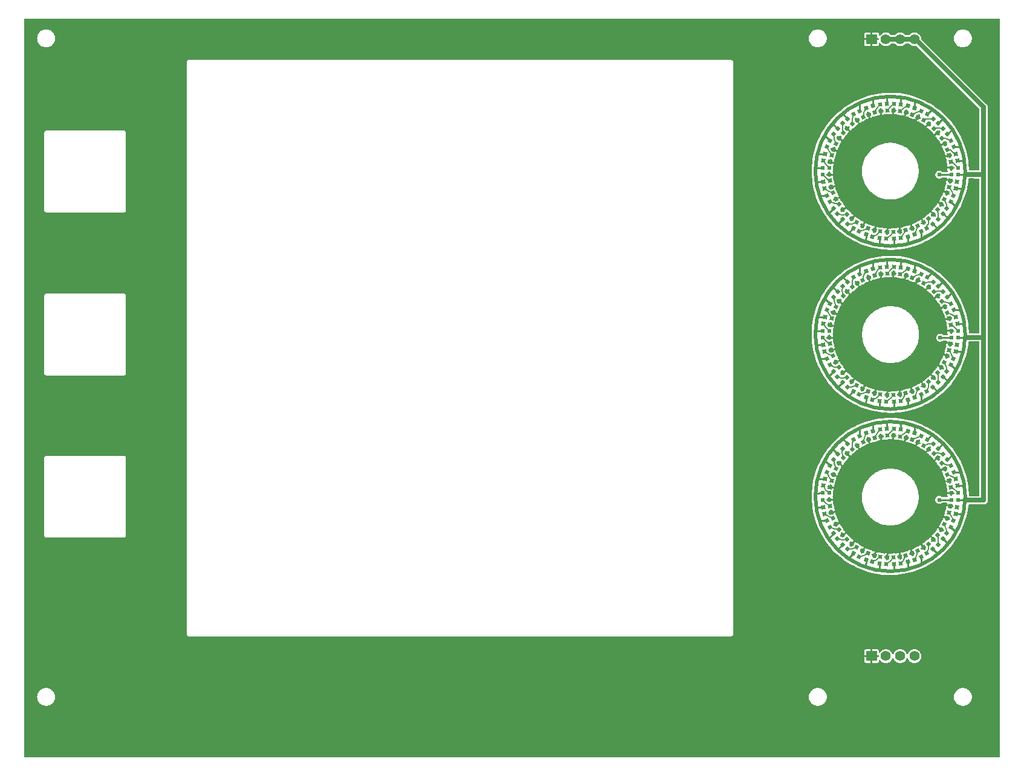
<source format=gtl>
G04 Layer: TopLayer*
G04 EasyEDA v6.5.29, 2023-07-18 11:22:46*
G04 d896c42b98474c1f997fee1a3b510d80,5a6b42c53f6a479593ecc07194224c93,10*
G04 Gerber Generator version 0.2*
G04 Scale: 100 percent, Rotated: No, Reflected: No *
G04 Dimensions in millimeters *
G04 leading zeros omitted , absolute positions ,4 integer and 5 decimal *
%FSLAX45Y45*%
%MOMM*%

%AMMACRO1*21,1,$1,$2,0,0,$3*%
%ADD10C,0.6350*%
%ADD11C,0.2540*%
%ADD12C,0.1500*%
%ADD13R,0.5500X0.5500*%
%ADD14MACRO1,0.55X0.55X12.0001*%
%ADD15MACRO1,0.55X0.55X23.9998*%
%ADD16MACRO1,0.55X0.55X23.9988*%
%ADD17MACRO1,0.55X0.55X36.0009*%
%ADD18MACRO1,0.55X0.55X36.0003*%
%ADD19MACRO1,0.55X0.55X48.0006*%
%ADD20MACRO1,0.55X0.55X47.9988*%
%ADD21MACRO1,0.55X0.55X48.0008*%
%ADD22MACRO1,0.55X0.55X60.0024*%
%ADD23MACRO1,0.55X0.55X60.0011*%
%ADD24MACRO1,0.55X0.55X59.9998*%
%ADD25MACRO1,0.55X0.55X72.0010*%
%ADD26MACRO1,0.55X0.55X72.0027*%
%ADD27MACRO1,0.55X0.55X72.0002*%
%ADD28MACRO1,0.55X0.55X84.0011*%
%ADD29MACRO1,0.55X0.55X84.0006*%
%ADD30MACRO1,0.55X0.55X84.0008*%
%ADD31MACRO1,0.55X0.55X96.0015*%
%ADD32MACRO1,0.55X0.55X95.9994*%
%ADD33MACRO1,0.55X0.55X95.9992*%
%ADD34MACRO1,0.55X0.55X108.0023*%
%ADD35MACRO1,0.55X0.55X108.0006*%
%ADD36MACRO1,0.55X0.55X119.9999*%
%ADD37MACRO1,0.55X0.55X120.0035*%
%ADD38MACRO1,0.55X0.55X119.9989*%
%ADD39MACRO1,0.55X0.55X132.0014*%
%ADD40MACRO1,0.55X0.55X131.9994*%
%ADD41MACRO1,0.55X0.55X131.9992*%
%ADD42MACRO1,0.55X0.55X143.9991*%
%ADD43MACRO1,0.55X0.55X144.0012*%
%ADD44MACRO1,0.55X0.55X143.9997*%
%ADD45MACRO1,0.55X0.55X144.0034*%
%ADD46MACRO1,0.55X0.55X156.0012*%
%ADD47MACRO1,0.55X0.55X156.0015*%
%ADD48MACRO1,0.55X0.55X155.9991*%
%ADD49MACRO1,0.55X0.55X167.9999*%
%ADD50MACRO1,0.55X0.55X167.9993*%
%ADD51MACRO1,0.55X0.55X168.0025*%
%ADD52MACRO1,0.55X0.55X-12.0001*%
%ADD53MACRO1,0.55X0.55X-12.0007*%
%ADD54MACRO1,0.55X0.55X-11.9975*%
%ADD55MACRO1,0.55X0.55X-23.9988*%
%ADD56MACRO1,0.55X0.55X-23.9985*%
%ADD57MACRO1,0.55X0.55X-24.0009*%
%ADD58MACRO1,0.55X0.55X-36.0009*%
%ADD59MACRO1,0.55X0.55X-35.9988*%
%ADD60MACRO1,0.55X0.55X-36.0003*%
%ADD61MACRO1,0.55X0.55X-35.9966*%
%ADD62MACRO1,0.55X0.55X-47.9986*%
%ADD63MACRO1,0.55X0.55X-48.0006*%
%ADD64MACRO1,0.55X0.55X-48.0008*%
%ADD65MACRO1,0.55X0.55X-60.0001*%
%ADD66MACRO1,0.55X0.55X-59.9965*%
%ADD67MACRO1,0.55X0.55X-60.0011*%
%ADD68MACRO1,0.55X0.55X-71.9977*%
%ADD69MACRO1,0.55X0.55X-71.9994*%
%ADD70MACRO1,0.55X0.55X-83.9985*%
%ADD71MACRO1,0.55X0.55X-84.0006*%
%ADD72MACRO1,0.55X0.55X-84.0008*%
%ADD73MACRO1,0.55X0.55X-95.9989*%
%ADD74MACRO1,0.55X0.55X-95.9994*%
%ADD75MACRO1,0.55X0.55X-95.9992*%
%ADD76MACRO1,0.55X0.55X-107.9990*%
%ADD77MACRO1,0.55X0.55X-107.9973*%
%ADD78MACRO1,0.55X0.55X-107.9998*%
%ADD79MACRO1,0.55X0.55X-119.9976*%
%ADD80MACRO1,0.55X0.55X-119.9989*%
%ADD81MACRO1,0.55X0.55X-120.0002*%
%ADD82MACRO1,0.55X0.55X-131.9994*%
%ADD83MACRO1,0.55X0.55X-132.0012*%
%ADD84MACRO1,0.55X0.55X-131.9992*%
%ADD85MACRO1,0.55X0.55X-143.9991*%
%ADD86MACRO1,0.55X0.55X-143.9997*%
%ADD87MACRO1,0.55X0.55X-156.0002*%
%ADD88MACRO1,0.55X0.55X-156.0012*%
%ADD89MACRO1,0.55X0.55X-167.9999*%
%ADD90MACRO1,0.55X0.55X168.0004*%
%ADD91MACRO1,0.55X0.55X156.0002*%
%ADD92MACRO1,0.55X0.55X156.0026*%
%ADD93MACRO1,0.55X0.55X144.0006*%
%ADD94MACRO1,0.55X0.55X132.0012*%
%ADD95MACRO1,0.55X0.55X120.0012*%
%ADD96MACRO1,0.55X0.55X108.0015*%
%ADD97MACRO1,0.55X0.55X107.9990*%
%ADD98MACRO1,0.55X0.55X95.9989*%
%ADD99MACRO1,0.55X0.55X96.0021*%
%ADD100MACRO1,0.55X0.55X60.0001*%
%ADD101MACRO1,0.55X0.55X35.9988*%
%ADD102MACRO1,0.55X0.55X11.9975*%
%ADD103MACRO1,0.55X0.55X12.0007*%
%ADD104MACRO1,0.55X0.55X11.9996*%
%ADD105C,0.5000*%
%ADD106C,1.4000*%
%ADD107MACRO1,1.524X1.4X0.0000*%
%ADD108C,0.6096*%
%ADD109C,0.0122*%

%LPD*%
G36*
X290068Y1041908D02*
G01*
X286156Y1042669D01*
X282905Y1044905D01*
X280670Y1048156D01*
X279908Y1052068D01*
X279908Y11393932D01*
X280670Y11397843D01*
X282905Y11401094D01*
X286156Y11403330D01*
X290068Y11404092D01*
X13933932Y11404092D01*
X13937843Y11403330D01*
X13941094Y11401094D01*
X13943330Y11397843D01*
X13944092Y11393932D01*
X13944092Y1052068D01*
X13943330Y1048156D01*
X13941094Y1044905D01*
X13937843Y1042669D01*
X13933932Y1041908D01*
G37*

%LPC*%
G36*
X12043918Y11125200D02*
G01*
X12133326Y11125200D01*
X12133326Y11208410D01*
X12070384Y11208410D01*
X12064034Y11207699D01*
X12058599Y11205768D01*
X12053671Y11202720D01*
X12049607Y11198606D01*
X12046508Y11193729D01*
X12044629Y11188242D01*
X12043918Y11181943D01*
G37*
G36*
X584200Y1766417D02*
G01*
X599389Y1767332D01*
X614324Y1770075D01*
X628853Y1774596D01*
X642721Y1780844D01*
X655726Y1788718D01*
X667664Y1798066D01*
X678434Y1808835D01*
X687781Y1820773D01*
X695655Y1833778D01*
X701903Y1847646D01*
X706424Y1862175D01*
X709168Y1877110D01*
X710082Y1892300D01*
X709168Y1907489D01*
X706424Y1922424D01*
X701903Y1936953D01*
X695655Y1950821D01*
X687781Y1963826D01*
X678434Y1975764D01*
X667664Y1986534D01*
X655726Y1995881D01*
X642721Y2003755D01*
X628853Y2010003D01*
X614324Y2014524D01*
X599389Y2017268D01*
X584200Y2018182D01*
X569010Y2017268D01*
X554075Y2014524D01*
X539546Y2010003D01*
X525678Y2003755D01*
X512673Y1995881D01*
X500735Y1986534D01*
X489966Y1975764D01*
X480618Y1963826D01*
X472744Y1950821D01*
X466496Y1936953D01*
X461975Y1922424D01*
X459232Y1907489D01*
X458317Y1892300D01*
X459232Y1877110D01*
X461975Y1862175D01*
X466496Y1847646D01*
X472744Y1833778D01*
X480618Y1820773D01*
X489966Y1808835D01*
X500735Y1798066D01*
X512673Y1788718D01*
X525678Y1780844D01*
X539546Y1774596D01*
X554075Y1770075D01*
X569010Y1767332D01*
G37*
G36*
X12070384Y2367889D02*
G01*
X12133326Y2367889D01*
X12133326Y2451100D01*
X12043918Y2451100D01*
X12043918Y2394356D01*
X12044629Y2388057D01*
X12046508Y2382570D01*
X12049607Y2377694D01*
X12053671Y2373579D01*
X12058599Y2370531D01*
X12064034Y2368600D01*
G37*
G36*
X12158726Y2367889D02*
G01*
X12221616Y2367889D01*
X12227966Y2368600D01*
X12233402Y2370531D01*
X12238329Y2373579D01*
X12242393Y2377694D01*
X12245492Y2382570D01*
X12247372Y2388057D01*
X12248134Y2394356D01*
X12248134Y2404567D01*
X12248997Y2408732D01*
X12251486Y2412187D01*
X12255195Y2414270D01*
X12259411Y2414676D01*
X12263424Y2413304D01*
X12266574Y2410460D01*
X12271603Y2403297D01*
X12280544Y2393746D01*
X12290704Y2385466D01*
X12301880Y2378659D01*
X12313869Y2373426D01*
X12326467Y2369921D01*
X12339472Y2368143D01*
X12352528Y2368143D01*
X12365532Y2369921D01*
X12378131Y2373426D01*
X12390120Y2378659D01*
X12401296Y2385466D01*
X12411456Y2393746D01*
X12420396Y2403297D01*
X12427915Y2413965D01*
X12433960Y2425598D01*
X12436449Y2432558D01*
X12438583Y2436114D01*
X12441936Y2438501D01*
X12446000Y2439314D01*
X12450064Y2438501D01*
X12453416Y2436114D01*
X12455550Y2432558D01*
X12458039Y2425598D01*
X12464084Y2413965D01*
X12471603Y2403297D01*
X12480544Y2393746D01*
X12490704Y2385466D01*
X12501880Y2378659D01*
X12513868Y2373426D01*
X12526467Y2369921D01*
X12539472Y2368143D01*
X12552527Y2368143D01*
X12565532Y2369921D01*
X12578130Y2373426D01*
X12590119Y2378659D01*
X12601295Y2385466D01*
X12611455Y2393746D01*
X12620396Y2403297D01*
X12627914Y2413965D01*
X12633960Y2425598D01*
X12636449Y2432558D01*
X12638582Y2436114D01*
X12641935Y2438501D01*
X12645999Y2439314D01*
X12650063Y2438501D01*
X12653416Y2436114D01*
X12655550Y2432558D01*
X12658039Y2425598D01*
X12664084Y2413965D01*
X12671602Y2403297D01*
X12680543Y2393746D01*
X12690703Y2385466D01*
X12701879Y2378659D01*
X12713868Y2373426D01*
X12726466Y2369921D01*
X12739471Y2368143D01*
X12752527Y2368143D01*
X12765532Y2369921D01*
X12778130Y2373426D01*
X12790119Y2378659D01*
X12801295Y2385466D01*
X12811455Y2393746D01*
X12820396Y2403297D01*
X12827914Y2413965D01*
X12833959Y2425598D01*
X12838328Y2437942D01*
X12840970Y2450744D01*
X12841884Y2463800D01*
X12840970Y2476855D01*
X12838328Y2489657D01*
X12833959Y2502001D01*
X12827914Y2513634D01*
X12820396Y2524302D01*
X12811455Y2533853D01*
X12801295Y2542133D01*
X12790119Y2548940D01*
X12778130Y2554122D01*
X12765532Y2557678D01*
X12752527Y2559456D01*
X12739471Y2559456D01*
X12726466Y2557678D01*
X12713868Y2554122D01*
X12701879Y2548940D01*
X12690703Y2542133D01*
X12680543Y2533853D01*
X12671602Y2524302D01*
X12664084Y2513634D01*
X12658039Y2502001D01*
X12655550Y2495042D01*
X12653416Y2491486D01*
X12650063Y2489098D01*
X12645999Y2488285D01*
X12641935Y2489098D01*
X12638582Y2491486D01*
X12636449Y2495042D01*
X12633960Y2502001D01*
X12627914Y2513634D01*
X12620396Y2524302D01*
X12611455Y2533853D01*
X12601295Y2542133D01*
X12590119Y2548940D01*
X12578130Y2554122D01*
X12565532Y2557678D01*
X12552527Y2559456D01*
X12539472Y2559456D01*
X12526467Y2557678D01*
X12513868Y2554122D01*
X12501880Y2548940D01*
X12490704Y2542133D01*
X12480544Y2533853D01*
X12471603Y2524302D01*
X12464084Y2513634D01*
X12458039Y2502001D01*
X12455550Y2495042D01*
X12453416Y2491486D01*
X12450064Y2489098D01*
X12446000Y2488285D01*
X12441936Y2489098D01*
X12438583Y2491486D01*
X12436449Y2495042D01*
X12433960Y2502001D01*
X12427915Y2513634D01*
X12420396Y2524302D01*
X12411456Y2533853D01*
X12401296Y2542133D01*
X12390120Y2548940D01*
X12378131Y2554122D01*
X12365532Y2557678D01*
X12352528Y2559456D01*
X12339472Y2559456D01*
X12326467Y2557678D01*
X12313869Y2554122D01*
X12301880Y2548940D01*
X12290704Y2542133D01*
X12280544Y2533853D01*
X12271603Y2524302D01*
X12266574Y2517140D01*
X12263424Y2514295D01*
X12259411Y2512923D01*
X12255195Y2513330D01*
X12251486Y2515412D01*
X12248997Y2518867D01*
X12248134Y2523032D01*
X12248134Y2533243D01*
X12247372Y2539542D01*
X12245492Y2545029D01*
X12242393Y2549906D01*
X12238329Y2554020D01*
X12233402Y2557068D01*
X12227966Y2558999D01*
X12221616Y2559710D01*
X12158726Y2559710D01*
X12158726Y2476500D01*
X12240107Y2476500D01*
X12244019Y2475738D01*
X12247270Y2473502D01*
X12249505Y2470251D01*
X12250267Y2466340D01*
X12250267Y2461260D01*
X12249505Y2457348D01*
X12247270Y2454097D01*
X12244019Y2451862D01*
X12240107Y2451100D01*
X12158726Y2451100D01*
G37*
G36*
X12043918Y2476500D02*
G01*
X12133326Y2476500D01*
X12133326Y2559710D01*
X12070384Y2559710D01*
X12064034Y2558999D01*
X12058599Y2557068D01*
X12053671Y2554020D01*
X12049607Y2549906D01*
X12046508Y2545029D01*
X12044629Y2539542D01*
X12043918Y2533243D01*
G37*
G36*
X2581757Y2742692D02*
G01*
X10180624Y2742692D01*
X10186974Y2743403D01*
X10192410Y2745333D01*
X10197338Y2748381D01*
X10201402Y2752496D01*
X10204500Y2757373D01*
X10206380Y2762859D01*
X10207091Y2769158D01*
X10207091Y10794441D01*
X10206380Y10800740D01*
X10204500Y10806226D01*
X10201402Y10811103D01*
X10197338Y10815218D01*
X10192410Y10818266D01*
X10186974Y10820196D01*
X10180624Y10820908D01*
X2581757Y10820908D01*
X2575458Y10820196D01*
X2569972Y10818266D01*
X2565095Y10815218D01*
X2560980Y10811103D01*
X2557932Y10806226D01*
X2556002Y10800740D01*
X2555290Y10794441D01*
X2555290Y2769158D01*
X2556002Y2762859D01*
X2557932Y2757373D01*
X2560980Y2752496D01*
X2565095Y2748381D01*
X2569972Y2745333D01*
X2575458Y2743403D01*
G37*
G36*
X12396114Y3601161D02*
G01*
X12443206Y3601669D01*
X12490196Y3604158D01*
X12536982Y3608679D01*
X12583617Y3615182D01*
X12629896Y3623716D01*
X12675768Y3634181D01*
X12721132Y3646576D01*
X12765938Y3660952D01*
X12810134Y3677158D01*
X12853517Y3695293D01*
X12896138Y3715258D01*
X12937845Y3737051D01*
X12978587Y3760571D01*
X13018312Y3785819D01*
X13056920Y3812743D01*
X13094309Y3841242D01*
X13130479Y3871366D01*
X13165277Y3903014D01*
X13198754Y3936085D01*
X13230758Y3970578D01*
X13261238Y4006443D01*
X13290194Y4043527D01*
X13317524Y4081830D01*
X13343178Y4121251D01*
X13367156Y4161739D01*
X13389356Y4203242D01*
X13409777Y4245610D01*
X13428370Y4288840D01*
X13445083Y4332833D01*
X13459917Y4377486D01*
X13472820Y4422749D01*
X13483793Y4468520D01*
X13492784Y4514697D01*
X13499795Y4561230D01*
X13501928Y4581448D01*
X13502995Y4585004D01*
X13505281Y4587951D01*
X13508431Y4589881D01*
X13512038Y4590542D01*
X13715796Y4590542D01*
X13720775Y4590745D01*
X13725499Y4591354D01*
X13730173Y4592320D01*
X13734694Y4593691D01*
X13739164Y4595418D01*
X13743432Y4597501D01*
X13747546Y4599940D01*
X13751407Y4602683D01*
X13755065Y4605782D01*
X13758418Y4609134D01*
X13761516Y4612792D01*
X13764260Y4616653D01*
X13766698Y4620768D01*
X13768781Y4625035D01*
X13770508Y4629505D01*
X13771880Y4634026D01*
X13772845Y4638700D01*
X13773454Y4643424D01*
X13773657Y4648403D01*
X13773657Y10159593D01*
X13772845Y10169499D01*
X13770508Y10178694D01*
X13766698Y10187432D01*
X13761415Y10195458D01*
X13756538Y10200995D01*
X12844322Y11113211D01*
X12842290Y11116157D01*
X12841376Y11119662D01*
X12840970Y11125555D01*
X12838328Y11138357D01*
X12833959Y11150701D01*
X12827914Y11162334D01*
X12820396Y11173002D01*
X12811455Y11182553D01*
X12801295Y11190833D01*
X12790119Y11197640D01*
X12778130Y11202822D01*
X12765532Y11206378D01*
X12752527Y11208156D01*
X12739471Y11208156D01*
X12726466Y11206378D01*
X12713868Y11202822D01*
X12701879Y11197640D01*
X12690703Y11190833D01*
X12680543Y11182553D01*
X12671958Y11173358D01*
X12668605Y11171021D01*
X12664541Y11170158D01*
X12627457Y11170158D01*
X12623393Y11171021D01*
X12620040Y11173358D01*
X12611455Y11182553D01*
X12601295Y11190833D01*
X12590119Y11197640D01*
X12578130Y11202822D01*
X12565532Y11206378D01*
X12552527Y11208156D01*
X12539472Y11208156D01*
X12526467Y11206378D01*
X12513868Y11202822D01*
X12501880Y11197640D01*
X12490704Y11190833D01*
X12480544Y11182553D01*
X12471958Y11173358D01*
X12468606Y11171021D01*
X12464542Y11170158D01*
X12427458Y11170158D01*
X12423394Y11171021D01*
X12420041Y11173358D01*
X12411456Y11182553D01*
X12401296Y11190833D01*
X12390120Y11197640D01*
X12378131Y11202822D01*
X12365532Y11206378D01*
X12352528Y11208156D01*
X12339472Y11208156D01*
X12326467Y11206378D01*
X12313869Y11202822D01*
X12301880Y11197640D01*
X12290704Y11190833D01*
X12280544Y11182553D01*
X12271603Y11173002D01*
X12266574Y11165840D01*
X12263424Y11162995D01*
X12259411Y11161623D01*
X12255195Y11162030D01*
X12251486Y11164112D01*
X12248997Y11167567D01*
X12248134Y11171732D01*
X12248134Y11181943D01*
X12247372Y11188242D01*
X12245492Y11193729D01*
X12242393Y11198606D01*
X12238329Y11202720D01*
X12233402Y11205768D01*
X12227966Y11207699D01*
X12221616Y11208410D01*
X12158726Y11208410D01*
X12158726Y11125200D01*
X12240107Y11125200D01*
X12244019Y11124438D01*
X12247270Y11122202D01*
X12249505Y11118951D01*
X12250267Y11115040D01*
X12250267Y11109960D01*
X12249505Y11106048D01*
X12247270Y11102797D01*
X12244019Y11100562D01*
X12240107Y11099800D01*
X12158726Y11099800D01*
X12158726Y11016589D01*
X12221616Y11016589D01*
X12227966Y11017300D01*
X12233402Y11019231D01*
X12238329Y11022279D01*
X12242393Y11026394D01*
X12245492Y11031270D01*
X12247372Y11036757D01*
X12248134Y11043056D01*
X12248134Y11053267D01*
X12248997Y11057432D01*
X12251486Y11060887D01*
X12255195Y11062970D01*
X12259411Y11063376D01*
X12263424Y11062004D01*
X12266574Y11059160D01*
X12271603Y11051997D01*
X12280544Y11042446D01*
X12290704Y11034166D01*
X12301880Y11027359D01*
X12313869Y11022126D01*
X12326467Y11018621D01*
X12339472Y11016843D01*
X12352528Y11016843D01*
X12365532Y11018621D01*
X12378131Y11022126D01*
X12390120Y11027359D01*
X12401296Y11034166D01*
X12411456Y11042446D01*
X12420041Y11051641D01*
X12423394Y11053978D01*
X12427458Y11054842D01*
X12464542Y11054842D01*
X12468606Y11053978D01*
X12471958Y11051641D01*
X12480544Y11042446D01*
X12490704Y11034166D01*
X12501880Y11027359D01*
X12513868Y11022126D01*
X12526467Y11018621D01*
X12539472Y11016843D01*
X12552527Y11016843D01*
X12565532Y11018621D01*
X12578130Y11022126D01*
X12590119Y11027359D01*
X12601295Y11034166D01*
X12611455Y11042446D01*
X12620040Y11051641D01*
X12623393Y11053978D01*
X12627457Y11054842D01*
X12664541Y11054842D01*
X12668605Y11053978D01*
X12671958Y11051641D01*
X12680543Y11042446D01*
X12690703Y11034166D01*
X12701879Y11027359D01*
X12713868Y11022126D01*
X12726466Y11018621D01*
X12739471Y11016843D01*
X12752527Y11016843D01*
X12765532Y11018621D01*
X12767868Y11019282D01*
X12771424Y11019637D01*
X12774879Y11018723D01*
X12777774Y11016691D01*
X13655344Y10139070D01*
X13657580Y10135819D01*
X13658342Y10131907D01*
X13658342Y9285630D01*
X13657580Y9281718D01*
X13655344Y9278416D01*
X13651992Y9276232D01*
X13648080Y9275470D01*
X13518337Y9276740D01*
X13514527Y9277553D01*
X13511276Y9279686D01*
X13509091Y9282887D01*
X13508278Y9286697D01*
X13507821Y9308338D01*
X13504773Y9355277D01*
X13499795Y9402064D01*
X13492784Y9448596D01*
X13483793Y9494774D01*
X13472820Y9540544D01*
X13459917Y9585807D01*
X13445083Y9630460D01*
X13428370Y9674453D01*
X13409777Y9717684D01*
X13389356Y9760051D01*
X13367156Y9801555D01*
X13343178Y9842042D01*
X13317524Y9881463D01*
X13290194Y9919766D01*
X13261238Y9956850D01*
X13230758Y9992715D01*
X13198754Y10027208D01*
X13165277Y10060279D01*
X13130479Y10091928D01*
X13094309Y10122052D01*
X13056920Y10150551D01*
X13018312Y10177475D01*
X12978587Y10202722D01*
X12937845Y10226243D01*
X12896138Y10248036D01*
X12853517Y10268000D01*
X12810134Y10286136D01*
X12765938Y10302341D01*
X12721132Y10316718D01*
X12675768Y10329113D01*
X12629896Y10339578D01*
X12583617Y10348112D01*
X12536982Y10354614D01*
X12490196Y10359136D01*
X12443206Y10361625D01*
X12396114Y10362133D01*
X12349124Y10360660D01*
X12302185Y10357104D01*
X12255449Y10351617D01*
X12209018Y10344099D01*
X12162942Y10334599D01*
X12117273Y10323169D01*
X12072162Y10309758D01*
X12027662Y10294467D01*
X11983872Y10277297D01*
X11940844Y10258247D01*
X11898680Y10237368D01*
X11857431Y10214711D01*
X11817197Y10190327D01*
X11778030Y10164216D01*
X11740032Y10136479D01*
X11703253Y10107168D01*
X11667744Y10076281D01*
X11633606Y10043922D01*
X11600891Y10010089D01*
X11569598Y9974935D01*
X11539880Y9938461D01*
X11511737Y9900767D01*
X11485219Y9861905D01*
X11460429Y9821926D01*
X11437315Y9780930D01*
X11416030Y9738969D01*
X11396522Y9696145D01*
X11378844Y9652508D01*
X11363045Y9608210D01*
X11349177Y9563252D01*
X11337290Y9517735D01*
X11327282Y9471761D01*
X11319256Y9425381D01*
X11313261Y9378696D01*
X11309248Y9331858D01*
X11307216Y9284817D01*
X11307216Y9237776D01*
X11309248Y9190736D01*
X11313261Y9143898D01*
X11319256Y9097213D01*
X11327282Y9050832D01*
X11337290Y9004858D01*
X11349177Y8959342D01*
X11363045Y8914384D01*
X11378844Y8870035D01*
X11396522Y8826449D01*
X11416030Y8783624D01*
X11437315Y8741664D01*
X11460429Y8700668D01*
X11485219Y8660688D01*
X11511737Y8621826D01*
X11539880Y8584133D01*
X11569598Y8547658D01*
X11600891Y8512505D01*
X11633606Y8478672D01*
X11667744Y8446312D01*
X11703253Y8415426D01*
X11740032Y8386114D01*
X11778030Y8358378D01*
X11817197Y8332266D01*
X11857431Y8307882D01*
X11898680Y8285225D01*
X11940844Y8264347D01*
X11983872Y8245297D01*
X12027662Y8228126D01*
X12072162Y8212836D01*
X12117273Y8199424D01*
X12162942Y8187994D01*
X12209018Y8178495D01*
X12255449Y8170976D01*
X12302185Y8165490D01*
X12349124Y8161934D01*
X12396114Y8160461D01*
X12443206Y8160969D01*
X12490196Y8163458D01*
X12536982Y8167979D01*
X12583617Y8174481D01*
X12629896Y8183016D01*
X12675768Y8193481D01*
X12721132Y8205876D01*
X12765938Y8220252D01*
X12810134Y8236458D01*
X12853517Y8254593D01*
X12896138Y8274558D01*
X12937845Y8296351D01*
X12978587Y8319871D01*
X13018312Y8345119D01*
X13056920Y8372043D01*
X13094309Y8400542D01*
X13130479Y8430666D01*
X13165277Y8462314D01*
X13198754Y8495385D01*
X13230758Y8529878D01*
X13261238Y8565743D01*
X13290194Y8602827D01*
X13317524Y8641130D01*
X13343178Y8680551D01*
X13367156Y8721039D01*
X13389356Y8762542D01*
X13409777Y8804910D01*
X13428370Y8848140D01*
X13445083Y8892133D01*
X13459917Y8936786D01*
X13472820Y8982049D01*
X13483793Y9027820D01*
X13492784Y9073997D01*
X13499795Y9120530D01*
X13503198Y9152382D01*
X13504265Y9155988D01*
X13506551Y9158935D01*
X13509751Y9160814D01*
X13513409Y9161475D01*
X13648283Y9160154D01*
X13652144Y9159341D01*
X13655395Y9157157D01*
X13657580Y9153855D01*
X13658342Y9149994D01*
X13658342Y7001611D01*
X13657580Y6997700D01*
X13655344Y6994398D01*
X13652093Y6992213D01*
X13648182Y6991451D01*
X13518337Y6991451D01*
X13514476Y6992162D01*
X13511225Y6994347D01*
X13508990Y6997547D01*
X13508177Y7001357D01*
X13507719Y7022338D01*
X13504672Y7069277D01*
X13499693Y7116064D01*
X13492683Y7162596D01*
X13483691Y7208774D01*
X13472718Y7254544D01*
X13459815Y7299807D01*
X13444982Y7344460D01*
X13428268Y7388453D01*
X13409676Y7431684D01*
X13389254Y7474051D01*
X13367054Y7515555D01*
X13343077Y7556042D01*
X13317423Y7595463D01*
X13290092Y7633766D01*
X13261136Y7670850D01*
X13230656Y7706715D01*
X13198652Y7741208D01*
X13165175Y7774279D01*
X13130377Y7805928D01*
X13094208Y7836052D01*
X13056819Y7864551D01*
X13018211Y7891475D01*
X12978485Y7916722D01*
X12937744Y7940243D01*
X12896037Y7962036D01*
X12853416Y7982000D01*
X12810032Y8000136D01*
X12765836Y8016341D01*
X12721031Y8030718D01*
X12675666Y8043113D01*
X12629794Y8053578D01*
X12583515Y8062112D01*
X12536881Y8068614D01*
X12490094Y8073136D01*
X12443104Y8075625D01*
X12396012Y8076133D01*
X12349022Y8074659D01*
X12302083Y8071103D01*
X12255347Y8065617D01*
X12208916Y8058099D01*
X12162840Y8048599D01*
X12117171Y8037169D01*
X12072061Y8023758D01*
X12027560Y8008467D01*
X11983770Y7991297D01*
X11940743Y7972247D01*
X11898579Y7951368D01*
X11857329Y7928711D01*
X11817096Y7904327D01*
X11777929Y7878216D01*
X11739930Y7850479D01*
X11703151Y7821168D01*
X11667642Y7790281D01*
X11633504Y7757922D01*
X11600789Y7724089D01*
X11569496Y7688935D01*
X11539778Y7652461D01*
X11511635Y7614767D01*
X11485118Y7575905D01*
X11460327Y7535925D01*
X11437213Y7494930D01*
X11415928Y7452969D01*
X11396421Y7410145D01*
X11378742Y7366508D01*
X11362944Y7322210D01*
X11349075Y7277252D01*
X11337188Y7231735D01*
X11327180Y7185761D01*
X11319154Y7139381D01*
X11313160Y7092696D01*
X11309146Y7045858D01*
X11307114Y6998817D01*
X11307114Y6951776D01*
X11309146Y6904736D01*
X11313160Y6857898D01*
X11319154Y6811213D01*
X11327180Y6764832D01*
X11337188Y6718858D01*
X11349075Y6673342D01*
X11362944Y6628384D01*
X11378742Y6584035D01*
X11396421Y6540449D01*
X11415928Y6497624D01*
X11437213Y6455664D01*
X11460327Y6414668D01*
X11485118Y6374688D01*
X11511635Y6335826D01*
X11539778Y6298133D01*
X11569496Y6261658D01*
X11600789Y6226505D01*
X11633504Y6192672D01*
X11667642Y6160312D01*
X11703151Y6129426D01*
X11739930Y6100114D01*
X11777929Y6072378D01*
X11817096Y6046266D01*
X11857329Y6021882D01*
X11898579Y5999226D01*
X11940743Y5978347D01*
X11983770Y5959297D01*
X12027560Y5942126D01*
X12072061Y5926836D01*
X12117171Y5913424D01*
X12162840Y5901994D01*
X12208916Y5892495D01*
X12255347Y5884976D01*
X12302083Y5879490D01*
X12349022Y5875934D01*
X12396012Y5874461D01*
X12443104Y5874969D01*
X12490094Y5877458D01*
X12536881Y5881979D01*
X12583515Y5888482D01*
X12629794Y5897016D01*
X12675666Y5907481D01*
X12721031Y5919876D01*
X12765836Y5934252D01*
X12810032Y5950458D01*
X12853416Y5968593D01*
X12896037Y5988558D01*
X12937744Y6010351D01*
X12978485Y6033871D01*
X13018211Y6059119D01*
X13056819Y6086043D01*
X13094208Y6114542D01*
X13130377Y6144666D01*
X13165175Y6176314D01*
X13198652Y6209385D01*
X13230656Y6243878D01*
X13261136Y6279743D01*
X13290092Y6316827D01*
X13317423Y6355130D01*
X13343077Y6394551D01*
X13367054Y6435039D01*
X13389254Y6476542D01*
X13409676Y6518909D01*
X13428268Y6562140D01*
X13444982Y6606133D01*
X13459815Y6650786D01*
X13472718Y6696049D01*
X13483691Y6741820D01*
X13492683Y6787997D01*
X13499693Y6834530D01*
X13503148Y6867042D01*
X13504214Y6870598D01*
X13506500Y6873494D01*
X13509650Y6875424D01*
X13513257Y6876135D01*
X13648182Y6876135D01*
X13652093Y6875322D01*
X13655344Y6873138D01*
X13657580Y6869836D01*
X13658342Y6865975D01*
X13658342Y4716018D01*
X13657580Y4712106D01*
X13655344Y4708855D01*
X13652093Y4706620D01*
X13648182Y4705858D01*
X13518692Y4705858D01*
X13514832Y4706620D01*
X13511580Y4708753D01*
X13509345Y4712004D01*
X13508532Y4715814D01*
X13507821Y4749038D01*
X13504773Y4795977D01*
X13499795Y4842764D01*
X13492784Y4889296D01*
X13483793Y4935474D01*
X13472820Y4981244D01*
X13459917Y5026507D01*
X13445083Y5071160D01*
X13428370Y5115153D01*
X13409777Y5158384D01*
X13389356Y5200751D01*
X13367156Y5242255D01*
X13343178Y5282742D01*
X13317524Y5322163D01*
X13290194Y5360466D01*
X13261238Y5397550D01*
X13230758Y5433415D01*
X13198754Y5467908D01*
X13165277Y5500979D01*
X13130479Y5532628D01*
X13094309Y5562752D01*
X13056920Y5591251D01*
X13018312Y5618175D01*
X12978587Y5643422D01*
X12937845Y5666943D01*
X12896138Y5688736D01*
X12853517Y5708700D01*
X12810134Y5726836D01*
X12765938Y5743041D01*
X12721132Y5757418D01*
X12675768Y5769813D01*
X12629896Y5780278D01*
X12583617Y5788812D01*
X12536982Y5795314D01*
X12490196Y5799836D01*
X12443206Y5802325D01*
X12396114Y5802833D01*
X12349124Y5801360D01*
X12302185Y5797804D01*
X12255449Y5792317D01*
X12209018Y5784799D01*
X12162942Y5775299D01*
X12117273Y5763869D01*
X12072162Y5750458D01*
X12027662Y5735167D01*
X11983872Y5717997D01*
X11940844Y5698947D01*
X11898680Y5678068D01*
X11857431Y5655411D01*
X11817197Y5631027D01*
X11778030Y5604916D01*
X11740032Y5577179D01*
X11703253Y5547868D01*
X11667744Y5516981D01*
X11633606Y5484622D01*
X11600891Y5450789D01*
X11569598Y5415635D01*
X11539880Y5379161D01*
X11511737Y5341467D01*
X11485219Y5302605D01*
X11460429Y5262626D01*
X11437315Y5221630D01*
X11416030Y5179669D01*
X11396522Y5136845D01*
X11378844Y5093208D01*
X11363045Y5048910D01*
X11349177Y5003952D01*
X11337290Y4958435D01*
X11327282Y4912461D01*
X11319256Y4866081D01*
X11313261Y4819396D01*
X11309248Y4772558D01*
X11307216Y4725517D01*
X11307216Y4678476D01*
X11309248Y4631436D01*
X11313261Y4584598D01*
X11319256Y4537913D01*
X11327282Y4491532D01*
X11337290Y4445558D01*
X11349177Y4400042D01*
X11363045Y4355084D01*
X11378844Y4310735D01*
X11396522Y4267149D01*
X11416030Y4224324D01*
X11437315Y4182364D01*
X11460429Y4141368D01*
X11485219Y4101388D01*
X11511737Y4062526D01*
X11539880Y4024833D01*
X11569598Y3988358D01*
X11600891Y3953205D01*
X11633606Y3919372D01*
X11667744Y3887012D01*
X11703253Y3856126D01*
X11740032Y3826814D01*
X11778030Y3799078D01*
X11817197Y3772966D01*
X11857431Y3748582D01*
X11898680Y3725926D01*
X11940844Y3705047D01*
X11983872Y3685997D01*
X12027662Y3668826D01*
X12072162Y3653536D01*
X12117273Y3640124D01*
X12162942Y3628694D01*
X12209018Y3619195D01*
X12255449Y3611676D01*
X12302185Y3606190D01*
X12349124Y3602634D01*
G37*
G36*
X12070384Y11016589D02*
G01*
X12133326Y11016589D01*
X12133326Y11099800D01*
X12043918Y11099800D01*
X12043918Y11043056D01*
X12044629Y11036757D01*
X12046508Y11031270D01*
X12049607Y11026394D01*
X12053671Y11022279D01*
X12058599Y11019231D01*
X12064034Y11017300D01*
G37*
G36*
X584758Y4126992D02*
G01*
X1675841Y4126992D01*
X1682140Y4127703D01*
X1687626Y4129633D01*
X1692503Y4132681D01*
X1696618Y4136796D01*
X1699666Y4141673D01*
X1701596Y4147159D01*
X1702307Y4153458D01*
X1702307Y5244541D01*
X1701596Y5250840D01*
X1699666Y5256326D01*
X1696618Y5261203D01*
X1692503Y5265318D01*
X1687626Y5268366D01*
X1682140Y5270296D01*
X1675841Y5271008D01*
X584758Y5271008D01*
X578459Y5270296D01*
X572973Y5268366D01*
X568096Y5265318D01*
X563981Y5261203D01*
X560933Y5256326D01*
X559003Y5250840D01*
X558292Y5244541D01*
X558292Y4153458D01*
X559003Y4147159D01*
X560933Y4141673D01*
X563981Y4136796D01*
X568096Y4132681D01*
X572973Y4129633D01*
X578459Y4127703D01*
G37*
G36*
X11391900Y10999317D02*
G01*
X11407089Y11000232D01*
X11422024Y11002975D01*
X11436553Y11007496D01*
X11450421Y11013744D01*
X11463426Y11021618D01*
X11475364Y11030966D01*
X11486134Y11041735D01*
X11495481Y11053673D01*
X11503355Y11066678D01*
X11509603Y11080546D01*
X11514124Y11095075D01*
X11516868Y11110010D01*
X11517782Y11125200D01*
X11516868Y11140389D01*
X11514124Y11155324D01*
X11509603Y11169853D01*
X11503355Y11183721D01*
X11495481Y11196726D01*
X11486134Y11208664D01*
X11475364Y11219434D01*
X11463426Y11228781D01*
X11450421Y11236655D01*
X11436553Y11242903D01*
X11422024Y11247424D01*
X11407089Y11250168D01*
X11391900Y11251082D01*
X11376710Y11250168D01*
X11361775Y11247424D01*
X11347246Y11242903D01*
X11333378Y11236655D01*
X11320373Y11228781D01*
X11308435Y11219434D01*
X11297666Y11208664D01*
X11288318Y11196726D01*
X11280444Y11183721D01*
X11274196Y11169853D01*
X11269675Y11155324D01*
X11266932Y11140389D01*
X11266017Y11125200D01*
X11266932Y11110010D01*
X11269675Y11095075D01*
X11274196Y11080546D01*
X11280444Y11066678D01*
X11288318Y11053673D01*
X11297666Y11041735D01*
X11308435Y11030966D01*
X11320373Y11021618D01*
X11333378Y11013744D01*
X11347246Y11007496D01*
X11361775Y11002975D01*
X11376710Y11000232D01*
G37*
G36*
X13423900Y1766417D02*
G01*
X13439089Y1767332D01*
X13454024Y1770075D01*
X13468553Y1774596D01*
X13482421Y1780844D01*
X13495426Y1788718D01*
X13507364Y1798066D01*
X13518134Y1808835D01*
X13527481Y1820773D01*
X13535355Y1833778D01*
X13541603Y1847646D01*
X13546124Y1862175D01*
X13548868Y1877110D01*
X13549782Y1892300D01*
X13548868Y1907489D01*
X13546124Y1922424D01*
X13541603Y1936953D01*
X13535355Y1950821D01*
X13527481Y1963826D01*
X13518134Y1975764D01*
X13507364Y1986534D01*
X13495426Y1995881D01*
X13482421Y2003755D01*
X13468553Y2010003D01*
X13454024Y2014524D01*
X13439089Y2017268D01*
X13423900Y2018182D01*
X13408710Y2017268D01*
X13393775Y2014524D01*
X13379246Y2010003D01*
X13365378Y2003755D01*
X13352373Y1995881D01*
X13340435Y1986534D01*
X13329666Y1975764D01*
X13320318Y1963826D01*
X13312444Y1950821D01*
X13306196Y1936953D01*
X13301675Y1922424D01*
X13298932Y1907489D01*
X13298017Y1892300D01*
X13298932Y1877110D01*
X13301675Y1862175D01*
X13306196Y1847646D01*
X13312444Y1833778D01*
X13320318Y1820773D01*
X13329666Y1808835D01*
X13340435Y1798066D01*
X13352373Y1788718D01*
X13365378Y1780844D01*
X13379246Y1774596D01*
X13393775Y1770075D01*
X13408710Y1767332D01*
G37*
G36*
X584758Y6400292D02*
G01*
X1675841Y6400292D01*
X1682140Y6401003D01*
X1687626Y6402933D01*
X1692503Y6405981D01*
X1696618Y6410096D01*
X1699666Y6414973D01*
X1701596Y6420459D01*
X1702307Y6426758D01*
X1702307Y7517841D01*
X1701596Y7524140D01*
X1699666Y7529626D01*
X1696618Y7534503D01*
X1692503Y7538618D01*
X1687626Y7541666D01*
X1682140Y7543596D01*
X1675841Y7544308D01*
X584758Y7544308D01*
X578459Y7543596D01*
X572973Y7541666D01*
X568096Y7538618D01*
X563981Y7534503D01*
X560933Y7529626D01*
X559003Y7524140D01*
X558292Y7517841D01*
X558292Y6426758D01*
X559003Y6420459D01*
X560933Y6414973D01*
X563981Y6410096D01*
X568096Y6405981D01*
X572973Y6402933D01*
X578459Y6401003D01*
G37*
G36*
X584200Y10999317D02*
G01*
X599389Y11000232D01*
X614324Y11002975D01*
X628853Y11007496D01*
X642721Y11013744D01*
X655726Y11021618D01*
X667664Y11030966D01*
X678434Y11041735D01*
X687781Y11053673D01*
X695655Y11066678D01*
X701903Y11080546D01*
X706424Y11095075D01*
X709168Y11110010D01*
X710082Y11125200D01*
X709168Y11140389D01*
X706424Y11155324D01*
X701903Y11169853D01*
X695655Y11183721D01*
X687781Y11196726D01*
X678434Y11208664D01*
X667664Y11219434D01*
X655726Y11228781D01*
X642721Y11236655D01*
X628853Y11242903D01*
X614324Y11247424D01*
X599389Y11250168D01*
X584200Y11251082D01*
X569010Y11250168D01*
X554075Y11247424D01*
X539546Y11242903D01*
X525678Y11236655D01*
X512673Y11228781D01*
X500735Y11219434D01*
X489966Y11208664D01*
X480618Y11196726D01*
X472744Y11183721D01*
X466496Y11169853D01*
X461975Y11155324D01*
X459232Y11140389D01*
X458317Y11125200D01*
X459232Y11110010D01*
X461975Y11095075D01*
X466496Y11080546D01*
X472744Y11066678D01*
X480618Y11053673D01*
X489966Y11041735D01*
X500735Y11030966D01*
X512673Y11021618D01*
X525678Y11013744D01*
X539546Y11007496D01*
X554075Y11002975D01*
X569010Y11000232D01*
G37*
G36*
X11391900Y1766417D02*
G01*
X11407089Y1767332D01*
X11422024Y1770075D01*
X11436553Y1774596D01*
X11450421Y1780844D01*
X11463426Y1788718D01*
X11475364Y1798066D01*
X11486134Y1808835D01*
X11495481Y1820773D01*
X11503355Y1833778D01*
X11509603Y1847646D01*
X11514124Y1862175D01*
X11516868Y1877110D01*
X11517782Y1892300D01*
X11516868Y1907489D01*
X11514124Y1922424D01*
X11509603Y1936953D01*
X11503355Y1950821D01*
X11495481Y1963826D01*
X11486134Y1975764D01*
X11475364Y1986534D01*
X11463426Y1995881D01*
X11450421Y2003755D01*
X11436553Y2010003D01*
X11422024Y2014524D01*
X11407089Y2017268D01*
X11391900Y2018182D01*
X11376710Y2017268D01*
X11361775Y2014524D01*
X11347246Y2010003D01*
X11333378Y2003755D01*
X11320373Y1995881D01*
X11308435Y1986534D01*
X11297666Y1975764D01*
X11288318Y1963826D01*
X11280444Y1950821D01*
X11274196Y1936953D01*
X11269675Y1922424D01*
X11266932Y1907489D01*
X11266017Y1892300D01*
X11266932Y1877110D01*
X11269675Y1862175D01*
X11274196Y1847646D01*
X11280444Y1833778D01*
X11288318Y1820773D01*
X11297666Y1808835D01*
X11308435Y1798066D01*
X11320373Y1788718D01*
X11333378Y1780844D01*
X11347246Y1774596D01*
X11361775Y1770075D01*
X11376710Y1767332D01*
G37*
G36*
X13423900Y10999317D02*
G01*
X13439089Y11000232D01*
X13454024Y11002975D01*
X13468553Y11007496D01*
X13482421Y11013744D01*
X13495426Y11021618D01*
X13507364Y11030966D01*
X13518134Y11041735D01*
X13527481Y11053673D01*
X13535355Y11066678D01*
X13541603Y11080546D01*
X13546124Y11095075D01*
X13548868Y11110010D01*
X13549782Y11125200D01*
X13548868Y11140389D01*
X13546124Y11155324D01*
X13541603Y11169853D01*
X13535355Y11183721D01*
X13527481Y11196726D01*
X13518134Y11208664D01*
X13507364Y11219434D01*
X13495426Y11228781D01*
X13482421Y11236655D01*
X13468553Y11242903D01*
X13454024Y11247424D01*
X13439089Y11250168D01*
X13423900Y11251082D01*
X13408710Y11250168D01*
X13393775Y11247424D01*
X13379246Y11242903D01*
X13365378Y11236655D01*
X13352373Y11228781D01*
X13340435Y11219434D01*
X13329666Y11208664D01*
X13320318Y11196726D01*
X13312444Y11183721D01*
X13306196Y11169853D01*
X13301675Y11155324D01*
X13298932Y11140389D01*
X13298017Y11125200D01*
X13298932Y11110010D01*
X13301675Y11095075D01*
X13306196Y11080546D01*
X13312444Y11066678D01*
X13320318Y11053673D01*
X13329666Y11041735D01*
X13340435Y11030966D01*
X13352373Y11021618D01*
X13365378Y11013744D01*
X13379246Y11007496D01*
X13393775Y11002975D01*
X13408710Y11000232D01*
G37*
G36*
X584758Y8686292D02*
G01*
X1675841Y8686292D01*
X1682140Y8687003D01*
X1687626Y8688933D01*
X1692503Y8691981D01*
X1696618Y8696096D01*
X1699666Y8700973D01*
X1701596Y8706459D01*
X1702307Y8712758D01*
X1702307Y9803841D01*
X1701596Y9810140D01*
X1699666Y9815626D01*
X1696618Y9820503D01*
X1692503Y9824618D01*
X1687626Y9827666D01*
X1682140Y9829596D01*
X1675841Y9830308D01*
X584758Y9830308D01*
X578459Y9829596D01*
X572973Y9827666D01*
X568096Y9824618D01*
X563981Y9820503D01*
X560933Y9815626D01*
X559003Y9810140D01*
X558292Y9803841D01*
X558292Y8712758D01*
X559003Y8706459D01*
X560933Y8700973D01*
X563981Y8696096D01*
X568096Y8691981D01*
X572973Y8688933D01*
X578459Y8687003D01*
G37*

%LPD*%
G36*
X12360249Y8367115D02*
G01*
X12357455Y8367369D01*
X12353645Y8368588D01*
X12350597Y8371128D01*
X12348768Y8374634D01*
X12348413Y8378545D01*
X12350343Y8397189D01*
X12331750Y8399119D01*
X12327940Y8400338D01*
X12324892Y8402828D01*
X12323064Y8406333D01*
X12322708Y8410295D01*
X12323216Y8415375D01*
X12324384Y8419134D01*
X12326924Y8422182D01*
X12330430Y8424011D01*
X12334392Y8424418D01*
X12352985Y8422436D01*
X12357252Y8462924D01*
X12343130Y8464397D01*
X12336729Y8464346D01*
X12331090Y8463026D01*
X12327534Y8461298D01*
X12323876Y8460282D01*
X12320117Y8460689D01*
X12316764Y8462416D01*
X12313666Y8464854D01*
X12308433Y8467344D01*
X12302185Y8468715D01*
X12248642Y8474354D01*
X12241123Y8474303D01*
X12236856Y8475218D01*
X12230049Y8478316D01*
X12216485Y8482685D01*
X12203938Y8443976D01*
X12210491Y8441842D01*
X12213539Y8440216D01*
X12215876Y8437727D01*
X12217247Y8434527D01*
X12217450Y8431123D01*
X12216942Y8425942D01*
X12215469Y8421725D01*
X12212370Y8418474D01*
X12208154Y8416950D01*
X12203684Y8417356D01*
X12196064Y8419846D01*
X12190272Y8402015D01*
X12188342Y8398560D01*
X12185243Y8396122D01*
X12181433Y8395004D01*
X12177471Y8395512D01*
X12172645Y8397087D01*
X12169190Y8399018D01*
X12166752Y8402116D01*
X12165634Y8405926D01*
X12166142Y8409889D01*
X12171934Y8427669D01*
X12154103Y8433460D01*
X12150648Y8435390D01*
X12148210Y8438489D01*
X12147092Y8442350D01*
X12147600Y8446262D01*
X12149175Y8451088D01*
X12151106Y8454542D01*
X12154204Y8457031D01*
X12158014Y8458098D01*
X12161977Y8457641D01*
X12179757Y8451850D01*
X12192355Y8490559D01*
X12178792Y8494928D01*
X12172594Y8496198D01*
X12166803Y8496096D01*
X12162942Y8495131D01*
X12159132Y8494877D01*
X12155576Y8496046D01*
X12152630Y8498484D01*
X12150090Y8501532D01*
X12145467Y8505037D01*
X12139676Y8507679D01*
X12088469Y8524290D01*
X12081103Y8525814D01*
X12077141Y8527592D01*
X12071096Y8532063D01*
X12058751Y8539175D01*
X12038431Y8503920D01*
X12044426Y8500414D01*
X12047067Y8498230D01*
X12048794Y8495284D01*
X12049506Y8491880D01*
X12048998Y8488476D01*
X12047372Y8483549D01*
X12045086Y8479688D01*
X12041378Y8477199D01*
X12036907Y8476589D01*
X12032640Y8477910D01*
X12025731Y8481923D01*
X12017146Y8467140D01*
X12014606Y8464194D01*
X12011152Y8462416D01*
X12008967Y8461806D01*
X12004903Y8461502D01*
X12001093Y8462772D01*
X11998045Y8464499D01*
X11995099Y8467140D01*
X11993321Y8470696D01*
X11993067Y8474608D01*
X11994337Y8478367D01*
X12003684Y8494623D01*
X11987479Y8503970D01*
X11984532Y8506561D01*
X11982754Y8510117D01*
X11982500Y8514080D01*
X11983770Y8517839D01*
X11986310Y8522258D01*
X11988952Y8525205D01*
X11992508Y8526983D01*
X11996420Y8527237D01*
X12000179Y8525967D01*
X12016384Y8516620D01*
X12036755Y8551875D01*
X12024461Y8558987D01*
X12018619Y8561527D01*
X12012930Y8562594D01*
X12008916Y8562441D01*
X12005208Y8563000D01*
X12001957Y8564880D01*
X11999569Y8567826D01*
X11997690Y8571382D01*
X11993930Y8575751D01*
X11988800Y8579510D01*
X11942165Y8606485D01*
X11935307Y8609482D01*
X11931751Y8612022D01*
X11926773Y8617661D01*
X11916206Y8627160D01*
X11888978Y8596934D01*
X11894108Y8592261D01*
X11896242Y8589568D01*
X11897360Y8586317D01*
X11897309Y8582863D01*
X11896140Y8579662D01*
X11893550Y8575141D01*
X11890502Y8571839D01*
X11886336Y8570214D01*
X11881866Y8570468D01*
X11877903Y8572703D01*
X11871960Y8578037D01*
X11859463Y8564118D01*
X11856262Y8561781D01*
X11852402Y8560765D01*
X11848490Y8561324D01*
X11845086Y8563356D01*
X11841327Y8566759D01*
X11838940Y8569960D01*
X11837974Y8573770D01*
X11838533Y8577732D01*
X11840565Y8581136D01*
X11853113Y8595055D01*
X11839194Y8607552D01*
X11836806Y8610752D01*
X11835841Y8614562D01*
X11836400Y8618524D01*
X11838432Y8621928D01*
X11841835Y8625687D01*
X11845036Y8628075D01*
X11848846Y8629040D01*
X11852757Y8628481D01*
X11856161Y8626449D01*
X11870080Y8613902D01*
X11897360Y8644178D01*
X11886742Y8653678D01*
X11881561Y8657386D01*
X11876227Y8659622D01*
X11872315Y8660282D01*
X11868759Y8661654D01*
X11865965Y8664143D01*
X11864289Y8667546D01*
X11863222Y8671356D01*
X11860428Y8676436D01*
X11856212Y8681212D01*
X11816181Y8717229D01*
X11810085Y8721598D01*
X11807139Y8724849D01*
X11803430Y8731402D01*
X11795099Y8742883D01*
X11762130Y8718956D01*
X11766194Y8713368D01*
X11767718Y8710269D01*
X11768124Y8706866D01*
X11767362Y8703513D01*
X11765534Y8700617D01*
X11762079Y8696756D01*
X11758422Y8694166D01*
X11754002Y8693404D01*
X11749684Y8694623D01*
X11746280Y8697569D01*
X11741607Y8704021D01*
X11726418Y8693048D01*
X11722862Y8691372D01*
X11718899Y8691219D01*
X11715140Y8692591D01*
X11712244Y8695283D01*
X11709247Y8699398D01*
X11707622Y8703005D01*
X11707469Y8706967D01*
X11708841Y8710676D01*
X11711533Y8713571D01*
X11726672Y8724595D01*
X11715648Y8739733D01*
X11714022Y8743340D01*
X11713819Y8747302D01*
X11715191Y8751011D01*
X11717883Y8753906D01*
X11721998Y8756904D01*
X11725605Y8758580D01*
X11729567Y8758732D01*
X11733276Y8757361D01*
X11736222Y8754668D01*
X11747195Y8739530D01*
X11780164Y8763457D01*
X11771782Y8774988D01*
X11767464Y8779662D01*
X11762740Y8782964D01*
X11759031Y8784437D01*
X11755831Y8786469D01*
X11753646Y8789517D01*
X11752681Y8793175D01*
X11752427Y8797188D01*
X11750751Y8802725D01*
X11747601Y8808262D01*
X11715953Y8851798D01*
X11710873Y8857335D01*
X11708688Y8861145D01*
X11706453Y8868308D01*
X11700662Y8881313D01*
X11663476Y8864752D01*
X11666270Y8858402D01*
X11667134Y8854998D01*
X11666778Y8851493D01*
X11665254Y8848344D01*
X11662714Y8845905D01*
X11658447Y8842959D01*
X11654383Y8841333D01*
X11649964Y8841587D01*
X11646103Y8843670D01*
X11643461Y8847226D01*
X11640261Y8854389D01*
X11627408Y8848699D01*
X11624157Y8847836D01*
X11620754Y8848140D01*
X11614962Y8849614D01*
X11612168Y8850833D01*
X11609832Y8852763D01*
X11607647Y8856573D01*
X11606784Y8860434D01*
X11607444Y8864346D01*
X11609578Y8867698D01*
X11612829Y8869984D01*
X11629948Y8877604D01*
X11622328Y8894724D01*
X11621414Y8898585D01*
X11622125Y8902496D01*
X11624208Y8905849D01*
X11627459Y8908135D01*
X11632082Y8910167D01*
X11635943Y8911082D01*
X11639854Y8910370D01*
X11643207Y8908288D01*
X11645493Y8905036D01*
X11653113Y8887917D01*
X11690299Y8904478D01*
X11684508Y8917482D01*
X11681307Y8922969D01*
X11677345Y8927185D01*
X11674043Y8929420D01*
X11671350Y8932062D01*
X11669826Y8935516D01*
X11669623Y8939276D01*
X11670182Y8943238D01*
X11669725Y8949029D01*
X11667794Y8955074D01*
X11645900Y9004249D01*
X11642090Y9010751D01*
X11640769Y9014917D01*
X11640007Y9022384D01*
X11637060Y9036304D01*
X11597233Y9027820D01*
X11598656Y9021064D01*
X11598808Y9017609D01*
X11597792Y9014307D01*
X11595760Y9011564D01*
X11592864Y9009634D01*
X11588140Y9007551D01*
X11583720Y9006687D01*
X11579402Y9007754D01*
X11575948Y9010650D01*
X11574068Y9014714D01*
X11572392Y9022537D01*
X11554460Y9018727D01*
X11550497Y9018676D01*
X11546332Y9020454D01*
X11543487Y9023248D01*
X11541963Y9026855D01*
X11540998Y9031427D01*
X11540947Y9035389D01*
X11542369Y9039098D01*
X11545163Y9041942D01*
X11548821Y9043517D01*
X11567109Y9047378D01*
X11563197Y9065717D01*
X11563146Y9069679D01*
X11564620Y9073337D01*
X11567414Y9076182D01*
X11571071Y9077756D01*
X11575999Y9078823D01*
X11579961Y9078874D01*
X11583670Y9077401D01*
X11586514Y9074607D01*
X11588089Y9071000D01*
X11591950Y9052661D01*
X11631777Y9061145D01*
X11628831Y9075064D01*
X11626799Y9081109D01*
X11623802Y9086037D01*
X11621008Y9088882D01*
X11618925Y9092031D01*
X11618163Y9095740D01*
X11618772Y9099448D01*
X11620144Y9103207D01*
X11620906Y9108948D01*
X11620246Y9115298D01*
X11609070Y9167977D01*
X11606682Y9175089D01*
X11606225Y9179407D01*
X11607088Y9186875D01*
X11607088Y9201099D01*
X11566398Y9201099D01*
X11566398Y9194190D01*
X11565788Y9190786D01*
X11564112Y9187789D01*
X11561521Y9185503D01*
X11558320Y9184233D01*
X11553240Y9183166D01*
X11548770Y9183217D01*
X11544757Y9185198D01*
X11541963Y9188754D01*
X11540998Y9193123D01*
X11540998Y9201099D01*
X11522811Y9201099D01*
X11518900Y9201912D01*
X11515090Y9204655D01*
X11512854Y9207957D01*
X11512092Y9211818D01*
X11512092Y9216339D01*
X11512854Y9220250D01*
X11515090Y9223552D01*
X11518341Y9225737D01*
X11522252Y9226499D01*
X11540998Y9226499D01*
X11540998Y9245244D01*
X11541760Y9249105D01*
X11543944Y9252407D01*
X11547246Y9254642D01*
X11551158Y9255404D01*
X11556238Y9255404D01*
X11560098Y9254642D01*
X11563400Y9252407D01*
X11565585Y9249105D01*
X11566398Y9245244D01*
X11566398Y9226499D01*
X11607088Y9226499D01*
X11607088Y9240723D01*
X11606377Y9247073D01*
X11604447Y9252508D01*
X11602364Y9255912D01*
X11600942Y9259417D01*
X11600942Y9263176D01*
X11602364Y9266732D01*
X11604447Y9270085D01*
X11606377Y9275572D01*
X11607088Y9281871D01*
X11607088Y9335719D01*
X11606784Y9338462D01*
X11606936Y9341764D01*
X11608206Y9344863D01*
X11610492Y9348622D01*
X11612473Y9354667D01*
X11615420Y9368586D01*
X11575643Y9377019D01*
X11574170Y9370263D01*
X11572900Y9367062D01*
X11570614Y9364472D01*
X11567617Y9362795D01*
X11564264Y9362236D01*
X11559032Y9362236D01*
X11554663Y9363202D01*
X11551158Y9365996D01*
X11549176Y9370009D01*
X11549126Y9374479D01*
X11550751Y9382302D01*
X11534444Y9385808D01*
X11530888Y9387281D01*
X11528145Y9390024D01*
X11526570Y9392361D01*
X11524996Y9396120D01*
X11525046Y9400184D01*
X11525707Y9403232D01*
X11527231Y9406890D01*
X11530076Y9409633D01*
X11533784Y9411106D01*
X11537746Y9411055D01*
X11556034Y9407144D01*
X11559946Y9425482D01*
X11561521Y9429140D01*
X11564366Y9431883D01*
X11568023Y9433356D01*
X11571986Y9433306D01*
X11576964Y9432239D01*
X11580622Y9430664D01*
X11583365Y9427819D01*
X11584838Y9424162D01*
X11584787Y9420199D01*
X11580876Y9401911D01*
X11620703Y9393428D01*
X11623700Y9407347D01*
X11624310Y9413697D01*
X11623548Y9419437D01*
X11622176Y9423146D01*
X11621566Y9426905D01*
X11622379Y9430562D01*
X11624411Y9433712D01*
X11627205Y9436608D01*
X11630202Y9441535D01*
X11632234Y9447580D01*
X11643410Y9500260D01*
X11644172Y9507728D01*
X11645493Y9511893D01*
X11649303Y9518345D01*
X11655094Y9531350D01*
X11617909Y9547910D01*
X11615064Y9541560D01*
X11613184Y9538716D01*
X11610441Y9536633D01*
X11607139Y9535617D01*
X11603685Y9535769D01*
X11598605Y9536836D01*
X11594541Y9538716D01*
X11591696Y9542170D01*
X11590578Y9546539D01*
X11591442Y9550908D01*
X11594693Y9558223D01*
X11578590Y9565386D01*
X11575389Y9567672D01*
X11572697Y9572396D01*
X11572036Y9576358D01*
X11572900Y9580270D01*
X11574526Y9583928D01*
X11576812Y9587128D01*
X11580164Y9589262D01*
X11584076Y9589922D01*
X11587937Y9589058D01*
X11605056Y9581438D01*
X11612626Y9598558D01*
X11614912Y9601758D01*
X11618264Y9603892D01*
X11622176Y9604552D01*
X11626037Y9603689D01*
X11630710Y9601606D01*
X11633962Y9599320D01*
X11636044Y9595967D01*
X11636705Y9592056D01*
X11635841Y9588195D01*
X11628221Y9571126D01*
X11665407Y9554565D01*
X11671198Y9567570D01*
X11673128Y9573615D01*
X11673586Y9579406D01*
X11673027Y9583318D01*
X11673230Y9587128D01*
X11674754Y9590582D01*
X11677446Y9593224D01*
X11680748Y9595408D01*
X11684711Y9599625D01*
X11687962Y9605111D01*
X11709857Y9654336D01*
X11712092Y9661499D01*
X11714276Y9665258D01*
X11719356Y9670796D01*
X11727738Y9682327D01*
X11694820Y9706254D01*
X11690705Y9700615D01*
X11688267Y9698228D01*
X11685117Y9696805D01*
X11681714Y9696500D01*
X11678361Y9697313D01*
X11673636Y9699447D01*
X11670030Y9702139D01*
X11667947Y9706102D01*
X11667744Y9710572D01*
X11669522Y9714687D01*
X11674246Y9721189D01*
X11659108Y9732162D01*
X11656415Y9735108D01*
X11655044Y9738817D01*
X11655196Y9742779D01*
X11656872Y9746386D01*
X11659819Y9750501D01*
X11662765Y9753193D01*
X11666474Y9754565D01*
X11670436Y9754412D01*
X11674043Y9752736D01*
X11689181Y9741712D01*
X11700205Y9756851D01*
X11703100Y9759543D01*
X11706809Y9760915D01*
X11710771Y9760762D01*
X11714378Y9759137D01*
X11718493Y9756140D01*
X11721185Y9753244D01*
X11722557Y9749485D01*
X11722404Y9745522D01*
X11720728Y9741916D01*
X11709704Y9726777D01*
X11742674Y9702850D01*
X11751005Y9714382D01*
X11754154Y9719919D01*
X11755831Y9725456D01*
X11756085Y9729419D01*
X11757050Y9733076D01*
X11759285Y9736124D01*
X11762435Y9738156D01*
X11766143Y9739680D01*
X11770918Y9742982D01*
X11775186Y9747656D01*
X11806834Y9791242D01*
X11810542Y9797745D01*
X11813489Y9800996D01*
X11819585Y9805365D01*
X11830151Y9814864D01*
X11802922Y9845141D01*
X11797792Y9840518D01*
X11794845Y9838690D01*
X11791492Y9837928D01*
X11788089Y9838334D01*
X11784990Y9839858D01*
X11780824Y9842906D01*
X11777827Y9846259D01*
X11776608Y9850577D01*
X11777370Y9854996D01*
X11779961Y9858654D01*
X11785904Y9864039D01*
X11776303Y9874707D01*
X11774373Y9877856D01*
X11773712Y9881514D01*
X11773712Y9887356D01*
X11774576Y9891471D01*
X11777929Y9895687D01*
X11781332Y9897719D01*
X11785244Y9898278D01*
X11789105Y9897313D01*
X11792254Y9894925D01*
X11804802Y9881006D01*
X11818721Y9893554D01*
X11822125Y9895586D01*
X11826036Y9896144D01*
X11829897Y9895179D01*
X11833047Y9892792D01*
X11836450Y9889032D01*
X11838482Y9885629D01*
X11839041Y9881666D01*
X11838076Y9877856D01*
X11835739Y9874656D01*
X11821820Y9862159D01*
X11849049Y9831882D01*
X11859615Y9841382D01*
X11863832Y9846157D01*
X11866626Y9851237D01*
X11867692Y9855098D01*
X11869420Y9858451D01*
X11872214Y9860991D01*
X11875719Y9862312D01*
X11879681Y9862972D01*
X11885015Y9865207D01*
X11890197Y9868916D01*
X11930227Y9904984D01*
X11935206Y9910572D01*
X11938711Y9913162D01*
X11945620Y9916160D01*
X11957913Y9923272D01*
X11937593Y9958527D01*
X11931548Y9955072D01*
X11928348Y9953853D01*
X11924893Y9953802D01*
X11921642Y9954920D01*
X11918950Y9957054D01*
X11915444Y9960914D01*
X11913260Y9964826D01*
X11912955Y9969296D01*
X11914632Y9973462D01*
X11917934Y9976510D01*
X11924893Y9980523D01*
X11915495Y9996728D01*
X11914225Y10000488D01*
X11914479Y10004450D01*
X11916257Y10008006D01*
X11919204Y10010597D01*
X11923623Y10013137D01*
X11927382Y10014407D01*
X11931345Y10014153D01*
X11934901Y10012426D01*
X11937492Y10009428D01*
X11946890Y9993223D01*
X11963095Y10002570D01*
X11966854Y10003840D01*
X11970766Y10003586D01*
X11974322Y10001859D01*
X11976963Y9998862D01*
X11979503Y9994442D01*
X11980773Y9990683D01*
X11980519Y9986721D01*
X11978741Y9983216D01*
X11975795Y9980574D01*
X11959590Y9971227D01*
X11979910Y9935972D01*
X11992254Y9943084D01*
X11997385Y9946843D01*
X12001144Y9951262D01*
X12003024Y9954768D01*
X12005360Y9957714D01*
X12008612Y9959594D01*
X12012371Y9960152D01*
X12016333Y9960000D01*
X12022023Y9961118D01*
X12027865Y9963658D01*
X12074499Y9990582D01*
X12080544Y9995001D01*
X12084558Y9996779D01*
X12091873Y9998303D01*
X12105436Y10002723D01*
X12092838Y10041432D01*
X12086234Y10039299D01*
X12082830Y10038791D01*
X12079478Y10039451D01*
X12076531Y10041229D01*
X12074296Y10043871D01*
X12071705Y10048341D01*
X12070384Y10052659D01*
X12071045Y10057079D01*
X12073534Y10060787D01*
X12077395Y10063124D01*
X12085015Y10065562D01*
X12079224Y10083393D01*
X12078766Y10087305D01*
X12079833Y10091115D01*
X12082272Y10094264D01*
X12085726Y10096195D01*
X12090552Y10097770D01*
X12094514Y10098227D01*
X12098324Y10097160D01*
X12101423Y10094671D01*
X12103354Y10091216D01*
X12109145Y10073436D01*
X12126976Y10079228D01*
X12130887Y10079685D01*
X12134697Y10078618D01*
X12137796Y10076129D01*
X12139777Y10072674D01*
X12141352Y10067848D01*
X12141809Y10063937D01*
X12140742Y10060127D01*
X12138253Y10056977D01*
X12134799Y10055047D01*
X12117019Y10049256D01*
X12129566Y10010546D01*
X12143130Y10014966D01*
X12148921Y10017607D01*
X12153493Y10021112D01*
X12156084Y10024160D01*
X12158980Y10026548D01*
X12162586Y10027716D01*
X12166346Y10027513D01*
X12170206Y10026497D01*
X12175998Y10026396D01*
X12182246Y10027666D01*
X12233452Y10044328D01*
X12240260Y10047427D01*
X12244578Y10048290D01*
X12252045Y10048240D01*
X12266218Y10049764D01*
X12261951Y10090251D01*
X12255093Y10089489D01*
X12251639Y10089743D01*
X12248489Y10091115D01*
X12245949Y10093452D01*
X12244324Y10096449D01*
X12242749Y10101427D01*
X12242342Y10105898D01*
X12243866Y10110063D01*
X12247118Y10113213D01*
X12251334Y10114635D01*
X12259310Y10115499D01*
X12257684Y10131044D01*
X12257989Y10134803D01*
X12259665Y10138206D01*
X12262205Y10141559D01*
X12265304Y10144302D01*
X12269266Y10145572D01*
X12271451Y10145826D01*
X12275413Y10145471D01*
X12278918Y10143591D01*
X12281458Y10140543D01*
X12282627Y10136784D01*
X12284557Y10118140D01*
X12303201Y10120122D01*
X12307112Y10119766D01*
X12310618Y10117886D01*
X12313158Y10114838D01*
X12314326Y10111079D01*
X12314885Y10105999D01*
X12314529Y10102088D01*
X12312650Y10098532D01*
X12309602Y10096042D01*
X12305842Y10094823D01*
X12287199Y10092893D01*
X12291466Y10052405D01*
X12305639Y10053878D01*
X12311837Y10055250D01*
X12317069Y10057739D01*
X12320219Y10060178D01*
X12323572Y10061956D01*
X12327331Y10062311D01*
X12330938Y10061346D01*
X12334544Y10059568D01*
X12340183Y10058247D01*
X12346533Y10058196D01*
X12400076Y10063835D01*
X12407442Y10065410D01*
X12411811Y10065410D01*
X12419126Y10063835D01*
X12433300Y10062311D01*
X12437516Y10102799D01*
X12430658Y10103561D01*
X12427305Y10104475D01*
X12424511Y10106456D01*
X12422530Y10109250D01*
X12421616Y10112603D01*
X12421057Y10117734D01*
X12421565Y10122204D01*
X12423952Y10126014D01*
X12427762Y10128402D01*
X12432233Y10128910D01*
X12440208Y10128097D01*
X12441885Y10144353D01*
X12443002Y10148011D01*
X12445441Y10151008D01*
X12447930Y10153142D01*
X12451486Y10155123D01*
X12455550Y10155478D01*
X12458344Y10155224D01*
X12462154Y10154056D01*
X12465202Y10151516D01*
X12467031Y10148011D01*
X12467386Y10144048D01*
X12465456Y10125405D01*
X12484049Y10123474D01*
X12487859Y10122306D01*
X12490907Y10119766D01*
X12492736Y10116261D01*
X12493091Y10112298D01*
X12492583Y10107269D01*
X12491415Y10103459D01*
X12488875Y10100411D01*
X12485370Y10098582D01*
X12481407Y10098227D01*
X12462814Y10100157D01*
X12458547Y10059670D01*
X12472670Y10058196D01*
X12479070Y10058247D01*
X12484709Y10059568D01*
X12488265Y10061295D01*
X12491923Y10062311D01*
X12495682Y10061905D01*
X12499035Y10060178D01*
X12502134Y10057739D01*
X12507366Y10055250D01*
X12513614Y10053878D01*
X12567158Y10048240D01*
X12574676Y10048290D01*
X12578943Y10047427D01*
X12585750Y10044277D01*
X12599314Y10039908D01*
X12611862Y10078618D01*
X12605308Y10080752D01*
X12602260Y10082377D01*
X12599924Y10084866D01*
X12598552Y10088067D01*
X12598349Y10091470D01*
X12598857Y10096652D01*
X12600330Y10100919D01*
X12603429Y10104120D01*
X12607645Y10105644D01*
X12612116Y10105237D01*
X12619736Y10102799D01*
X12625527Y10120579D01*
X12627457Y10124033D01*
X12630556Y10126472D01*
X12634366Y10127589D01*
X12638328Y10127081D01*
X12643154Y10125557D01*
X12646609Y10123576D01*
X12649047Y10120477D01*
X12650165Y10116667D01*
X12649657Y10112756D01*
X12643866Y10094925D01*
X12661696Y10089134D01*
X12665151Y10087203D01*
X12667589Y10084104D01*
X12668707Y10080294D01*
X12668199Y10076332D01*
X12666624Y10071506D01*
X12664694Y10068052D01*
X12661595Y10065613D01*
X12657785Y10064496D01*
X12653822Y10065004D01*
X12636042Y10070744D01*
X12623444Y10032034D01*
X12637008Y10027666D01*
X12643205Y10026396D01*
X12648996Y10026497D01*
X12652857Y10027462D01*
X12656667Y10027716D01*
X12660223Y10026548D01*
X12663170Y10024160D01*
X12665710Y10021062D01*
X12670332Y10017556D01*
X12676124Y10014966D01*
X12727330Y9998303D01*
X12734696Y9996779D01*
X12738658Y9995001D01*
X12744704Y9990582D01*
X12757048Y9983470D01*
X12777368Y10018674D01*
X12771374Y10022179D01*
X12768732Y10024364D01*
X12767005Y10027310D01*
X12766294Y10030714D01*
X12766802Y10034117D01*
X12768427Y10039045D01*
X12770713Y10042906D01*
X12774422Y10045395D01*
X12778892Y10046055D01*
X12783159Y10044684D01*
X12790068Y10040721D01*
X12798653Y10055504D01*
X12801193Y10058400D01*
X12804648Y10060178D01*
X12806832Y10060787D01*
X12810896Y10061092D01*
X12814706Y10059822D01*
X12817754Y10058095D01*
X12820700Y10055504D01*
X12822478Y10051948D01*
X12822732Y10047986D01*
X12821462Y10044226D01*
X12812115Y10028021D01*
X12828320Y10018623D01*
X12831267Y10016032D01*
X12833045Y10012476D01*
X12833299Y10008514D01*
X12832029Y10004755D01*
X12829489Y10000335D01*
X12826847Y9997389D01*
X12823291Y9995611D01*
X12819380Y9995357D01*
X12815620Y9996627D01*
X12799415Y10005974D01*
X12779044Y9970770D01*
X12791338Y9963607D01*
X12797180Y9961067D01*
X12802870Y9960000D01*
X12806883Y9960152D01*
X12810591Y9959594D01*
X12813893Y9957714D01*
X12816230Y9954768D01*
X12818110Y9951212D01*
X12821869Y9946843D01*
X12827000Y9943084D01*
X12873634Y9916160D01*
X12880492Y9913112D01*
X12884048Y9910572D01*
X12889026Y9904933D01*
X12899593Y9895433D01*
X12926822Y9925659D01*
X12921691Y9930333D01*
X12919557Y9933025D01*
X12918440Y9936276D01*
X12918490Y9939731D01*
X12919659Y9942931D01*
X12922250Y9947452D01*
X12925298Y9950754D01*
X12929463Y9952380D01*
X12933934Y9952126D01*
X12937896Y9949942D01*
X12943840Y9944557D01*
X12956336Y9958476D01*
X12959537Y9960864D01*
X12963398Y9961829D01*
X12967309Y9961270D01*
X12970713Y9959238D01*
X12974472Y9955834D01*
X12976860Y9952634D01*
X12977825Y9948824D01*
X12977266Y9944862D01*
X12975234Y9941458D01*
X12962686Y9927539D01*
X12976606Y9915042D01*
X12978993Y9911842D01*
X12979958Y9908032D01*
X12979400Y9904069D01*
X12977368Y9900666D01*
X12973964Y9896906D01*
X12970764Y9894519D01*
X12966954Y9893554D01*
X12963042Y9894112D01*
X12959638Y9896144D01*
X12945719Y9908692D01*
X12918440Y9878415D01*
X12929057Y9868916D01*
X12934238Y9865207D01*
X12939572Y9862972D01*
X12943484Y9862312D01*
X12947040Y9860991D01*
X12949834Y9858451D01*
X12951510Y9855047D01*
X12952577Y9851237D01*
X12955371Y9846157D01*
X12959588Y9841382D01*
X12999618Y9805365D01*
X13005714Y9800996D01*
X13008660Y9797745D01*
X13012369Y9791192D01*
X13020700Y9779711D01*
X13053669Y9803638D01*
X13049605Y9809226D01*
X13048081Y9812324D01*
X13047675Y9815728D01*
X13048437Y9819081D01*
X13050265Y9822027D01*
X13053720Y9825888D01*
X13057378Y9828428D01*
X13061797Y9829190D01*
X13066115Y9827971D01*
X13069519Y9825024D01*
X13074192Y9818573D01*
X13089331Y9829546D01*
X13092938Y9831222D01*
X13096900Y9831374D01*
X13100659Y9830003D01*
X13103555Y9827310D01*
X13106552Y9823196D01*
X13108178Y9819589D01*
X13108330Y9815626D01*
X13106958Y9811918D01*
X13104266Y9809022D01*
X13089128Y9797999D01*
X13100151Y9782860D01*
X13101777Y9779254D01*
X13101980Y9775291D01*
X13100608Y9771583D01*
X13097916Y9768687D01*
X13093801Y9765690D01*
X13090194Y9764014D01*
X13086232Y9763861D01*
X13082524Y9765233D01*
X13079577Y9767925D01*
X13068604Y9783064D01*
X13035635Y9759137D01*
X13044017Y9747656D01*
X13048335Y9742932D01*
X13053060Y9739630D01*
X13056768Y9738156D01*
X13059968Y9736124D01*
X13062153Y9733076D01*
X13063118Y9729419D01*
X13063372Y9725456D01*
X13065048Y9719919D01*
X13068198Y9714382D01*
X13099846Y9670796D01*
X13104926Y9665258D01*
X13107111Y9661448D01*
X13109346Y9654286D01*
X13115137Y9641332D01*
X13152323Y9657842D01*
X13149529Y9664192D01*
X13148665Y9667544D01*
X13148970Y9670948D01*
X13150443Y9674098D01*
X13152831Y9676536D01*
X13157047Y9679584D01*
X13161162Y9681362D01*
X13165632Y9681210D01*
X13169595Y9679127D01*
X13172287Y9675520D01*
X13175538Y9668205D01*
X13192658Y9675825D01*
X13196519Y9676688D01*
X13200430Y9676028D01*
X13203783Y9673894D01*
X13206069Y9670643D01*
X13208152Y9666020D01*
X13209016Y9662160D01*
X13208355Y9658248D01*
X13206222Y9654895D01*
X13202970Y9652609D01*
X13185851Y9644989D01*
X13193471Y9627870D01*
X13194385Y9624009D01*
X13193674Y9620097D01*
X13191591Y9616744D01*
X13188340Y9614458D01*
X13183717Y9612426D01*
X13179856Y9611512D01*
X13175945Y9612223D01*
X13172592Y9614306D01*
X13170306Y9617557D01*
X13162686Y9634677D01*
X13125500Y9618116D01*
X13131292Y9605111D01*
X13134492Y9599625D01*
X13138454Y9595408D01*
X13141756Y9593173D01*
X13144449Y9590532D01*
X13145973Y9587077D01*
X13146176Y9583318D01*
X13145617Y9579356D01*
X13146074Y9573615D01*
X13148005Y9567519D01*
X13169900Y9518345D01*
X13173710Y9511842D01*
X13175030Y9507728D01*
X13175792Y9500209D01*
X13178739Y9486290D01*
X13218566Y9494774D01*
X13217144Y9501581D01*
X13216991Y9504984D01*
X13218007Y9508286D01*
X13220039Y9511030D01*
X13222935Y9512960D01*
X13227659Y9515043D01*
X13232079Y9515957D01*
X13236397Y9514840D01*
X13239851Y9511944D01*
X13241731Y9507880D01*
X13243407Y9500057D01*
X13255751Y9502698D01*
X13259104Y9502800D01*
X13262305Y9501886D01*
X13265048Y9499904D01*
X13269315Y9495637D01*
X13271652Y9491980D01*
X13272262Y9487712D01*
X13271042Y9483547D01*
X13268198Y9480296D01*
X13264235Y9478518D01*
X13248690Y9475216D01*
X13252602Y9456877D01*
X13252653Y9452914D01*
X13251180Y9449257D01*
X13248386Y9446412D01*
X13244728Y9444837D01*
X13239800Y9443770D01*
X13235838Y9443720D01*
X13232130Y9445193D01*
X13229285Y9447987D01*
X13227710Y9451644D01*
X13223849Y9469932D01*
X13184022Y9461449D01*
X13186968Y9447530D01*
X13189000Y9441535D01*
X13191998Y9436557D01*
X13194792Y9433712D01*
X13196874Y9430562D01*
X13197636Y9426854D01*
X13197027Y9423146D01*
X13195655Y9419386D01*
X13194893Y9413646D01*
X13195554Y9407296D01*
X13206730Y9354616D01*
X13209117Y9347504D01*
X13209574Y9343186D01*
X13208711Y9335719D01*
X13208711Y9321495D01*
X13249401Y9321495D01*
X13249401Y9328404D01*
X13250011Y9331807D01*
X13251688Y9334804D01*
X13254278Y9337090D01*
X13257479Y9338360D01*
X13262559Y9339427D01*
X13267029Y9339376D01*
X13271042Y9337395D01*
X13273836Y9333890D01*
X13274801Y9329470D01*
X13274801Y9321495D01*
X13292988Y9321495D01*
X13296900Y9320733D01*
X13300710Y9317939D01*
X13302945Y9314637D01*
X13303707Y9310776D01*
X13303707Y9306255D01*
X13302945Y9302343D01*
X13300710Y9299041D01*
X13297458Y9296857D01*
X13293547Y9296095D01*
X13274801Y9296095D01*
X13274801Y9277350D01*
X13274040Y9273489D01*
X13271855Y9270187D01*
X13268553Y9267952D01*
X13264642Y9267190D01*
X13259562Y9267190D01*
X13255701Y9267952D01*
X13252399Y9270187D01*
X13250214Y9273489D01*
X13249401Y9277350D01*
X13249401Y9296095D01*
X13208711Y9296095D01*
X13208711Y9281871D01*
X13209422Y9275521D01*
X13211352Y9270085D01*
X13212673Y9267952D01*
X13214146Y9263938D01*
X13213791Y9259620D01*
X13211708Y9255861D01*
X13208254Y9253321D01*
X13204037Y9252407D01*
X13138708Y9252407D01*
X13134797Y9253169D01*
X13131495Y9255404D01*
X13129920Y9256979D01*
X13121894Y9262618D01*
X13112953Y9266732D01*
X13103504Y9269272D01*
X13093700Y9270136D01*
X13083895Y9269272D01*
X13074446Y9266732D01*
X13065506Y9262618D01*
X13057479Y9256979D01*
X13050519Y9250019D01*
X13044881Y9241993D01*
X13040766Y9233052D01*
X13038226Y9223603D01*
X13037362Y9213799D01*
X13038226Y9203994D01*
X13040766Y9194546D01*
X13044881Y9185605D01*
X13050519Y9177578D01*
X13057479Y9170619D01*
X13065506Y9164980D01*
X13074446Y9160865D01*
X13083895Y9158325D01*
X13093700Y9157462D01*
X13103504Y9158325D01*
X13112953Y9160865D01*
X13121894Y9164980D01*
X13129920Y9170619D01*
X13131495Y9172194D01*
X13134797Y9174429D01*
X13138708Y9175191D01*
X13192302Y9175191D01*
X13196671Y9174226D01*
X13200227Y9171432D01*
X13202208Y9167418D01*
X13202259Y9162897D01*
X13200380Y9154007D01*
X13240156Y9145574D01*
X13241629Y9152331D01*
X13242899Y9155531D01*
X13245185Y9158122D01*
X13248182Y9159798D01*
X13251535Y9160408D01*
X13256768Y9160408D01*
X13261136Y9159392D01*
X13264642Y9156598D01*
X13266623Y9152585D01*
X13266674Y9148114D01*
X13265048Y9140291D01*
X13283336Y9136380D01*
X13286994Y9134805D01*
X13289737Y9131960D01*
X13291210Y9128302D01*
X13291159Y9124340D01*
X13290092Y9119362D01*
X13288568Y9115704D01*
X13285724Y9112961D01*
X13282015Y9111488D01*
X13278053Y9111538D01*
X13259765Y9115450D01*
X13255853Y9097111D01*
X13254278Y9093504D01*
X13251434Y9090710D01*
X13247776Y9089237D01*
X13243813Y9089288D01*
X13238835Y9090355D01*
X13235178Y9091930D01*
X13232434Y9094774D01*
X13230961Y9098432D01*
X13231012Y9102394D01*
X13234924Y9120733D01*
X13195096Y9129166D01*
X13192099Y9115247D01*
X13191490Y9108948D01*
X13192251Y9103207D01*
X13193623Y9099448D01*
X13194233Y9095740D01*
X13193420Y9092031D01*
X13191388Y9088882D01*
X13188594Y9085986D01*
X13185597Y9081058D01*
X13183565Y9075013D01*
X13172389Y9022334D01*
X13171627Y9014866D01*
X13170306Y9010700D01*
X13166496Y9004249D01*
X13160705Y8991244D01*
X13197890Y8974683D01*
X13200735Y8981033D01*
X13202615Y8983878D01*
X13205358Y8985961D01*
X13208660Y8986977D01*
X13212114Y8986824D01*
X13217194Y8985758D01*
X13221258Y8983878D01*
X13224103Y8980424D01*
X13225221Y8976055D01*
X13224357Y8971686D01*
X13221106Y8964371D01*
X13238226Y8956751D01*
X13241426Y8954465D01*
X13243560Y8951112D01*
X13244220Y8947200D01*
X13243356Y8943340D01*
X13241274Y8938666D01*
X13238988Y8935466D01*
X13235635Y8933332D01*
X13231723Y8932672D01*
X13227862Y8933535D01*
X13210743Y8941155D01*
X13203174Y8924036D01*
X13200888Y8920835D01*
X13197535Y8918702D01*
X13193623Y8918041D01*
X13189762Y8918905D01*
X13185089Y8920988D01*
X13181838Y8923274D01*
X13179755Y8926626D01*
X13179094Y8930538D01*
X13179958Y8934399D01*
X13187578Y8951468D01*
X13150392Y8968028D01*
X13144601Y8955024D01*
X13142671Y8948978D01*
X13142213Y8943238D01*
X13142772Y8939276D01*
X13142569Y8935516D01*
X13141045Y8932062D01*
X13138353Y8929370D01*
X13135051Y8927185D01*
X13131088Y8922969D01*
X13127837Y8917482D01*
X13105942Y8868257D01*
X13103707Y8861094D01*
X13101523Y8857335D01*
X13096443Y8851798D01*
X13088061Y8840266D01*
X13120979Y8816340D01*
X13125094Y8821978D01*
X13127532Y8824366D01*
X13130682Y8825788D01*
X13134086Y8826093D01*
X13137438Y8825280D01*
X13142163Y8823147D01*
X13145769Y8820454D01*
X13147852Y8816492D01*
X13148056Y8812022D01*
X13146278Y8807907D01*
X13141553Y8801404D01*
X13156692Y8790432D01*
X13159384Y8787485D01*
X13160756Y8783777D01*
X13160603Y8779814D01*
X13158927Y8776208D01*
X13155980Y8772093D01*
X13153034Y8769400D01*
X13149326Y8768029D01*
X13145363Y8768232D01*
X13141756Y8769858D01*
X13126618Y8780881D01*
X13115645Y8765743D01*
X13112699Y8763050D01*
X13108990Y8761679D01*
X13105028Y8761831D01*
X13101421Y8763457D01*
X13097306Y8766454D01*
X13094614Y8769400D01*
X13093242Y8773109D01*
X13093395Y8777071D01*
X13095071Y8780678D01*
X13106095Y8795816D01*
X13073126Y8819743D01*
X13064794Y8808212D01*
X13061645Y8802674D01*
X13059968Y8797137D01*
X13059714Y8793175D01*
X13058749Y8789517D01*
X13056514Y8786469D01*
X13053364Y8784437D01*
X13049656Y8782913D01*
X13044881Y8779662D01*
X13040613Y8774938D01*
X13008965Y8731351D01*
X13005257Y8724849D01*
X13002310Y8721598D01*
X12996214Y8717229D01*
X12985648Y8707729D01*
X13012877Y8677452D01*
X13018008Y8682075D01*
X13020954Y8683955D01*
X13024307Y8684717D01*
X13027710Y8684310D01*
X13030809Y8682786D01*
X13034975Y8679738D01*
X13037972Y8676335D01*
X13039191Y8672017D01*
X13038429Y8667597D01*
X13035838Y8663940D01*
X13029895Y8658606D01*
X13042392Y8644686D01*
X13044424Y8641283D01*
X13044982Y8637320D01*
X13044017Y8633510D01*
X13041630Y8630310D01*
X13037870Y8626906D01*
X13034467Y8624874D01*
X13030555Y8624316D01*
X13026694Y8625281D01*
X13023545Y8627668D01*
X13010997Y8641588D01*
X12997078Y8629040D01*
X12993674Y8627059D01*
X12989763Y8626449D01*
X12985902Y8627465D01*
X12982752Y8629802D01*
X12979349Y8633612D01*
X12977317Y8637016D01*
X12976758Y8640927D01*
X12977723Y8644737D01*
X12980111Y8647938D01*
X12993979Y8660485D01*
X12966750Y8690711D01*
X12956184Y8681212D01*
X12951968Y8676436D01*
X12949174Y8671356D01*
X12948107Y8667546D01*
X12946380Y8664143D01*
X12943586Y8661603D01*
X12940080Y8660282D01*
X12936118Y8659622D01*
X12930784Y8657386D01*
X12925602Y8653678D01*
X12885572Y8617610D01*
X12880594Y8612022D01*
X12877088Y8609431D01*
X12870180Y8606434D01*
X12857886Y8599322D01*
X12878206Y8564067D01*
X12884251Y8567572D01*
X12887452Y8568740D01*
X12890906Y8568791D01*
X12894157Y8567674D01*
X12896850Y8565540D01*
X12900355Y8561679D01*
X12902539Y8557768D01*
X12902844Y8553297D01*
X12901168Y8549132D01*
X12897866Y8546084D01*
X12890906Y8542070D01*
X12894919Y8535212D01*
X12896189Y8531352D01*
X12895884Y8527338D01*
X12892125Y8520633D01*
X12889382Y8517280D01*
X12885470Y8515400D01*
X12881152Y8515248D01*
X12877190Y8516975D01*
X12874244Y8520176D01*
X12868910Y8529370D01*
X12852704Y8520023D01*
X12848945Y8518753D01*
X12845034Y8519007D01*
X12841478Y8520785D01*
X12838836Y8523732D01*
X12836296Y8528151D01*
X12835026Y8531910D01*
X12835280Y8535873D01*
X12837058Y8539429D01*
X12840004Y8542020D01*
X12856210Y8551367D01*
X12835890Y8586622D01*
X12823545Y8579510D01*
X12818414Y8575751D01*
X12814655Y8571382D01*
X12812776Y8567826D01*
X12810439Y8564880D01*
X12807188Y8563000D01*
X12803428Y8562441D01*
X12799466Y8562594D01*
X12793776Y8561527D01*
X12787934Y8558936D01*
X12741300Y8532012D01*
X12735255Y8527592D01*
X12731242Y8525814D01*
X12723926Y8524290D01*
X12710363Y8519871D01*
X12722961Y8481161D01*
X12729565Y8483295D01*
X12732969Y8483803D01*
X12736322Y8483142D01*
X12739268Y8481364D01*
X12741503Y8478723D01*
X12744094Y8474252D01*
X12745415Y8469934D01*
X12744754Y8465515D01*
X12742265Y8461806D01*
X12738404Y8459520D01*
X12730784Y8457031D01*
X12736576Y8439200D01*
X12737033Y8435289D01*
X12735966Y8431479D01*
X12733528Y8428329D01*
X12730073Y8426399D01*
X12725247Y8424824D01*
X12721285Y8424367D01*
X12717475Y8425434D01*
X12714376Y8427923D01*
X12712446Y8431377D01*
X12706654Y8449157D01*
X12688824Y8443366D01*
X12684912Y8442909D01*
X12681102Y8443976D01*
X12678003Y8446465D01*
X12676022Y8449919D01*
X12674447Y8454745D01*
X12673990Y8458657D01*
X12675108Y8462518D01*
X12677546Y8465616D01*
X12681000Y8467547D01*
X12698780Y8473338D01*
X12686233Y8512048D01*
X12672669Y8507628D01*
X12666878Y8505037D01*
X12662306Y8501532D01*
X12659715Y8498433D01*
X12656820Y8496046D01*
X12653213Y8494877D01*
X12649454Y8495131D01*
X12645593Y8496096D01*
X12639802Y8496198D01*
X12633553Y8494928D01*
X12582347Y8478316D01*
X12575540Y8475218D01*
X12571222Y8474303D01*
X12563754Y8474354D01*
X12549581Y8472830D01*
X12553848Y8432393D01*
X12560706Y8433104D01*
X12564160Y8432850D01*
X12567310Y8431530D01*
X12569850Y8429193D01*
X12571476Y8426145D01*
X12573050Y8421166D01*
X12573457Y8416747D01*
X12571933Y8412530D01*
X12568682Y8409381D01*
X12564465Y8407958D01*
X12556490Y8407095D01*
X12558115Y8391550D01*
X12557810Y8387791D01*
X12556134Y8384387D01*
X12553594Y8381034D01*
X12550495Y8378291D01*
X12546533Y8377021D01*
X12544348Y8376767D01*
X12540386Y8377174D01*
X12536881Y8379002D01*
X12534341Y8382050D01*
X12533172Y8385809D01*
X12531242Y8404453D01*
X12512598Y8402472D01*
X12508687Y8402878D01*
X12505182Y8404707D01*
X12502642Y8407755D01*
X12501473Y8411514D01*
X12500914Y8416594D01*
X12501270Y8420557D01*
X12503150Y8424062D01*
X12506198Y8426602D01*
X12509957Y8427770D01*
X12528600Y8429701D01*
X12524333Y8470188D01*
X12510160Y8468715D01*
X12503962Y8467344D01*
X12498730Y8464854D01*
X12495580Y8462416D01*
X12492228Y8460689D01*
X12488468Y8460282D01*
X12484862Y8461298D01*
X12481255Y8463026D01*
X12475616Y8464346D01*
X12469266Y8464397D01*
X12415723Y8458758D01*
X12408357Y8457184D01*
X12403988Y8457184D01*
X12396673Y8458809D01*
X12382500Y8460282D01*
X12378283Y8419795D01*
X12385141Y8419084D01*
X12388494Y8418118D01*
X12391288Y8416137D01*
X12393269Y8413343D01*
X12394184Y8410041D01*
X12394742Y8404860D01*
X12394234Y8400389D01*
X12391847Y8396630D01*
X12388037Y8394192D01*
X12383566Y8393684D01*
X12375591Y8394547D01*
X12373914Y8378240D01*
X12372797Y8374583D01*
X12370358Y8371586D01*
X12367869Y8369452D01*
X12364313Y8367471D01*
G37*

%LPC*%
G36*
X12393980Y8865311D02*
G01*
X12421819Y8865311D01*
X12449556Y8867241D01*
X12477140Y8871153D01*
X12504318Y8876893D01*
X12531090Y8884564D01*
X12557201Y8894114D01*
X12582652Y8905443D01*
X12607188Y8918498D01*
X12630810Y8933230D01*
X12653314Y8949588D01*
X12674600Y8967470D01*
X12694615Y8986774D01*
X12713258Y9007449D01*
X12730378Y9029395D01*
X12745923Y9052458D01*
X12759842Y9076537D01*
X12772034Y9101531D01*
X12782448Y9127337D01*
X12791084Y9153804D01*
X12797790Y9180830D01*
X12802616Y9208211D01*
X12805511Y9235897D01*
X12806527Y9263684D01*
X12805511Y9291472D01*
X12802616Y9319158D01*
X12797790Y9346539D01*
X12791084Y9373565D01*
X12782448Y9400032D01*
X12772034Y9425787D01*
X12759842Y9450832D01*
X12745923Y9474911D01*
X12730378Y9497974D01*
X12713258Y9519920D01*
X12694615Y9540595D01*
X12674600Y9559899D01*
X12653314Y9577781D01*
X12630810Y9594138D01*
X12607188Y9608870D01*
X12582652Y9621926D01*
X12557201Y9633254D01*
X12531090Y9642754D01*
X12504318Y9650425D01*
X12477140Y9656216D01*
X12449556Y9660077D01*
X12421819Y9662058D01*
X12393980Y9662058D01*
X12366244Y9660077D01*
X12338710Y9656216D01*
X12311481Y9650425D01*
X12284710Y9642754D01*
X12258598Y9633254D01*
X12233148Y9621926D01*
X12208611Y9608870D01*
X12184989Y9594138D01*
X12162485Y9577781D01*
X12141200Y9559899D01*
X12121184Y9540595D01*
X12102541Y9519920D01*
X12085421Y9497974D01*
X12069876Y9474911D01*
X12055957Y9450832D01*
X12043765Y9425787D01*
X12033351Y9400032D01*
X12024766Y9373565D01*
X12018010Y9346539D01*
X12013184Y9319158D01*
X12010288Y9291472D01*
X12009323Y9263684D01*
X12010288Y9235897D01*
X12013184Y9208211D01*
X12018010Y9180830D01*
X12024766Y9153804D01*
X12033351Y9127337D01*
X12043765Y9101531D01*
X12055957Y9076537D01*
X12069876Y9052458D01*
X12085421Y9029395D01*
X12102541Y9007449D01*
X12121184Y8986774D01*
X12141200Y8967470D01*
X12162485Y8949588D01*
X12184989Y8933230D01*
X12208611Y8918498D01*
X12233148Y8905443D01*
X12258598Y8894114D01*
X12284710Y8884564D01*
X12311481Y8876893D01*
X12338710Y8871153D01*
X12366244Y8867241D01*
G37*

%LPD*%
G36*
X12359081Y6081217D02*
G01*
X12357303Y6081369D01*
X12353544Y6082588D01*
X12350496Y6085128D01*
X12348667Y6088634D01*
X12348260Y6092545D01*
X12350242Y6111189D01*
X12331598Y6113119D01*
X12327839Y6114338D01*
X12324791Y6116828D01*
X12322962Y6120333D01*
X12322556Y6124295D01*
X12323114Y6129375D01*
X12324283Y6133134D01*
X12326823Y6136182D01*
X12330328Y6138011D01*
X12334290Y6138418D01*
X12352883Y6136436D01*
X12357150Y6176924D01*
X12342977Y6178397D01*
X12336627Y6178346D01*
X12330988Y6177026D01*
X12327432Y6175298D01*
X12323775Y6174282D01*
X12320016Y6174689D01*
X12316663Y6176416D01*
X12313513Y6178854D01*
X12308281Y6181344D01*
X12302083Y6182715D01*
X12248540Y6188354D01*
X12241022Y6188303D01*
X12236754Y6189218D01*
X12229896Y6192316D01*
X12216384Y6196685D01*
X12203785Y6157976D01*
X12210389Y6155842D01*
X12213437Y6154216D01*
X12215774Y6151727D01*
X12217146Y6148527D01*
X12217349Y6145123D01*
X12216841Y6139942D01*
X12215368Y6135725D01*
X12212269Y6132474D01*
X12208052Y6130950D01*
X12203582Y6131356D01*
X12195962Y6133846D01*
X12190171Y6116015D01*
X12188240Y6112560D01*
X12185142Y6110122D01*
X12181281Y6109004D01*
X12177369Y6109512D01*
X12172543Y6111087D01*
X12169089Y6113018D01*
X12166600Y6116116D01*
X12165533Y6119926D01*
X12165990Y6123889D01*
X12171781Y6141669D01*
X12154001Y6147460D01*
X12150547Y6149390D01*
X12148058Y6152489D01*
X12146991Y6156350D01*
X12147448Y6160262D01*
X12149023Y6165088D01*
X12150953Y6168542D01*
X12154103Y6171031D01*
X12157913Y6172098D01*
X12161824Y6171641D01*
X12179655Y6165850D01*
X12192203Y6204559D01*
X12178690Y6208928D01*
X12172442Y6210198D01*
X12166650Y6210096D01*
X12162790Y6209131D01*
X12159030Y6208877D01*
X12155424Y6210046D01*
X12152528Y6212484D01*
X12149988Y6215532D01*
X12145365Y6219037D01*
X12139574Y6221679D01*
X12088368Y6238290D01*
X12081002Y6239814D01*
X12076988Y6241592D01*
X12070994Y6246063D01*
X12058650Y6253175D01*
X12038279Y6217920D01*
X12044273Y6214414D01*
X12046966Y6212230D01*
X12048693Y6209284D01*
X12049353Y6205880D01*
X12048896Y6202476D01*
X12047270Y6197549D01*
X12044984Y6193688D01*
X12041276Y6191199D01*
X12036806Y6190589D01*
X12032538Y6191910D01*
X12025579Y6195923D01*
X12017044Y6181090D01*
X12014504Y6178194D01*
X12011050Y6176416D01*
X12008866Y6175806D01*
X12004802Y6175502D01*
X12000992Y6176772D01*
X11997944Y6178499D01*
X11994997Y6181140D01*
X11993219Y6184696D01*
X11992965Y6188608D01*
X11994235Y6192367D01*
X12003582Y6208623D01*
X11987377Y6217970D01*
X11984380Y6220561D01*
X11982653Y6224117D01*
X11982399Y6228080D01*
X11983669Y6231839D01*
X11986209Y6236258D01*
X11988800Y6239205D01*
X11992356Y6240983D01*
X11996318Y6241237D01*
X12000077Y6239967D01*
X12016282Y6230620D01*
X12036653Y6265875D01*
X12024309Y6272987D01*
X12018518Y6275527D01*
X12012828Y6276594D01*
X12008815Y6276441D01*
X12005106Y6277000D01*
X12001804Y6278880D01*
X11999468Y6281826D01*
X11997588Y6285382D01*
X11993829Y6289751D01*
X11988698Y6293510D01*
X11942064Y6320485D01*
X11935206Y6323482D01*
X11931650Y6326022D01*
X11926671Y6331661D01*
X11916105Y6341160D01*
X11888876Y6310934D01*
X11894007Y6306261D01*
X11896140Y6303568D01*
X11897258Y6300317D01*
X11897207Y6296863D01*
X11895988Y6293662D01*
X11893397Y6289141D01*
X11890349Y6285839D01*
X11886184Y6284214D01*
X11881713Y6284468D01*
X11877802Y6286703D01*
X11871858Y6292037D01*
X11859310Y6278118D01*
X11856161Y6275781D01*
X11852300Y6274765D01*
X11848388Y6275324D01*
X11844985Y6277356D01*
X11841226Y6280759D01*
X11838838Y6283960D01*
X11837873Y6287770D01*
X11838432Y6291732D01*
X11840464Y6295136D01*
X11853011Y6309055D01*
X11839092Y6321552D01*
X11836704Y6324752D01*
X11835739Y6328562D01*
X11836298Y6332524D01*
X11838330Y6335928D01*
X11841734Y6339687D01*
X11844883Y6342075D01*
X11848744Y6343040D01*
X11852656Y6342481D01*
X11856059Y6340449D01*
X11869978Y6327902D01*
X11897207Y6358178D01*
X11886641Y6367678D01*
X11881459Y6371386D01*
X11876125Y6373622D01*
X11872214Y6374282D01*
X11868658Y6375654D01*
X11865864Y6378143D01*
X11864187Y6381546D01*
X11863070Y6385356D01*
X11860326Y6390436D01*
X11856059Y6395212D01*
X11816080Y6431229D01*
X11809933Y6435598D01*
X11807037Y6438849D01*
X11803329Y6445402D01*
X11794947Y6456883D01*
X11762028Y6432956D01*
X11766092Y6427368D01*
X11767616Y6424269D01*
X11768023Y6420866D01*
X11767261Y6417513D01*
X11765432Y6414617D01*
X11761978Y6410756D01*
X11758320Y6408166D01*
X11753900Y6407404D01*
X11749582Y6408623D01*
X11746179Y6411569D01*
X11741454Y6418021D01*
X11726316Y6407048D01*
X11722709Y6405372D01*
X11718747Y6405219D01*
X11715038Y6406591D01*
X11712143Y6409283D01*
X11709146Y6413398D01*
X11707469Y6417005D01*
X11707317Y6420967D01*
X11708688Y6424676D01*
X11711381Y6427571D01*
X11726570Y6438595D01*
X11715546Y6453733D01*
X11713870Y6457340D01*
X11713718Y6461302D01*
X11715089Y6465011D01*
X11717782Y6467906D01*
X11721896Y6470904D01*
X11725503Y6472580D01*
X11729466Y6472732D01*
X11733174Y6471361D01*
X11736120Y6468668D01*
X11747093Y6453530D01*
X11780012Y6477457D01*
X11771680Y6488988D01*
X11767362Y6493662D01*
X11762638Y6496964D01*
X11758930Y6498437D01*
X11755729Y6500469D01*
X11753494Y6503517D01*
X11752580Y6507175D01*
X11752275Y6511188D01*
X11750649Y6516725D01*
X11747500Y6522262D01*
X11715851Y6565798D01*
X11710771Y6571335D01*
X11708587Y6575145D01*
X11706301Y6582308D01*
X11700510Y6595313D01*
X11663324Y6578752D01*
X11666169Y6572402D01*
X11667032Y6569049D01*
X11666677Y6565646D01*
X11665254Y6562496D01*
X11662867Y6560058D01*
X11658650Y6557009D01*
X11654536Y6555231D01*
X11650065Y6555384D01*
X11646103Y6557467D01*
X11643410Y6561074D01*
X11640159Y6568389D01*
X11623040Y6560769D01*
X11619179Y6559905D01*
X11615267Y6560566D01*
X11611914Y6562699D01*
X11609628Y6565950D01*
X11607546Y6570573D01*
X11606682Y6574434D01*
X11607342Y6578346D01*
X11609476Y6581698D01*
X11612727Y6583984D01*
X11629796Y6591604D01*
X11622176Y6608724D01*
X11621312Y6612585D01*
X11621973Y6616496D01*
X11624106Y6619849D01*
X11627358Y6622135D01*
X11631980Y6624167D01*
X11635841Y6625081D01*
X11639753Y6624370D01*
X11643106Y6622288D01*
X11645392Y6619036D01*
X11653012Y6601917D01*
X11690197Y6618478D01*
X11684406Y6631482D01*
X11681206Y6636969D01*
X11677243Y6641185D01*
X11673941Y6643420D01*
X11671249Y6646062D01*
X11669674Y6649516D01*
X11669522Y6653275D01*
X11670080Y6657238D01*
X11669623Y6663029D01*
X11667693Y6669074D01*
X11645798Y6718249D01*
X11641988Y6724751D01*
X11640616Y6728917D01*
X11639905Y6736384D01*
X11636959Y6750303D01*
X11597132Y6741820D01*
X11598554Y6735064D01*
X11598706Y6731609D01*
X11597690Y6728307D01*
X11595608Y6725564D01*
X11592763Y6723634D01*
X11588038Y6721551D01*
X11583619Y6720687D01*
X11579250Y6721754D01*
X11575846Y6724650D01*
X11573967Y6728714D01*
X11572290Y6736537D01*
X11554358Y6732727D01*
X11550396Y6732676D01*
X11546230Y6734454D01*
X11543385Y6737248D01*
X11541810Y6740855D01*
X11540845Y6745427D01*
X11540794Y6749389D01*
X11542268Y6753098D01*
X11545062Y6755942D01*
X11548668Y6757517D01*
X11567007Y6761378D01*
X11563096Y6779717D01*
X11563045Y6783679D01*
X11564518Y6787337D01*
X11567312Y6790181D01*
X11570919Y6791756D01*
X11575897Y6792823D01*
X11579860Y6792874D01*
X11583568Y6791401D01*
X11586413Y6788607D01*
X11587937Y6785000D01*
X11591848Y6766661D01*
X11631676Y6775145D01*
X11628729Y6789064D01*
X11626697Y6795109D01*
X11623700Y6800037D01*
X11620906Y6802881D01*
X11618823Y6806031D01*
X11618061Y6809740D01*
X11618671Y6813448D01*
X11620042Y6817207D01*
X11620754Y6822948D01*
X11620144Y6829298D01*
X11608968Y6881977D01*
X11606580Y6889089D01*
X11606123Y6893407D01*
X11606987Y6900875D01*
X11606987Y6915099D01*
X11566245Y6915099D01*
X11566245Y6908190D01*
X11565686Y6904786D01*
X11564010Y6901789D01*
X11561419Y6899503D01*
X11558219Y6898233D01*
X11553139Y6897166D01*
X11548668Y6897217D01*
X11544604Y6899198D01*
X11541861Y6902754D01*
X11540845Y6907123D01*
X11540845Y6915099D01*
X11522659Y6915099D01*
X11518798Y6915912D01*
X11514937Y6918655D01*
X11512753Y6921957D01*
X11511991Y6925818D01*
X11511991Y6930339D01*
X11512753Y6934250D01*
X11514937Y6937552D01*
X11518239Y6939737D01*
X11522151Y6940499D01*
X11540845Y6940499D01*
X11540845Y6959244D01*
X11541658Y6963105D01*
X11543842Y6966407D01*
X11547144Y6968642D01*
X11551005Y6969404D01*
X11556085Y6969404D01*
X11559997Y6968642D01*
X11563299Y6966407D01*
X11565483Y6963105D01*
X11566245Y6959244D01*
X11566245Y6940499D01*
X11606987Y6940499D01*
X11606987Y6954774D01*
X11606276Y6961073D01*
X11604345Y6966508D01*
X11602212Y6969912D01*
X11600840Y6973417D01*
X11600840Y6977227D01*
X11602212Y6980732D01*
X11604345Y6984085D01*
X11606276Y6989572D01*
X11606987Y6995871D01*
X11606987Y7049719D01*
X11606682Y7052462D01*
X11606834Y7055764D01*
X11608054Y7058863D01*
X11610340Y7062622D01*
X11612372Y7068667D01*
X11615318Y7082586D01*
X11575491Y7091019D01*
X11574068Y7084263D01*
X11572798Y7081062D01*
X11570512Y7078472D01*
X11567515Y7076795D01*
X11564112Y7076236D01*
X11558930Y7076236D01*
X11554561Y7077202D01*
X11551056Y7079996D01*
X11549075Y7084009D01*
X11548973Y7088479D01*
X11550650Y7096302D01*
X11534343Y7099808D01*
X11530787Y7101281D01*
X11528044Y7104024D01*
X11526469Y7106361D01*
X11524894Y7110120D01*
X11524945Y7114184D01*
X11525554Y7117232D01*
X11527129Y7120890D01*
X11529974Y7123633D01*
X11533682Y7125106D01*
X11537645Y7125055D01*
X11555933Y7121144D01*
X11559844Y7139482D01*
X11561419Y7143140D01*
X11564264Y7145883D01*
X11567922Y7147356D01*
X11571884Y7147306D01*
X11576862Y7146239D01*
X11580520Y7144664D01*
X11583263Y7141819D01*
X11584736Y7138162D01*
X11584686Y7134199D01*
X11580774Y7115911D01*
X11620601Y7107428D01*
X11623548Y7121347D01*
X11624208Y7127697D01*
X11623446Y7133437D01*
X11622074Y7137146D01*
X11621465Y7140905D01*
X11622227Y7144562D01*
X11624310Y7147712D01*
X11627104Y7150608D01*
X11630101Y7155535D01*
X11632133Y7161580D01*
X11643309Y7214260D01*
X11644020Y7221728D01*
X11645392Y7225893D01*
X11649202Y7232345D01*
X11654993Y7245350D01*
X11617807Y7261910D01*
X11614962Y7255560D01*
X11613083Y7252716D01*
X11610289Y7250633D01*
X11607038Y7249617D01*
X11603583Y7249769D01*
X11598503Y7250836D01*
X11594439Y7252716D01*
X11591544Y7256170D01*
X11590477Y7260539D01*
X11591340Y7264908D01*
X11594592Y7272223D01*
X11578488Y7279386D01*
X11575288Y7281672D01*
X11572595Y7286396D01*
X11571884Y7290358D01*
X11572798Y7294270D01*
X11574424Y7297928D01*
X11576710Y7301128D01*
X11580063Y7303262D01*
X11583924Y7303922D01*
X11587835Y7303058D01*
X11604904Y7295438D01*
X11612524Y7312558D01*
X11614810Y7315758D01*
X11618163Y7317892D01*
X11622074Y7318552D01*
X11625935Y7317689D01*
X11630609Y7315606D01*
X11633809Y7313320D01*
X11635943Y7309967D01*
X11636603Y7306056D01*
X11635740Y7302195D01*
X11628120Y7285126D01*
X11665305Y7268565D01*
X11671096Y7281570D01*
X11673027Y7287615D01*
X11673484Y7293406D01*
X11672925Y7297318D01*
X11673078Y7301128D01*
X11674652Y7304531D01*
X11677345Y7307224D01*
X11680647Y7309408D01*
X11684609Y7313625D01*
X11687810Y7319111D01*
X11709755Y7368336D01*
X11711990Y7375499D01*
X11714175Y7379258D01*
X11719255Y7384796D01*
X11727637Y7396327D01*
X11694668Y7420254D01*
X11690604Y7414615D01*
X11688165Y7412228D01*
X11685016Y7410805D01*
X11681612Y7410500D01*
X11678259Y7411313D01*
X11673535Y7413447D01*
X11669928Y7416139D01*
X11667845Y7420102D01*
X11667642Y7424572D01*
X11669420Y7428687D01*
X11674144Y7435189D01*
X11659006Y7446162D01*
X11656314Y7449108D01*
X11654942Y7452817D01*
X11655094Y7456779D01*
X11656720Y7460386D01*
X11659717Y7464501D01*
X11662613Y7467193D01*
X11666372Y7468565D01*
X11670334Y7468412D01*
X11673890Y7466736D01*
X11689080Y7455712D01*
X11700052Y7470851D01*
X11702999Y7473543D01*
X11706707Y7474915D01*
X11710670Y7474762D01*
X11714276Y7473137D01*
X11718391Y7470140D01*
X11721084Y7467244D01*
X11722455Y7463485D01*
X11722252Y7459522D01*
X11720626Y7455916D01*
X11709603Y7440777D01*
X11742572Y7416850D01*
X11750903Y7428382D01*
X11754053Y7433919D01*
X11755729Y7439456D01*
X11755983Y7443419D01*
X11756948Y7447076D01*
X11759133Y7450124D01*
X11762333Y7452156D01*
X11766042Y7453680D01*
X11770817Y7456982D01*
X11775084Y7461656D01*
X11806732Y7505242D01*
X11810441Y7511745D01*
X11813387Y7514996D01*
X11819483Y7519365D01*
X11830050Y7528915D01*
X11802821Y7559141D01*
X11797639Y7554518D01*
X11794744Y7552690D01*
X11791391Y7551928D01*
X11787987Y7552334D01*
X11784888Y7553858D01*
X11780672Y7556906D01*
X11777726Y7560259D01*
X11776506Y7564577D01*
X11777268Y7568996D01*
X11779859Y7572654D01*
X11785803Y7578039D01*
X11773306Y7591958D01*
X11771274Y7595362D01*
X11770715Y7599273D01*
X11771680Y7603083D01*
X11774017Y7606284D01*
X11777827Y7609687D01*
X11781231Y7611719D01*
X11785142Y7612278D01*
X11789003Y7611313D01*
X11792153Y7608925D01*
X11804700Y7595006D01*
X11818620Y7607553D01*
X11822023Y7609586D01*
X11825935Y7610144D01*
X11829796Y7609179D01*
X11832945Y7606792D01*
X11836349Y7603032D01*
X11838381Y7599629D01*
X11838940Y7595666D01*
X11837974Y7591856D01*
X11835587Y7588656D01*
X11821668Y7576159D01*
X11848947Y7545882D01*
X11859514Y7555433D01*
X11863730Y7560157D01*
X11866524Y7565237D01*
X11867591Y7569098D01*
X11869267Y7572451D01*
X11872112Y7574991D01*
X11875617Y7576312D01*
X11879580Y7576972D01*
X11884914Y7579207D01*
X11890044Y7582916D01*
X11930075Y7618984D01*
X11935053Y7624572D01*
X11938609Y7627162D01*
X11945467Y7630159D01*
X11957812Y7637272D01*
X11937441Y7672527D01*
X11931446Y7669072D01*
X11928246Y7667853D01*
X11924792Y7667802D01*
X11921540Y7668920D01*
X11918848Y7671053D01*
X11915343Y7674914D01*
X11913158Y7678826D01*
X11912854Y7683296D01*
X11914530Y7687462D01*
X11917832Y7690510D01*
X11924741Y7694523D01*
X11915394Y7710728D01*
X11914124Y7714488D01*
X11914378Y7718450D01*
X11916156Y7722006D01*
X11919102Y7724597D01*
X11923522Y7727137D01*
X11927281Y7728407D01*
X11931243Y7728153D01*
X11934799Y7726425D01*
X11937390Y7723428D01*
X11946737Y7707223D01*
X11962942Y7716570D01*
X11966702Y7717840D01*
X11970664Y7717586D01*
X11974220Y7715859D01*
X11976862Y7712862D01*
X11979402Y7708442D01*
X11980672Y7704683D01*
X11980418Y7700772D01*
X11978640Y7697216D01*
X11975642Y7694574D01*
X11959437Y7685227D01*
X11979808Y7649972D01*
X11992152Y7657084D01*
X11997232Y7660843D01*
X12001042Y7665262D01*
X12002871Y7668768D01*
X12005259Y7671714D01*
X12008510Y7673594D01*
X12012269Y7674152D01*
X12016232Y7674000D01*
X12021921Y7675118D01*
X12027763Y7677658D01*
X12074398Y7704581D01*
X12080443Y7709001D01*
X12084405Y7710830D01*
X12091771Y7712303D01*
X12105335Y7716723D01*
X12092736Y7755432D01*
X12086132Y7753299D01*
X12082729Y7752791D01*
X12079376Y7753451D01*
X12076379Y7755229D01*
X12074194Y7757871D01*
X12071604Y7762341D01*
X12070283Y7766659D01*
X12070943Y7771079D01*
X12073432Y7774787D01*
X12077242Y7777124D01*
X12084862Y7779562D01*
X12079122Y7797393D01*
X12078614Y7801305D01*
X12079732Y7805115D01*
X12082170Y7808264D01*
X12085624Y7810195D01*
X12090450Y7811770D01*
X12094413Y7812227D01*
X12098223Y7811160D01*
X12101322Y7808671D01*
X12103252Y7805216D01*
X12109043Y7787436D01*
X12126823Y7793228D01*
X12130786Y7793685D01*
X12134596Y7792618D01*
X12137694Y7790129D01*
X12139625Y7786674D01*
X12141200Y7781848D01*
X12141657Y7777937D01*
X12140590Y7774127D01*
X12138152Y7770977D01*
X12134697Y7769047D01*
X12116866Y7763256D01*
X12129465Y7724546D01*
X12143028Y7728966D01*
X12148820Y7731607D01*
X12153392Y7735112D01*
X12155932Y7738160D01*
X12158878Y7740548D01*
X12162485Y7741716D01*
X12166244Y7741513D01*
X12170105Y7740497D01*
X12175896Y7740396D01*
X12182094Y7741666D01*
X12233351Y7758328D01*
X12240158Y7761427D01*
X12244425Y7762290D01*
X12251944Y7762240D01*
X12266117Y7763764D01*
X12261850Y7804251D01*
X12254941Y7803489D01*
X12251537Y7803743D01*
X12248337Y7805115D01*
X12245848Y7807452D01*
X12244222Y7810449D01*
X12242647Y7815427D01*
X12242241Y7819898D01*
X12243765Y7824063D01*
X12246965Y7827213D01*
X12251232Y7828635D01*
X12259208Y7829499D01*
X12257227Y7848092D01*
X12257582Y7852054D01*
X12259462Y7855559D01*
X12262510Y7858099D01*
X12266269Y7859268D01*
X12271349Y7859826D01*
X12275261Y7859471D01*
X12278766Y7857591D01*
X12281306Y7854543D01*
X12282474Y7850784D01*
X12284456Y7832140D01*
X12303048Y7834122D01*
X12307011Y7833766D01*
X12310516Y7831886D01*
X12313056Y7828838D01*
X12314224Y7825079D01*
X12314783Y7819999D01*
X12314428Y7816088D01*
X12312548Y7812531D01*
X12309500Y7810042D01*
X12305741Y7808823D01*
X12287097Y7806893D01*
X12291364Y7766405D01*
X12305538Y7767878D01*
X12311735Y7769250D01*
X12316968Y7771739D01*
X12320117Y7774178D01*
X12323470Y7775956D01*
X12327229Y7776311D01*
X12330836Y7775346D01*
X12334443Y7773568D01*
X12340082Y7772247D01*
X12346432Y7772196D01*
X12399975Y7777835D01*
X12407290Y7779410D01*
X12411659Y7779410D01*
X12419025Y7777835D01*
X12433147Y7776311D01*
X12437414Y7816799D01*
X12430506Y7817561D01*
X12427204Y7818475D01*
X12424410Y7820456D01*
X12422428Y7823250D01*
X12421463Y7826603D01*
X12420955Y7831734D01*
X12421463Y7836204D01*
X12423851Y7840014D01*
X12427661Y7842402D01*
X12432131Y7842910D01*
X12440056Y7842097D01*
X12441986Y7860284D01*
X12443155Y7864094D01*
X12446152Y7867497D01*
X12449657Y7869326D01*
X12453620Y7869681D01*
X12458242Y7869224D01*
X12462052Y7868056D01*
X12465100Y7865516D01*
X12466929Y7862011D01*
X12467285Y7858048D01*
X12465354Y7839405D01*
X12483947Y7837474D01*
X12487757Y7836306D01*
X12490805Y7833766D01*
X12492634Y7830261D01*
X12492990Y7826298D01*
X12492482Y7821269D01*
X12491313Y7817459D01*
X12488773Y7814411D01*
X12485268Y7812582D01*
X12481306Y7812227D01*
X12462662Y7814157D01*
X12458446Y7773670D01*
X12472568Y7772196D01*
X12478918Y7772247D01*
X12484557Y7773568D01*
X12488164Y7775295D01*
X12491770Y7776311D01*
X12495530Y7775956D01*
X12498882Y7774178D01*
X12502032Y7771739D01*
X12507264Y7769250D01*
X12513462Y7767878D01*
X12567056Y7762240D01*
X12574524Y7762290D01*
X12578842Y7761427D01*
X12585649Y7758277D01*
X12599212Y7753908D01*
X12611760Y7792618D01*
X12605207Y7794752D01*
X12602057Y7796428D01*
X12599720Y7799019D01*
X12598400Y7802321D01*
X12598247Y7805826D01*
X12598958Y7810957D01*
X12600533Y7815072D01*
X12603683Y7818170D01*
X12607798Y7819593D01*
X12612166Y7819186D01*
X12619634Y7816799D01*
X12623952Y7830058D01*
X12625628Y7833258D01*
X12628321Y7835595D01*
X12633706Y7838846D01*
X12637820Y7840268D01*
X12643053Y7839557D01*
X12646507Y7837576D01*
X12648946Y7834477D01*
X12650012Y7830667D01*
X12649555Y7826756D01*
X12643764Y7808925D01*
X12661595Y7803134D01*
X12665049Y7801203D01*
X12667488Y7798104D01*
X12668554Y7794294D01*
X12668097Y7790332D01*
X12666522Y7785506D01*
X12664592Y7782052D01*
X12661493Y7779613D01*
X12657683Y7778496D01*
X12653721Y7779003D01*
X12635941Y7784744D01*
X12623342Y7746034D01*
X12636906Y7741666D01*
X12643104Y7740396D01*
X12648895Y7740497D01*
X12652756Y7741462D01*
X12656515Y7741716D01*
X12660122Y7740548D01*
X12663068Y7738160D01*
X12665608Y7735062D01*
X12670231Y7731556D01*
X12676022Y7728966D01*
X12727228Y7712303D01*
X12734594Y7710779D01*
X12738557Y7709001D01*
X12744602Y7704581D01*
X12756946Y7697470D01*
X12777266Y7732725D01*
X12771272Y7736179D01*
X12768630Y7738364D01*
X12766852Y7741310D01*
X12766192Y7744714D01*
X12766700Y7748117D01*
X12768326Y7753045D01*
X12770612Y7756906D01*
X12774320Y7759395D01*
X12778740Y7760055D01*
X12783058Y7758684D01*
X12789966Y7754721D01*
X12798501Y7769504D01*
X12801041Y7772400D01*
X12804546Y7774178D01*
X12806730Y7774787D01*
X12810794Y7775092D01*
X12814604Y7773822D01*
X12817602Y7772095D01*
X12820599Y7769453D01*
X12822377Y7765948D01*
X12822631Y7761986D01*
X12821361Y7758226D01*
X12811963Y7742021D01*
X12828168Y7732623D01*
X12831165Y7730032D01*
X12832943Y7726476D01*
X12833197Y7722514D01*
X12831927Y7718755D01*
X12829387Y7714335D01*
X12826746Y7711389D01*
X12823190Y7709611D01*
X12819227Y7709357D01*
X12815468Y7710627D01*
X12799263Y7720025D01*
X12778943Y7684770D01*
X12791236Y7677607D01*
X12797078Y7675067D01*
X12802768Y7674000D01*
X12806730Y7674152D01*
X12810490Y7673594D01*
X12813741Y7671714D01*
X12816128Y7668768D01*
X12817957Y7665212D01*
X12821767Y7660843D01*
X12826847Y7657084D01*
X12873532Y7630159D01*
X12880390Y7627112D01*
X12883946Y7624572D01*
X12888925Y7618933D01*
X12899491Y7609433D01*
X12926720Y7639659D01*
X12921589Y7644333D01*
X12919456Y7647025D01*
X12918338Y7650276D01*
X12918389Y7653731D01*
X12919557Y7656931D01*
X12922148Y7661452D01*
X12925196Y7664754D01*
X12929362Y7666380D01*
X12933832Y7666126D01*
X12937744Y7663942D01*
X12943687Y7658557D01*
X12956235Y7672476D01*
X12959435Y7674864D01*
X12963245Y7675829D01*
X12967208Y7675270D01*
X12970611Y7673238D01*
X12974370Y7669834D01*
X12976758Y7666634D01*
X12977723Y7662824D01*
X12977164Y7658862D01*
X12975132Y7655458D01*
X12962585Y7641539D01*
X12976504Y7629042D01*
X12978892Y7625842D01*
X12979857Y7622031D01*
X12979298Y7618120D01*
X12977266Y7614666D01*
X12973862Y7610906D01*
X12970662Y7608519D01*
X12966852Y7607553D01*
X12962890Y7608112D01*
X12959486Y7610144D01*
X12945618Y7622692D01*
X12918338Y7592415D01*
X12928904Y7582916D01*
X12934086Y7579207D01*
X12939420Y7576972D01*
X12943382Y7576312D01*
X12946888Y7574991D01*
X12949732Y7572451D01*
X12951409Y7569047D01*
X12952476Y7565237D01*
X12955270Y7560157D01*
X12959486Y7555382D01*
X12999516Y7519365D01*
X13005612Y7514996D01*
X13008559Y7511745D01*
X13012267Y7505192D01*
X13020598Y7493711D01*
X13053568Y7517638D01*
X13049453Y7523225D01*
X13047929Y7526324D01*
X13047522Y7529728D01*
X13048284Y7533081D01*
X13050164Y7536027D01*
X13053618Y7539888D01*
X13057276Y7542428D01*
X13061696Y7543190D01*
X13066013Y7541971D01*
X13069366Y7539024D01*
X13074091Y7532573D01*
X13089229Y7543546D01*
X13092836Y7545222D01*
X13096798Y7545374D01*
X13100507Y7544003D01*
X13103453Y7541310D01*
X13106400Y7537196D01*
X13108076Y7533589D01*
X13108228Y7529626D01*
X13106857Y7525918D01*
X13104164Y7523022D01*
X13089026Y7511999D01*
X13100050Y7496860D01*
X13101675Y7493253D01*
X13101828Y7489291D01*
X13100456Y7485583D01*
X13097763Y7482687D01*
X13093649Y7479690D01*
X13090093Y7478014D01*
X13086130Y7477861D01*
X13082371Y7479233D01*
X13079476Y7481925D01*
X13068452Y7497064D01*
X13035534Y7473137D01*
X13043915Y7461656D01*
X13048183Y7456931D01*
X13052958Y7453630D01*
X13056666Y7452156D01*
X13059816Y7450124D01*
X13062051Y7447076D01*
X13063016Y7443419D01*
X13063270Y7439456D01*
X13064947Y7433919D01*
X13068096Y7428382D01*
X13099745Y7384796D01*
X13104774Y7379258D01*
X13107009Y7375448D01*
X13109244Y7368286D01*
X13115036Y7355331D01*
X13152221Y7371842D01*
X13149427Y7378192D01*
X13148563Y7381595D01*
X13148919Y7385100D01*
X13150443Y7388250D01*
X13152983Y7390739D01*
X13157250Y7393635D01*
X13161314Y7395260D01*
X13165734Y7395006D01*
X13169595Y7392924D01*
X13172236Y7389368D01*
X13175437Y7382205D01*
X13188238Y7387894D01*
X13191540Y7388758D01*
X13194944Y7388453D01*
X13200735Y7386980D01*
X13203529Y7385761D01*
X13205815Y7383830D01*
X13208000Y7380020D01*
X13208914Y7376159D01*
X13208203Y7372248D01*
X13206120Y7368895D01*
X13202869Y7366609D01*
X13185749Y7358989D01*
X13193369Y7341870D01*
X13194233Y7338009D01*
X13193572Y7334097D01*
X13191490Y7330744D01*
X13188238Y7328458D01*
X13183565Y7326426D01*
X13179704Y7325512D01*
X13175792Y7326223D01*
X13172440Y7328306D01*
X13170154Y7331557D01*
X13162584Y7348677D01*
X13125348Y7332116D01*
X13131139Y7319111D01*
X13134390Y7313625D01*
X13138353Y7309408D01*
X13141655Y7307173D01*
X13144347Y7304531D01*
X13145871Y7301077D01*
X13146074Y7297318D01*
X13145516Y7293356D01*
X13145973Y7287615D01*
X13147903Y7281519D01*
X13169798Y7232345D01*
X13173608Y7225842D01*
X13174929Y7221728D01*
X13175691Y7214209D01*
X13178637Y7200290D01*
X13218464Y7208774D01*
X13216991Y7215581D01*
X13216890Y7218984D01*
X13217906Y7222286D01*
X13219938Y7225030D01*
X13222833Y7226960D01*
X13227557Y7229043D01*
X13231977Y7229957D01*
X13236295Y7228840D01*
X13239750Y7225944D01*
X13241629Y7221880D01*
X13243306Y7214057D01*
X13261238Y7217867D01*
X13265200Y7217918D01*
X13269366Y7216140D01*
X13272160Y7213346D01*
X13273735Y7209739D01*
X13274700Y7205167D01*
X13274751Y7201204D01*
X13273278Y7197496D01*
X13270534Y7194651D01*
X13266877Y7193127D01*
X13248589Y7189216D01*
X13252450Y7170877D01*
X13252500Y7166914D01*
X13251027Y7163257D01*
X13248284Y7160412D01*
X13244626Y7158837D01*
X13239648Y7157770D01*
X13235686Y7157720D01*
X13232028Y7159193D01*
X13229183Y7161987D01*
X13227608Y7165644D01*
X13223748Y7183932D01*
X13183920Y7175449D01*
X13186867Y7161530D01*
X13188899Y7155535D01*
X13191896Y7150557D01*
X13194639Y7147712D01*
X13196722Y7144562D01*
X13197535Y7140854D01*
X13196925Y7137146D01*
X13195554Y7133386D01*
X13194792Y7127646D01*
X13195401Y7121296D01*
X13206628Y7068616D01*
X13208965Y7061504D01*
X13209422Y7057186D01*
X13208609Y7049719D01*
X13208609Y7035495D01*
X13249300Y7035495D01*
X13249300Y7042403D01*
X13249910Y7045807D01*
X13251586Y7048804D01*
X13254177Y7051090D01*
X13257377Y7052360D01*
X13262457Y7053427D01*
X13266928Y7053376D01*
X13270941Y7051395D01*
X13273735Y7047890D01*
X13274700Y7043470D01*
X13274700Y7035495D01*
X13292886Y7035495D01*
X13296798Y7034733D01*
X13300608Y7031939D01*
X13302843Y7028637D01*
X13303605Y7024776D01*
X13303605Y7020255D01*
X13302843Y7016343D01*
X13300608Y7013041D01*
X13297306Y7010857D01*
X13293445Y7010095D01*
X13274700Y7010095D01*
X13274700Y6991350D01*
X13273938Y6987489D01*
X13271754Y6984187D01*
X13268451Y6982002D01*
X13264540Y6981190D01*
X13259460Y6981190D01*
X13255599Y6982002D01*
X13252297Y6984187D01*
X13250062Y6987489D01*
X13249300Y6991350D01*
X13249300Y7010095D01*
X13208609Y7010095D01*
X13208609Y6995871D01*
X13209320Y6989521D01*
X13211251Y6984085D01*
X13212572Y6981952D01*
X13213994Y6977938D01*
X13213689Y6973620D01*
X13211606Y6969861D01*
X13208152Y6967321D01*
X13203936Y6966407D01*
X13151408Y6966407D01*
X13147497Y6967169D01*
X13144195Y6969404D01*
X13142620Y6970979D01*
X13134594Y6976618D01*
X13125653Y6980732D01*
X13116204Y6983272D01*
X13106400Y6984136D01*
X13096595Y6983272D01*
X13087146Y6980732D01*
X13078206Y6976618D01*
X13070179Y6970979D01*
X13063219Y6964019D01*
X13057581Y6955993D01*
X13053466Y6947052D01*
X13050926Y6937603D01*
X13050062Y6927799D01*
X13050926Y6917994D01*
X13053466Y6908546D01*
X13057581Y6899605D01*
X13063219Y6891578D01*
X13070179Y6884619D01*
X13078206Y6878980D01*
X13087146Y6874865D01*
X13096595Y6872325D01*
X13106400Y6871462D01*
X13116204Y6872325D01*
X13125653Y6874865D01*
X13134594Y6878980D01*
X13142620Y6884619D01*
X13144195Y6886194D01*
X13147497Y6888429D01*
X13151408Y6889191D01*
X13192201Y6889191D01*
X13196569Y6888175D01*
X13200075Y6885431D01*
X13202107Y6881418D01*
X13202157Y6876897D01*
X13200227Y6868007D01*
X13240054Y6859574D01*
X13241528Y6866331D01*
X13242798Y6869531D01*
X13245033Y6872122D01*
X13248081Y6873798D01*
X13251434Y6874408D01*
X13256666Y6874408D01*
X13261035Y6873392D01*
X13264540Y6870598D01*
X13266521Y6866585D01*
X13266572Y6862114D01*
X13264896Y6854291D01*
X13283234Y6850380D01*
X13286892Y6848805D01*
X13289635Y6845960D01*
X13291108Y6842302D01*
X13291057Y6838340D01*
X13289991Y6833362D01*
X13288416Y6829704D01*
X13285571Y6826961D01*
X13281913Y6825488D01*
X13277951Y6825538D01*
X13259612Y6829450D01*
X13255751Y6811111D01*
X13254177Y6807504D01*
X13251332Y6804710D01*
X13247674Y6803237D01*
X13243712Y6803288D01*
X13238734Y6804355D01*
X13235076Y6805930D01*
X13232333Y6808774D01*
X13230860Y6812432D01*
X13230910Y6816394D01*
X13234771Y6834733D01*
X13194944Y6843166D01*
X13191998Y6829247D01*
X13191388Y6822948D01*
X13192150Y6817207D01*
X13193522Y6813448D01*
X13194131Y6809740D01*
X13193318Y6806031D01*
X13191236Y6802881D01*
X13188492Y6799986D01*
X13185495Y6795058D01*
X13183463Y6789013D01*
X13172287Y6736334D01*
X13171525Y6728866D01*
X13170204Y6724700D01*
X13166394Y6718249D01*
X13160603Y6705244D01*
X13197789Y6688683D01*
X13200583Y6695033D01*
X13202513Y6697878D01*
X13205256Y6699961D01*
X13208558Y6700977D01*
X13212013Y6700824D01*
X13217093Y6699758D01*
X13221157Y6697878D01*
X13224001Y6694424D01*
X13225119Y6690055D01*
X13224256Y6685686D01*
X13221004Y6678371D01*
X13235076Y6672072D01*
X13238175Y6669938D01*
X13240257Y6666839D01*
X13242036Y6662674D01*
X13242899Y6658609D01*
X13241985Y6654546D01*
X13241172Y6652717D01*
X13238886Y6649466D01*
X13235533Y6647332D01*
X13231622Y6646672D01*
X13227761Y6647535D01*
X13210641Y6655155D01*
X13203021Y6638036D01*
X13200735Y6634835D01*
X13197382Y6632702D01*
X13193471Y6632041D01*
X13189610Y6632905D01*
X13184987Y6634988D01*
X13181736Y6637274D01*
X13179653Y6640626D01*
X13178942Y6644538D01*
X13179856Y6648399D01*
X13187426Y6665468D01*
X13150240Y6682028D01*
X13144449Y6669024D01*
X13142569Y6662978D01*
X13142061Y6657238D01*
X13142620Y6653275D01*
X13142468Y6649516D01*
X13140944Y6646062D01*
X13138251Y6643370D01*
X13134949Y6641185D01*
X13130987Y6636969D01*
X13127736Y6631482D01*
X13105841Y6582257D01*
X13103555Y6575145D01*
X13101370Y6571335D01*
X13096341Y6565798D01*
X13087959Y6554266D01*
X13120878Y6530340D01*
X13124942Y6535978D01*
X13127431Y6538366D01*
X13130580Y6539788D01*
X13133984Y6540144D01*
X13137337Y6539280D01*
X13142061Y6537147D01*
X13145668Y6534454D01*
X13147751Y6530492D01*
X13147903Y6526022D01*
X13146125Y6521907D01*
X13141451Y6515404D01*
X13156590Y6504431D01*
X13159282Y6501485D01*
X13160654Y6497777D01*
X13160501Y6493814D01*
X13158825Y6490208D01*
X13155828Y6486093D01*
X13152932Y6483451D01*
X13149224Y6482080D01*
X13145262Y6482232D01*
X13141655Y6483858D01*
X13126516Y6494881D01*
X13115493Y6479743D01*
X13112597Y6477050D01*
X13108889Y6475679D01*
X13104926Y6475831D01*
X13101319Y6477508D01*
X13097205Y6480454D01*
X13094512Y6483400D01*
X13093141Y6487109D01*
X13093293Y6491071D01*
X13094969Y6494678D01*
X13105942Y6509816D01*
X13073024Y6533743D01*
X13064642Y6522212D01*
X13061543Y6516674D01*
X13059867Y6511137D01*
X13059613Y6507175D01*
X13058648Y6503517D01*
X13056412Y6500469D01*
X13053263Y6498437D01*
X13049554Y6496913D01*
X13044779Y6493662D01*
X13040512Y6488938D01*
X13008813Y6445351D01*
X13005104Y6438849D01*
X13002209Y6435598D01*
X12996113Y6431229D01*
X12985496Y6421729D01*
X13012775Y6391452D01*
X13017906Y6396075D01*
X13020802Y6397955D01*
X13024154Y6398717D01*
X13027609Y6398310D01*
X13030708Y6396786D01*
X13034873Y6393738D01*
X13037819Y6390335D01*
X13039039Y6386017D01*
X13038277Y6381597D01*
X13035737Y6377940D01*
X13029742Y6372606D01*
X13039394Y6361887D01*
X13041325Y6358737D01*
X13041985Y6355080D01*
X13041985Y6349288D01*
X13041121Y6345123D01*
X13037769Y6340906D01*
X13034365Y6338874D01*
X13030403Y6338316D01*
X13026593Y6339281D01*
X13023392Y6341668D01*
X13010896Y6355588D01*
X12996976Y6343040D01*
X12993573Y6341059D01*
X12989661Y6340449D01*
X12985800Y6341465D01*
X12982600Y6343802D01*
X12979247Y6347612D01*
X12977215Y6351016D01*
X12976606Y6354927D01*
X12977622Y6358737D01*
X12979958Y6361938D01*
X12993878Y6374485D01*
X12966649Y6404711D01*
X12956082Y6395212D01*
X12951866Y6390436D01*
X12949072Y6385356D01*
X12947954Y6381546D01*
X12946278Y6378143D01*
X12943484Y6375603D01*
X12939928Y6374282D01*
X12936016Y6373622D01*
X12930682Y6371386D01*
X12925501Y6367678D01*
X12885470Y6331610D01*
X12880492Y6326022D01*
X12876987Y6323431D01*
X12870078Y6320434D01*
X12857784Y6313322D01*
X12878104Y6278067D01*
X12884099Y6281572D01*
X12887350Y6282740D01*
X12890804Y6282791D01*
X12894056Y6281674D01*
X12896748Y6279540D01*
X12900202Y6275679D01*
X12902438Y6271768D01*
X12902692Y6267297D01*
X12901066Y6263132D01*
X12897764Y6260084D01*
X12890804Y6256070D01*
X12900202Y6239865D01*
X12901472Y6236106D01*
X12901218Y6232144D01*
X12899440Y6228588D01*
X12896443Y6225997D01*
X12892074Y6223457D01*
X12888315Y6222187D01*
X12884353Y6222441D01*
X12880797Y6224168D01*
X12878206Y6227165D01*
X12868808Y6243370D01*
X12852603Y6234023D01*
X12848844Y6232753D01*
X12844881Y6233007D01*
X12841325Y6234785D01*
X12838734Y6237732D01*
X12836194Y6242151D01*
X12834924Y6245910D01*
X12835178Y6249873D01*
X12836906Y6253429D01*
X12839903Y6256020D01*
X12856108Y6265367D01*
X12835788Y6300622D01*
X12823444Y6293510D01*
X12818313Y6289751D01*
X12814554Y6285382D01*
X12812674Y6281826D01*
X12810337Y6278880D01*
X12807086Y6277000D01*
X12803327Y6276441D01*
X12799364Y6276594D01*
X12793675Y6275527D01*
X12787833Y6272936D01*
X12741198Y6246012D01*
X12735153Y6241592D01*
X12731140Y6239814D01*
X12723774Y6238290D01*
X12710261Y6233871D01*
X12722860Y6195161D01*
X12729413Y6197295D01*
X12732816Y6197803D01*
X12736220Y6197142D01*
X12739166Y6195364D01*
X12741351Y6192723D01*
X12743992Y6188252D01*
X12745313Y6183934D01*
X12744653Y6179515D01*
X12742164Y6175806D01*
X12738303Y6173520D01*
X12730683Y6171031D01*
X12736474Y6153200D01*
X12736931Y6149289D01*
X12735864Y6145479D01*
X12733426Y6142329D01*
X12729972Y6140399D01*
X12725146Y6138824D01*
X12721183Y6138367D01*
X12717373Y6139434D01*
X12714274Y6141923D01*
X12712344Y6145377D01*
X12706553Y6163157D01*
X12688722Y6157366D01*
X12684810Y6156909D01*
X12681000Y6157976D01*
X12677851Y6160465D01*
X12675920Y6163919D01*
X12674346Y6168745D01*
X12673888Y6172657D01*
X12674955Y6176518D01*
X12677444Y6179616D01*
X12680899Y6181547D01*
X12698679Y6187338D01*
X12686131Y6226048D01*
X12672568Y6221628D01*
X12666776Y6219037D01*
X12662154Y6215532D01*
X12659614Y6212433D01*
X12656718Y6210046D01*
X12653111Y6208877D01*
X12649352Y6209131D01*
X12645491Y6210096D01*
X12639700Y6210198D01*
X12633452Y6208928D01*
X12582245Y6192316D01*
X12575387Y6189218D01*
X12571120Y6188303D01*
X12563602Y6188354D01*
X12549479Y6186830D01*
X12553746Y6146393D01*
X12560604Y6147104D01*
X12564059Y6146850D01*
X12567208Y6145530D01*
X12569748Y6143193D01*
X12571323Y6140145D01*
X12572949Y6135166D01*
X12573355Y6130747D01*
X12571780Y6126530D01*
X12568580Y6123381D01*
X12564364Y6121958D01*
X12556388Y6121095D01*
X12558318Y6102502D01*
X12557963Y6098540D01*
X12556134Y6095034D01*
X12553086Y6092494D01*
X12549276Y6091326D01*
X12544247Y6090767D01*
X12540284Y6091174D01*
X12536779Y6093002D01*
X12534239Y6096050D01*
X12533071Y6099810D01*
X12531140Y6118453D01*
X12512497Y6116472D01*
X12508534Y6116878D01*
X12505029Y6118707D01*
X12502489Y6121755D01*
X12501321Y6125514D01*
X12500813Y6130594D01*
X12501168Y6134557D01*
X12502997Y6138062D01*
X12506045Y6140602D01*
X12509855Y6141770D01*
X12528448Y6143701D01*
X12524232Y6184188D01*
X12510058Y6182715D01*
X12503861Y6181344D01*
X12498628Y6178854D01*
X12495479Y6176416D01*
X12492126Y6174689D01*
X12488367Y6174282D01*
X12484709Y6175298D01*
X12481153Y6177026D01*
X12475514Y6178346D01*
X12469164Y6178397D01*
X12415570Y6172758D01*
X12408255Y6171184D01*
X12403886Y6171184D01*
X12396571Y6172809D01*
X12382398Y6174282D01*
X12378131Y6133795D01*
X12385040Y6133084D01*
X12388342Y6132118D01*
X12391186Y6130137D01*
X12393168Y6127343D01*
X12394082Y6124041D01*
X12394641Y6118860D01*
X12394082Y6114389D01*
X12391694Y6110630D01*
X12387935Y6108192D01*
X12383465Y6107684D01*
X12375489Y6108547D01*
X12373914Y6093460D01*
X12372848Y6089853D01*
X12370511Y6086906D01*
X12366853Y6083655D01*
X12363246Y6081623D01*
G37*

%LPC*%
G36*
X12398400Y6573926D02*
G01*
X12426188Y6573926D01*
X12453975Y6575907D01*
X12481509Y6579768D01*
X12508738Y6585559D01*
X12535458Y6593230D01*
X12561620Y6602730D01*
X12587020Y6614058D01*
X12611608Y6627114D01*
X12635179Y6641846D01*
X12657683Y6658203D01*
X12679019Y6676085D01*
X12699034Y6695389D01*
X12717627Y6716064D01*
X12734798Y6738010D01*
X12750342Y6761073D01*
X12764262Y6785152D01*
X12776454Y6810197D01*
X12786868Y6835952D01*
X12795453Y6862419D01*
X12802209Y6889445D01*
X12807035Y6916826D01*
X12809931Y6944512D01*
X12810896Y6972300D01*
X12809931Y7000087D01*
X12807035Y7027773D01*
X12802209Y7055154D01*
X12795453Y7082180D01*
X12786868Y7108647D01*
X12776454Y7134402D01*
X12764262Y7159447D01*
X12750342Y7183526D01*
X12734798Y7206589D01*
X12717627Y7228535D01*
X12699034Y7249210D01*
X12679019Y7268514D01*
X12657683Y7286396D01*
X12635179Y7302753D01*
X12611608Y7317486D01*
X12587020Y7330541D01*
X12561620Y7341870D01*
X12535458Y7351369D01*
X12508738Y7359040D01*
X12481509Y7364831D01*
X12453975Y7368692D01*
X12426188Y7370673D01*
X12398400Y7370673D01*
X12370612Y7368692D01*
X12343079Y7364831D01*
X12315850Y7359040D01*
X12289129Y7351369D01*
X12262967Y7341870D01*
X12237567Y7330541D01*
X12212980Y7317486D01*
X12189409Y7302753D01*
X12166904Y7286396D01*
X12145568Y7268514D01*
X12125553Y7249210D01*
X12106960Y7228535D01*
X12089841Y7206589D01*
X12074245Y7183526D01*
X12060377Y7159447D01*
X12048134Y7134402D01*
X12037720Y7108647D01*
X12029135Y7082180D01*
X12022429Y7055154D01*
X12017552Y7027773D01*
X12014657Y7000087D01*
X12013692Y6972300D01*
X12014657Y6944512D01*
X12017552Y6916826D01*
X12022429Y6889445D01*
X12029135Y6862419D01*
X12037720Y6835952D01*
X12048134Y6810197D01*
X12060377Y6785152D01*
X12074245Y6761073D01*
X12089841Y6738010D01*
X12106960Y6716064D01*
X12125553Y6695389D01*
X12145568Y6676085D01*
X12166904Y6658203D01*
X12189409Y6641846D01*
X12212980Y6627114D01*
X12237567Y6614058D01*
X12262967Y6602730D01*
X12289129Y6593230D01*
X12315850Y6585559D01*
X12343079Y6579768D01*
X12370612Y6575907D01*
G37*

%LPD*%
G36*
X12360249Y3807815D02*
G01*
X12357455Y3808069D01*
X12353645Y3809288D01*
X12350597Y3811828D01*
X12348768Y3815334D01*
X12348413Y3819245D01*
X12350343Y3837889D01*
X12331750Y3839819D01*
X12327940Y3841038D01*
X12324892Y3843528D01*
X12323064Y3847033D01*
X12322708Y3850995D01*
X12323216Y3856075D01*
X12324384Y3859834D01*
X12326924Y3862882D01*
X12330430Y3864711D01*
X12334392Y3865118D01*
X12352985Y3863136D01*
X12357252Y3903624D01*
X12343130Y3905097D01*
X12336729Y3905046D01*
X12331090Y3903726D01*
X12327534Y3901998D01*
X12323876Y3900982D01*
X12320117Y3901389D01*
X12316764Y3903116D01*
X12313666Y3905554D01*
X12308433Y3908044D01*
X12302185Y3909415D01*
X12248642Y3915054D01*
X12241123Y3915003D01*
X12236856Y3915918D01*
X12230049Y3919016D01*
X12216485Y3923385D01*
X12203938Y3884676D01*
X12210491Y3882542D01*
X12213539Y3880916D01*
X12215876Y3878427D01*
X12217247Y3875227D01*
X12217450Y3871823D01*
X12216942Y3866642D01*
X12215469Y3862425D01*
X12212370Y3859174D01*
X12208154Y3857650D01*
X12203684Y3858056D01*
X12196064Y3860546D01*
X12190272Y3842715D01*
X12188342Y3839260D01*
X12185243Y3836822D01*
X12181433Y3835755D01*
X12177471Y3836212D01*
X12172645Y3837787D01*
X12169190Y3839718D01*
X12166752Y3842816D01*
X12165634Y3846626D01*
X12166142Y3850589D01*
X12171883Y3868369D01*
X12154103Y3874160D01*
X12150648Y3876090D01*
X12148210Y3879189D01*
X12147092Y3883050D01*
X12147600Y3886962D01*
X12149175Y3891787D01*
X12151106Y3895242D01*
X12154204Y3897731D01*
X12158014Y3898798D01*
X12161977Y3898341D01*
X12179757Y3892550D01*
X12192355Y3931259D01*
X12178792Y3935628D01*
X12172594Y3936898D01*
X12166803Y3936796D01*
X12162942Y3935831D01*
X12159132Y3935577D01*
X12155576Y3936746D01*
X12152630Y3939184D01*
X12150090Y3942232D01*
X12145467Y3945737D01*
X12139676Y3948379D01*
X12088469Y3964990D01*
X12081103Y3966514D01*
X12077141Y3968292D01*
X12071096Y3972763D01*
X12058751Y3979875D01*
X12038431Y3944620D01*
X12044426Y3941114D01*
X12047067Y3938930D01*
X12048794Y3935984D01*
X12049506Y3932580D01*
X12048998Y3929176D01*
X12047372Y3924249D01*
X12045086Y3920388D01*
X12041378Y3917899D01*
X12036907Y3917289D01*
X12032640Y3918610D01*
X12025731Y3922623D01*
X12017146Y3907790D01*
X12014606Y3904894D01*
X12011152Y3903116D01*
X12008967Y3902506D01*
X12004903Y3902201D01*
X12001093Y3903472D01*
X11998045Y3905199D01*
X11995099Y3907840D01*
X11993321Y3911396D01*
X11993067Y3915308D01*
X11994337Y3919067D01*
X12003684Y3935323D01*
X11987479Y3944670D01*
X11984532Y3947261D01*
X11982754Y3950817D01*
X11982500Y3954779D01*
X11983770Y3958539D01*
X11986310Y3962958D01*
X11988952Y3965905D01*
X11992508Y3967683D01*
X11996420Y3967937D01*
X12000179Y3966667D01*
X12016384Y3957320D01*
X12036755Y3992575D01*
X12024461Y3999687D01*
X12018619Y4002227D01*
X12012930Y4003294D01*
X12008916Y4003141D01*
X12005208Y4003700D01*
X12001957Y4005579D01*
X11999569Y4008526D01*
X11997690Y4012082D01*
X11993930Y4016451D01*
X11988800Y4020210D01*
X11942165Y4047185D01*
X11935307Y4050182D01*
X11931751Y4052722D01*
X11926773Y4058361D01*
X11916206Y4067860D01*
X11888978Y4037634D01*
X11894108Y4032961D01*
X11896242Y4030268D01*
X11897360Y4027017D01*
X11897309Y4023563D01*
X11896140Y4020362D01*
X11893550Y4015841D01*
X11890502Y4012539D01*
X11886336Y4010914D01*
X11881866Y4011168D01*
X11877903Y4013403D01*
X11871960Y4018737D01*
X11859463Y4004818D01*
X11856262Y4002481D01*
X11852402Y4001465D01*
X11848490Y4002024D01*
X11845086Y4004056D01*
X11841327Y4007459D01*
X11838940Y4010660D01*
X11837974Y4014470D01*
X11838533Y4018432D01*
X11840565Y4021836D01*
X11853113Y4035755D01*
X11839194Y4048251D01*
X11836806Y4051452D01*
X11835841Y4055262D01*
X11836400Y4059224D01*
X11838432Y4062628D01*
X11841835Y4066387D01*
X11844985Y4068775D01*
X11848846Y4069740D01*
X11852757Y4069181D01*
X11856161Y4067149D01*
X11870080Y4054601D01*
X11897360Y4084878D01*
X11886742Y4094378D01*
X11881561Y4098086D01*
X11876227Y4100322D01*
X11872315Y4100982D01*
X11868759Y4102354D01*
X11865965Y4104843D01*
X11864289Y4108246D01*
X11863171Y4112056D01*
X11860428Y4117136D01*
X11856212Y4121912D01*
X11816181Y4157929D01*
X11810085Y4162298D01*
X11807139Y4165549D01*
X11803430Y4172102D01*
X11795099Y4183583D01*
X11762130Y4159656D01*
X11766194Y4154068D01*
X11767718Y4150969D01*
X11768124Y4147565D01*
X11767362Y4144213D01*
X11765534Y4141317D01*
X11762079Y4137456D01*
X11758422Y4134865D01*
X11754002Y4134104D01*
X11749684Y4135323D01*
X11746280Y4138269D01*
X11741607Y4144721D01*
X11726468Y4133748D01*
X11722862Y4132072D01*
X11718899Y4131919D01*
X11715140Y4133291D01*
X11712244Y4135983D01*
X11709247Y4140098D01*
X11707622Y4143705D01*
X11707469Y4147667D01*
X11708841Y4151376D01*
X11711533Y4154271D01*
X11726672Y4165295D01*
X11715648Y4180433D01*
X11714022Y4184040D01*
X11713819Y4188002D01*
X11715191Y4191711D01*
X11717883Y4194606D01*
X11721998Y4197604D01*
X11725605Y4199280D01*
X11729567Y4199432D01*
X11733276Y4198061D01*
X11736222Y4195368D01*
X11747195Y4180230D01*
X11780164Y4204157D01*
X11771782Y4215688D01*
X11767464Y4220362D01*
X11762740Y4223664D01*
X11759031Y4225137D01*
X11755831Y4227169D01*
X11753646Y4230217D01*
X11752681Y4233875D01*
X11752427Y4237888D01*
X11750751Y4243425D01*
X11747601Y4248962D01*
X11715953Y4292498D01*
X11710873Y4298035D01*
X11708688Y4301845D01*
X11706453Y4309008D01*
X11700662Y4322013D01*
X11663476Y4305452D01*
X11666270Y4299102D01*
X11667134Y4295749D01*
X11666829Y4292346D01*
X11665356Y4289196D01*
X11662968Y4286758D01*
X11658752Y4283710D01*
X11654637Y4281932D01*
X11650167Y4282084D01*
X11646204Y4284167D01*
X11643512Y4287774D01*
X11640261Y4295089D01*
X11623446Y4287621D01*
X11619585Y4286758D01*
X11615216Y4287621D01*
X11611864Y4289704D01*
X11609578Y4292955D01*
X11607647Y4297273D01*
X11606784Y4301134D01*
X11607444Y4305046D01*
X11609578Y4308398D01*
X11612829Y4310684D01*
X11629898Y4318304D01*
X11622328Y4335424D01*
X11621414Y4339285D01*
X11622125Y4343196D01*
X11624208Y4346549D01*
X11627459Y4348835D01*
X11632082Y4350867D01*
X11635943Y4351782D01*
X11639854Y4351070D01*
X11643207Y4348988D01*
X11645493Y4345736D01*
X11653113Y4328617D01*
X11690299Y4345178D01*
X11684508Y4358182D01*
X11681307Y4363669D01*
X11677345Y4367885D01*
X11674043Y4370120D01*
X11671350Y4372762D01*
X11669776Y4376216D01*
X11669623Y4379976D01*
X11670182Y4383938D01*
X11669725Y4389729D01*
X11667794Y4395774D01*
X11645900Y4444949D01*
X11642090Y4451451D01*
X11640769Y4455617D01*
X11640007Y4463084D01*
X11637060Y4477004D01*
X11597233Y4468520D01*
X11598656Y4461764D01*
X11598808Y4458309D01*
X11597792Y4455007D01*
X11595760Y4452264D01*
X11592864Y4450334D01*
X11588140Y4448251D01*
X11583720Y4447387D01*
X11579402Y4448454D01*
X11575948Y4451350D01*
X11574068Y4455414D01*
X11572392Y4463237D01*
X11554460Y4459427D01*
X11550497Y4459376D01*
X11546332Y4461154D01*
X11543487Y4463948D01*
X11541963Y4467555D01*
X11540947Y4472127D01*
X11540896Y4476089D01*
X11542369Y4479798D01*
X11545163Y4482642D01*
X11548821Y4484217D01*
X11567109Y4488078D01*
X11563197Y4506417D01*
X11563146Y4510379D01*
X11564620Y4514037D01*
X11567414Y4516882D01*
X11571071Y4518456D01*
X11575999Y4519523D01*
X11579961Y4519574D01*
X11583670Y4518101D01*
X11586514Y4515307D01*
X11588089Y4511700D01*
X11591950Y4493361D01*
X11631777Y4501845D01*
X11628831Y4515764D01*
X11626799Y4521809D01*
X11623802Y4526737D01*
X11621008Y4529582D01*
X11618925Y4532731D01*
X11618163Y4536440D01*
X11618772Y4540148D01*
X11620144Y4543907D01*
X11620906Y4549648D01*
X11620246Y4555998D01*
X11609070Y4608677D01*
X11606682Y4615789D01*
X11606225Y4620107D01*
X11607088Y4627575D01*
X11607088Y4641799D01*
X11566398Y4641799D01*
X11566398Y4634890D01*
X11565788Y4631436D01*
X11564010Y4628388D01*
X11561318Y4626102D01*
X11558016Y4624882D01*
X11552936Y4623968D01*
X11548567Y4624120D01*
X11544604Y4626152D01*
X11541912Y4629658D01*
X11540998Y4633976D01*
X11540998Y4641799D01*
X11527891Y4641799D01*
X11524234Y4642510D01*
X11521084Y4644440D01*
X11515445Y4649520D01*
X11513058Y4652772D01*
X11512092Y4656683D01*
X11512753Y4660696D01*
X11514937Y4664100D01*
X11518290Y4666386D01*
X11522252Y4667199D01*
X11540998Y4667199D01*
X11540998Y4685944D01*
X11541760Y4689805D01*
X11543944Y4693107D01*
X11547246Y4695342D01*
X11551158Y4696104D01*
X11556238Y4696104D01*
X11560098Y4695342D01*
X11563400Y4693107D01*
X11565585Y4689805D01*
X11566398Y4685944D01*
X11566398Y4667199D01*
X11607088Y4667199D01*
X11607088Y4681474D01*
X11606377Y4687773D01*
X11604447Y4693208D01*
X11602364Y4696612D01*
X11600942Y4700117D01*
X11600942Y4703927D01*
X11602364Y4707432D01*
X11604447Y4710785D01*
X11606377Y4716272D01*
X11607088Y4722571D01*
X11607088Y4776419D01*
X11606784Y4779162D01*
X11606936Y4782464D01*
X11608206Y4785563D01*
X11610441Y4789322D01*
X11612473Y4795367D01*
X11615420Y4809286D01*
X11575592Y4817719D01*
X11574170Y4810963D01*
X11572900Y4807762D01*
X11570614Y4805172D01*
X11567617Y4803495D01*
X11564213Y4802936D01*
X11559032Y4802936D01*
X11554663Y4803902D01*
X11551158Y4806696D01*
X11549176Y4810709D01*
X11549126Y4815179D01*
X11550751Y4823002D01*
X11532463Y4826914D01*
X11528806Y4828489D01*
X11526062Y4831334D01*
X11524589Y4834991D01*
X11524640Y4838954D01*
X11525707Y4843932D01*
X11527231Y4847590D01*
X11530076Y4850333D01*
X11533784Y4851806D01*
X11537746Y4851755D01*
X11556034Y4847844D01*
X11559946Y4866182D01*
X11561521Y4869840D01*
X11564366Y4872583D01*
X11568023Y4874056D01*
X11571986Y4874006D01*
X11576964Y4872939D01*
X11580622Y4871364D01*
X11583365Y4868519D01*
X11584838Y4864862D01*
X11584787Y4860899D01*
X11580876Y4842611D01*
X11620703Y4834128D01*
X11623649Y4848047D01*
X11624310Y4854397D01*
X11623548Y4860137D01*
X11622176Y4863846D01*
X11621566Y4867605D01*
X11622328Y4871262D01*
X11624411Y4874412D01*
X11627205Y4877308D01*
X11630202Y4882235D01*
X11632234Y4888280D01*
X11643410Y4940960D01*
X11644172Y4948428D01*
X11645493Y4952593D01*
X11649303Y4959045D01*
X11655094Y4972050D01*
X11617909Y4988610D01*
X11615064Y4982260D01*
X11613184Y4979416D01*
X11610390Y4977333D01*
X11607139Y4976317D01*
X11603685Y4976469D01*
X11598605Y4977536D01*
X11594541Y4979416D01*
X11591645Y4982870D01*
X11590578Y4987239D01*
X11591442Y4991608D01*
X11594693Y4998923D01*
X11580622Y5005222D01*
X11577523Y5007356D01*
X11575440Y5010505D01*
X11573662Y5014620D01*
X11572798Y5018684D01*
X11573713Y5022748D01*
X11574526Y5024628D01*
X11576812Y5027828D01*
X11580164Y5029962D01*
X11584076Y5030622D01*
X11587937Y5029758D01*
X11605056Y5022138D01*
X11612626Y5039258D01*
X11614912Y5042458D01*
X11618264Y5044592D01*
X11622176Y5045252D01*
X11626037Y5044389D01*
X11630710Y5042306D01*
X11633962Y5040020D01*
X11636044Y5036667D01*
X11636705Y5032756D01*
X11635841Y5028895D01*
X11628221Y5011826D01*
X11665407Y4995265D01*
X11671198Y5008270D01*
X11673128Y5014315D01*
X11673586Y5020106D01*
X11673027Y5024018D01*
X11673230Y5027828D01*
X11674754Y5031232D01*
X11677446Y5033924D01*
X11680748Y5036108D01*
X11684711Y5040325D01*
X11687962Y5045811D01*
X11709857Y5095036D01*
X11712092Y5102199D01*
X11714276Y5105958D01*
X11719356Y5111496D01*
X11727738Y5123027D01*
X11694820Y5146954D01*
X11690705Y5141315D01*
X11688267Y5138928D01*
X11685117Y5137505D01*
X11681714Y5137200D01*
X11678361Y5138013D01*
X11673636Y5140147D01*
X11670030Y5142839D01*
X11667947Y5146802D01*
X11667744Y5151272D01*
X11669522Y5155387D01*
X11674246Y5161889D01*
X11659108Y5172862D01*
X11656415Y5175808D01*
X11655044Y5179517D01*
X11655196Y5183479D01*
X11656872Y5187086D01*
X11659819Y5191201D01*
X11662765Y5193893D01*
X11666474Y5195265D01*
X11670436Y5195112D01*
X11674043Y5193436D01*
X11689181Y5182412D01*
X11700154Y5197551D01*
X11703100Y5200243D01*
X11706809Y5201615D01*
X11710771Y5201462D01*
X11714378Y5199837D01*
X11718493Y5196840D01*
X11721185Y5193944D01*
X11722557Y5190185D01*
X11722404Y5186222D01*
X11720728Y5182666D01*
X11709704Y5167477D01*
X11742674Y5143550D01*
X11751005Y5155082D01*
X11754154Y5160619D01*
X11755831Y5166156D01*
X11756085Y5170119D01*
X11757050Y5173776D01*
X11759285Y5176824D01*
X11762435Y5178856D01*
X11766143Y5180380D01*
X11770918Y5183682D01*
X11775186Y5188356D01*
X11806834Y5231942D01*
X11810542Y5238445D01*
X11813489Y5241696D01*
X11819585Y5246065D01*
X11830151Y5255615D01*
X11802922Y5285841D01*
X11797792Y5281218D01*
X11794845Y5279390D01*
X11791492Y5278628D01*
X11788089Y5279034D01*
X11784990Y5280558D01*
X11780824Y5283606D01*
X11777827Y5286959D01*
X11776608Y5291277D01*
X11777370Y5295696D01*
X11779961Y5299354D01*
X11785904Y5304739D01*
X11773408Y5318658D01*
X11771376Y5322062D01*
X11770817Y5325973D01*
X11771782Y5329783D01*
X11774170Y5332984D01*
X11777929Y5336387D01*
X11781332Y5338419D01*
X11785244Y5338978D01*
X11789105Y5338013D01*
X11792254Y5335625D01*
X11804802Y5321706D01*
X11818721Y5334254D01*
X11822125Y5336286D01*
X11826036Y5336844D01*
X11829897Y5335879D01*
X11833047Y5333492D01*
X11836450Y5329732D01*
X11838482Y5326329D01*
X11839041Y5322366D01*
X11838076Y5318556D01*
X11835688Y5315356D01*
X11821820Y5302859D01*
X11849049Y5272582D01*
X11859615Y5282133D01*
X11863832Y5286857D01*
X11866626Y5291937D01*
X11867692Y5295798D01*
X11869420Y5299151D01*
X11872214Y5301691D01*
X11875719Y5303012D01*
X11879681Y5303672D01*
X11885015Y5305907D01*
X11890197Y5309616D01*
X11930227Y5345684D01*
X11935206Y5351272D01*
X11938711Y5353862D01*
X11945620Y5356860D01*
X11957913Y5363972D01*
X11937593Y5399227D01*
X11931548Y5395772D01*
X11928348Y5394553D01*
X11924893Y5394502D01*
X11921642Y5395620D01*
X11918950Y5397754D01*
X11915444Y5401614D01*
X11913260Y5405526D01*
X11912955Y5409996D01*
X11914632Y5414162D01*
X11917934Y5417210D01*
X11924893Y5421223D01*
X11915495Y5437428D01*
X11914225Y5441188D01*
X11914479Y5445150D01*
X11916257Y5448706D01*
X11919204Y5451297D01*
X11923623Y5453837D01*
X11927382Y5455107D01*
X11931345Y5454853D01*
X11934901Y5453126D01*
X11937492Y5450128D01*
X11946890Y5433923D01*
X11963095Y5443270D01*
X11966854Y5444540D01*
X11970766Y5444286D01*
X11974322Y5442559D01*
X11976963Y5439562D01*
X11979503Y5435142D01*
X11980773Y5431383D01*
X11980519Y5427472D01*
X11978741Y5423916D01*
X11975795Y5421274D01*
X11959590Y5411927D01*
X11979910Y5376672D01*
X11992254Y5383784D01*
X11997385Y5387543D01*
X12001144Y5391962D01*
X12003024Y5395468D01*
X12005360Y5398414D01*
X12008612Y5400294D01*
X12012371Y5400852D01*
X12016333Y5400700D01*
X12022023Y5401818D01*
X12027865Y5404358D01*
X12074499Y5431282D01*
X12080544Y5435701D01*
X12084558Y5437530D01*
X12091873Y5439003D01*
X12105436Y5443423D01*
X12092838Y5482132D01*
X12086234Y5479999D01*
X12082830Y5479491D01*
X12079478Y5480151D01*
X12076531Y5481929D01*
X12074296Y5484571D01*
X12071705Y5489041D01*
X12070384Y5493359D01*
X12071045Y5497779D01*
X12073534Y5501487D01*
X12077395Y5503824D01*
X12085015Y5506262D01*
X12079732Y5522417D01*
X12079224Y5525516D01*
X12080341Y5530646D01*
X12081764Y5533542D01*
X12084050Y5535828D01*
X12086894Y5537250D01*
X12090552Y5538470D01*
X12094514Y5538927D01*
X12098324Y5537860D01*
X12101423Y5535371D01*
X12103354Y5531916D01*
X12109145Y5514136D01*
X12126976Y5519928D01*
X12130887Y5520385D01*
X12134697Y5519318D01*
X12137796Y5516829D01*
X12139777Y5513374D01*
X12141352Y5508548D01*
X12141809Y5504637D01*
X12140692Y5500827D01*
X12138253Y5497677D01*
X12134799Y5495747D01*
X12117019Y5489956D01*
X12129566Y5451246D01*
X12143130Y5455666D01*
X12148921Y5458307D01*
X12153493Y5461812D01*
X12156084Y5464860D01*
X12158980Y5467248D01*
X12162586Y5468416D01*
X12166346Y5468213D01*
X12170206Y5467197D01*
X12175998Y5467096D01*
X12182246Y5468366D01*
X12233452Y5485028D01*
X12240260Y5488127D01*
X12244578Y5488990D01*
X12252045Y5488940D01*
X12266218Y5490464D01*
X12261951Y5530951D01*
X12255093Y5530189D01*
X12251639Y5530443D01*
X12248489Y5531815D01*
X12245949Y5534152D01*
X12244324Y5537149D01*
X12242749Y5542127D01*
X12242342Y5546598D01*
X12243866Y5550763D01*
X12247118Y5553913D01*
X12251334Y5555335D01*
X12259310Y5556199D01*
X12257684Y5571744D01*
X12257989Y5575503D01*
X12259665Y5578906D01*
X12262205Y5582259D01*
X12265304Y5585002D01*
X12269266Y5586272D01*
X12271451Y5586526D01*
X12275413Y5586171D01*
X12278918Y5584291D01*
X12281458Y5581243D01*
X12282627Y5577484D01*
X12284557Y5558840D01*
X12303201Y5560822D01*
X12307112Y5560466D01*
X12310618Y5558586D01*
X12313158Y5555538D01*
X12314326Y5551779D01*
X12314885Y5546699D01*
X12314529Y5542788D01*
X12312650Y5539232D01*
X12309602Y5536742D01*
X12305842Y5535523D01*
X12287199Y5533593D01*
X12291466Y5493105D01*
X12305639Y5494578D01*
X12311837Y5495950D01*
X12317069Y5498439D01*
X12320219Y5500878D01*
X12323572Y5502656D01*
X12327331Y5503011D01*
X12330938Y5502046D01*
X12334544Y5500268D01*
X12340183Y5498947D01*
X12346533Y5498896D01*
X12400076Y5504535D01*
X12407442Y5506110D01*
X12411811Y5506110D01*
X12419126Y5504535D01*
X12433300Y5503011D01*
X12437516Y5543499D01*
X12430658Y5544261D01*
X12427305Y5545175D01*
X12424511Y5547156D01*
X12422530Y5549950D01*
X12421616Y5553303D01*
X12421057Y5558434D01*
X12421565Y5562904D01*
X12423952Y5566714D01*
X12427762Y5569102D01*
X12432233Y5569610D01*
X12440208Y5568797D01*
X12441885Y5585104D01*
X12443002Y5588762D01*
X12445441Y5591759D01*
X12447828Y5593842D01*
X12451384Y5595823D01*
X12455499Y5596229D01*
X12458344Y5595924D01*
X12462154Y5594756D01*
X12465202Y5592216D01*
X12467031Y5588711D01*
X12467386Y5584748D01*
X12465456Y5566105D01*
X12484049Y5564174D01*
X12487859Y5563006D01*
X12490907Y5560466D01*
X12492736Y5556961D01*
X12493091Y5552998D01*
X12492583Y5547969D01*
X12491415Y5544159D01*
X12488875Y5541111D01*
X12485370Y5539282D01*
X12481407Y5538927D01*
X12462814Y5540857D01*
X12458547Y5500370D01*
X12472670Y5498896D01*
X12479070Y5498947D01*
X12484709Y5500268D01*
X12488265Y5501995D01*
X12491923Y5503011D01*
X12495682Y5502605D01*
X12499035Y5500878D01*
X12502134Y5498439D01*
X12507366Y5495950D01*
X12513614Y5494578D01*
X12567158Y5488940D01*
X12574676Y5488990D01*
X12578943Y5488127D01*
X12585750Y5484977D01*
X12599314Y5480608D01*
X12611862Y5519318D01*
X12605308Y5521452D01*
X12602260Y5523077D01*
X12599924Y5525566D01*
X12598552Y5528767D01*
X12598349Y5532170D01*
X12598857Y5537352D01*
X12600330Y5541619D01*
X12603429Y5544820D01*
X12607645Y5546344D01*
X12612116Y5545937D01*
X12619736Y5543499D01*
X12624612Y5558485D01*
X12626441Y5561838D01*
X12629388Y5564276D01*
X12632842Y5566206D01*
X12636804Y5567426D01*
X12640919Y5566968D01*
X12643154Y5566257D01*
X12646609Y5564276D01*
X12649047Y5561177D01*
X12650165Y5557367D01*
X12649657Y5553456D01*
X12643866Y5535625D01*
X12661696Y5529834D01*
X12665151Y5527903D01*
X12667589Y5524804D01*
X12668656Y5520994D01*
X12668199Y5517032D01*
X12666624Y5512206D01*
X12664694Y5508752D01*
X12661595Y5506313D01*
X12657785Y5505196D01*
X12653822Y5505704D01*
X12636042Y5511444D01*
X12623444Y5472734D01*
X12637008Y5468366D01*
X12643205Y5467096D01*
X12648996Y5467197D01*
X12652857Y5468162D01*
X12656667Y5468416D01*
X12660223Y5467248D01*
X12663170Y5464860D01*
X12665710Y5461762D01*
X12670332Y5458256D01*
X12676124Y5455666D01*
X12727330Y5439003D01*
X12734696Y5437479D01*
X12738658Y5435701D01*
X12744704Y5431282D01*
X12757048Y5424170D01*
X12777368Y5459425D01*
X12771374Y5462879D01*
X12768732Y5465064D01*
X12767005Y5468010D01*
X12766294Y5471414D01*
X12766802Y5474817D01*
X12768427Y5479745D01*
X12770713Y5483606D01*
X12774422Y5486095D01*
X12778892Y5486755D01*
X12783159Y5485384D01*
X12790068Y5481421D01*
X12798602Y5496153D01*
X12801193Y5499100D01*
X12804648Y5500878D01*
X12806832Y5501487D01*
X12810896Y5501792D01*
X12814706Y5500522D01*
X12817754Y5498795D01*
X12820700Y5496153D01*
X12822478Y5492648D01*
X12822732Y5488686D01*
X12821462Y5484926D01*
X12812115Y5468721D01*
X12828320Y5459323D01*
X12831267Y5456732D01*
X12833045Y5453176D01*
X12833299Y5449214D01*
X12832029Y5445455D01*
X12829489Y5441086D01*
X12826847Y5438089D01*
X12823291Y5436311D01*
X12819380Y5436057D01*
X12815620Y5437327D01*
X12799415Y5446725D01*
X12779044Y5411470D01*
X12791338Y5404307D01*
X12797180Y5401767D01*
X12802870Y5400700D01*
X12806832Y5400852D01*
X12810591Y5400294D01*
X12813842Y5398414D01*
X12816230Y5395468D01*
X12818059Y5391912D01*
X12821869Y5387543D01*
X12827000Y5383784D01*
X12873634Y5356860D01*
X12880492Y5353812D01*
X12884048Y5351272D01*
X12889026Y5345633D01*
X12899593Y5336133D01*
X12926822Y5366359D01*
X12921691Y5371033D01*
X12919557Y5373725D01*
X12918440Y5376976D01*
X12918490Y5380431D01*
X12919659Y5383631D01*
X12922250Y5388152D01*
X12925298Y5391454D01*
X12929463Y5393080D01*
X12933934Y5392826D01*
X12937845Y5390642D01*
X12943840Y5385257D01*
X12956336Y5399176D01*
X12959537Y5401564D01*
X12963347Y5402529D01*
X12967309Y5401970D01*
X12970713Y5399938D01*
X12974472Y5396534D01*
X12976860Y5393334D01*
X12977825Y5389524D01*
X12977266Y5385562D01*
X12975234Y5382158D01*
X12962686Y5368239D01*
X12976606Y5355742D01*
X12978993Y5352542D01*
X12979958Y5348732D01*
X12979400Y5344769D01*
X12977368Y5341366D01*
X12973964Y5337606D01*
X12970764Y5335219D01*
X12966954Y5334254D01*
X12963042Y5334812D01*
X12959638Y5336844D01*
X12945719Y5349392D01*
X12918440Y5319115D01*
X12929057Y5309616D01*
X12934188Y5305907D01*
X12939572Y5303672D01*
X12943484Y5303012D01*
X12947040Y5301691D01*
X12949834Y5299151D01*
X12951510Y5295747D01*
X12952577Y5291937D01*
X12955371Y5286857D01*
X12959588Y5282082D01*
X12999618Y5246065D01*
X13005714Y5241696D01*
X13008660Y5238445D01*
X13012369Y5231892D01*
X13020700Y5220411D01*
X13053669Y5244338D01*
X13049605Y5249926D01*
X13048081Y5253024D01*
X13047675Y5256428D01*
X13048437Y5259781D01*
X13050265Y5262727D01*
X13053720Y5266588D01*
X13057378Y5269128D01*
X13061797Y5269890D01*
X13066115Y5268671D01*
X13069519Y5265724D01*
X13074192Y5259273D01*
X13089331Y5270246D01*
X13092938Y5271922D01*
X13096900Y5272074D01*
X13100659Y5270703D01*
X13103555Y5268010D01*
X13106552Y5263896D01*
X13108178Y5260289D01*
X13108330Y5256326D01*
X13106958Y5252618D01*
X13104266Y5249722D01*
X13089128Y5238699D01*
X13100151Y5223560D01*
X13101777Y5219954D01*
X13101980Y5215991D01*
X13100558Y5212283D01*
X13097916Y5209387D01*
X13093801Y5206390D01*
X13090194Y5204714D01*
X13086232Y5204561D01*
X13082524Y5205933D01*
X13079577Y5208625D01*
X13068604Y5223764D01*
X13035635Y5199837D01*
X13044017Y5188356D01*
X13048284Y5183632D01*
X13053060Y5180330D01*
X13056768Y5178856D01*
X13059968Y5176824D01*
X13062153Y5173776D01*
X13063118Y5170119D01*
X13063372Y5166156D01*
X13065048Y5160619D01*
X13068198Y5155082D01*
X13099846Y5111496D01*
X13104926Y5105958D01*
X13107111Y5102148D01*
X13109346Y5094986D01*
X13115137Y5082032D01*
X13152323Y5098542D01*
X13149529Y5104892D01*
X13148665Y5108295D01*
X13149021Y5111800D01*
X13150545Y5114950D01*
X13153085Y5117439D01*
X13157352Y5120335D01*
X13161416Y5121960D01*
X13165836Y5121706D01*
X13169747Y5119624D01*
X13172338Y5116068D01*
X13175538Y5108905D01*
X13188340Y5114594D01*
X13191642Y5115458D01*
X13195046Y5115153D01*
X13200837Y5113680D01*
X13203631Y5112461D01*
X13205968Y5110530D01*
X13208152Y5106720D01*
X13209016Y5102860D01*
X13208355Y5098948D01*
X13206222Y5095595D01*
X13202970Y5093309D01*
X13185851Y5085689D01*
X13193471Y5068570D01*
X13194385Y5064709D01*
X13193674Y5060797D01*
X13191591Y5057444D01*
X13188340Y5055158D01*
X13183717Y5053126D01*
X13179856Y5052212D01*
X13175945Y5052923D01*
X13172592Y5055006D01*
X13170306Y5058257D01*
X13162686Y5075377D01*
X13125500Y5058816D01*
X13131292Y5045811D01*
X13134492Y5040325D01*
X13138454Y5036108D01*
X13141756Y5033873D01*
X13144449Y5031232D01*
X13145973Y5027777D01*
X13146176Y5024018D01*
X13145617Y5020056D01*
X13146074Y5014315D01*
X13148005Y5008219D01*
X13169900Y4959045D01*
X13173710Y4952542D01*
X13175030Y4948428D01*
X13175792Y4940909D01*
X13178739Y4926990D01*
X13218566Y4935474D01*
X13217093Y4942230D01*
X13216991Y4945684D01*
X13218007Y4948986D01*
X13220039Y4951730D01*
X13222935Y4953660D01*
X13227659Y4955743D01*
X13232079Y4956657D01*
X13236397Y4955540D01*
X13239851Y4952644D01*
X13241731Y4948580D01*
X13243407Y4940757D01*
X13261340Y4944567D01*
X13265302Y4944618D01*
X13269468Y4942840D01*
X13272312Y4940046D01*
X13273836Y4936439D01*
X13274801Y4931867D01*
X13274852Y4927904D01*
X13273430Y4924196D01*
X13270636Y4921351D01*
X13266978Y4919827D01*
X13248690Y4915916D01*
X13252551Y4897577D01*
X13252653Y4893614D01*
X13251180Y4889957D01*
X13248386Y4887112D01*
X13244728Y4885537D01*
X13239800Y4884470D01*
X13235838Y4884420D01*
X13232130Y4885893D01*
X13229285Y4888687D01*
X13227710Y4892344D01*
X13223849Y4910632D01*
X13184022Y4902149D01*
X13186968Y4888230D01*
X13189000Y4882235D01*
X13191998Y4877257D01*
X13194792Y4874412D01*
X13196874Y4871262D01*
X13197636Y4867554D01*
X13197027Y4863846D01*
X13195655Y4860086D01*
X13194893Y4854346D01*
X13195554Y4847996D01*
X13206730Y4795316D01*
X13209117Y4788204D01*
X13209574Y4783886D01*
X13208711Y4776419D01*
X13208711Y4762195D01*
X13249401Y4762195D01*
X13249401Y4769104D01*
X13250011Y4772507D01*
X13251688Y4775504D01*
X13254278Y4777790D01*
X13257479Y4779060D01*
X13262559Y4780127D01*
X13267029Y4780076D01*
X13271042Y4778095D01*
X13273836Y4774590D01*
X13274801Y4770170D01*
X13274801Y4762195D01*
X13292988Y4762195D01*
X13296900Y4761433D01*
X13300710Y4758639D01*
X13302945Y4755388D01*
X13303707Y4751476D01*
X13303707Y4746955D01*
X13302945Y4743043D01*
X13300710Y4739741D01*
X13297458Y4737557D01*
X13293547Y4736795D01*
X13274801Y4736795D01*
X13274801Y4718050D01*
X13274040Y4714189D01*
X13271855Y4710887D01*
X13268553Y4708702D01*
X13264642Y4707890D01*
X13259562Y4707890D01*
X13255701Y4708702D01*
X13252399Y4710887D01*
X13250214Y4714189D01*
X13249401Y4718050D01*
X13249401Y4736795D01*
X13208711Y4736795D01*
X13208711Y4722571D01*
X13209422Y4716221D01*
X13211352Y4710785D01*
X13212673Y4708652D01*
X13214146Y4704638D01*
X13213791Y4700320D01*
X13211708Y4696561D01*
X13208254Y4694021D01*
X13204037Y4693107D01*
X13138708Y4693107D01*
X13134797Y4693869D01*
X13131495Y4696104D01*
X13129920Y4697679D01*
X13121894Y4703318D01*
X13112953Y4707432D01*
X13103504Y4709972D01*
X13093700Y4710836D01*
X13083895Y4709972D01*
X13074446Y4707432D01*
X13065506Y4703318D01*
X13057479Y4697679D01*
X13050519Y4690719D01*
X13044881Y4682693D01*
X13040766Y4673752D01*
X13038226Y4664303D01*
X13037362Y4654499D01*
X13038226Y4644694D01*
X13040766Y4635246D01*
X13044881Y4626305D01*
X13050519Y4618278D01*
X13057479Y4611319D01*
X13065506Y4605680D01*
X13074446Y4601565D01*
X13083895Y4599025D01*
X13093700Y4598162D01*
X13103504Y4599025D01*
X13112953Y4601565D01*
X13121894Y4605680D01*
X13129920Y4611319D01*
X13131495Y4612894D01*
X13134797Y4615129D01*
X13138708Y4615891D01*
X13192302Y4615891D01*
X13196671Y4614926D01*
X13200227Y4612132D01*
X13202208Y4608118D01*
X13202259Y4603597D01*
X13200380Y4594707D01*
X13240156Y4586274D01*
X13241629Y4593031D01*
X13242899Y4596231D01*
X13245185Y4598822D01*
X13248182Y4600498D01*
X13251535Y4601108D01*
X13256768Y4601108D01*
X13261136Y4600092D01*
X13264642Y4597298D01*
X13266623Y4593285D01*
X13266674Y4588814D01*
X13265048Y4580991D01*
X13283336Y4577080D01*
X13286994Y4575505D01*
X13289737Y4572660D01*
X13291210Y4569002D01*
X13291159Y4565040D01*
X13290092Y4560062D01*
X13288568Y4556404D01*
X13285724Y4553661D01*
X13282015Y4552188D01*
X13278053Y4552238D01*
X13259765Y4556150D01*
X13255853Y4537811D01*
X13254278Y4534204D01*
X13251434Y4531410D01*
X13247776Y4529937D01*
X13243813Y4529988D01*
X13238835Y4531055D01*
X13235178Y4532630D01*
X13232434Y4535474D01*
X13230961Y4539132D01*
X13231012Y4543094D01*
X13234924Y4561433D01*
X13195096Y4569866D01*
X13192099Y4555947D01*
X13191490Y4549648D01*
X13192251Y4543907D01*
X13193623Y4540148D01*
X13194233Y4536440D01*
X13193420Y4532731D01*
X13191388Y4529582D01*
X13188594Y4526737D01*
X13185597Y4521758D01*
X13183565Y4515713D01*
X13172389Y4463034D01*
X13171627Y4455566D01*
X13170306Y4451400D01*
X13166496Y4444949D01*
X13160705Y4431944D01*
X13197890Y4415383D01*
X13200735Y4421733D01*
X13202615Y4424578D01*
X13205358Y4426661D01*
X13208660Y4427677D01*
X13212114Y4427524D01*
X13217194Y4426458D01*
X13221258Y4424578D01*
X13224103Y4421124D01*
X13225221Y4416806D01*
X13224357Y4412386D01*
X13221106Y4405071D01*
X13237210Y4397908D01*
X13240410Y4395622D01*
X13243102Y4390898D01*
X13243763Y4386935D01*
X13242899Y4383024D01*
X13241274Y4379417D01*
X13238988Y4376166D01*
X13235635Y4374032D01*
X13231723Y4373372D01*
X13227862Y4374235D01*
X13210743Y4381855D01*
X13203174Y4364736D01*
X13200888Y4361535D01*
X13197535Y4359402D01*
X13193623Y4358741D01*
X13189762Y4359605D01*
X13185089Y4361688D01*
X13181838Y4363974D01*
X13179755Y4367326D01*
X13179094Y4371238D01*
X13179958Y4375099D01*
X13187578Y4392168D01*
X13150392Y4408728D01*
X13144601Y4395724D01*
X13142671Y4389678D01*
X13142213Y4383938D01*
X13142772Y4379976D01*
X13142569Y4376216D01*
X13141045Y4372762D01*
X13138353Y4370070D01*
X13135051Y4367885D01*
X13131088Y4363669D01*
X13127837Y4358182D01*
X13105942Y4308957D01*
X13103707Y4301845D01*
X13101472Y4298035D01*
X13096443Y4292498D01*
X13088061Y4280966D01*
X13120979Y4257040D01*
X13125094Y4262678D01*
X13127532Y4265066D01*
X13130682Y4266488D01*
X13134086Y4266844D01*
X13137438Y4265980D01*
X13142163Y4263847D01*
X13145769Y4261154D01*
X13147852Y4257192D01*
X13148005Y4252722D01*
X13146278Y4248607D01*
X13141553Y4242104D01*
X13156692Y4231132D01*
X13159384Y4228185D01*
X13160756Y4224477D01*
X13160603Y4220514D01*
X13158927Y4216908D01*
X13155980Y4212793D01*
X13153034Y4210100D01*
X13149326Y4208729D01*
X13145363Y4208932D01*
X13141756Y4210558D01*
X13126618Y4221581D01*
X13115594Y4206443D01*
X13112699Y4203750D01*
X13108990Y4202379D01*
X13105028Y4202531D01*
X13101421Y4204208D01*
X13097306Y4207154D01*
X13094614Y4210100D01*
X13093242Y4213809D01*
X13093395Y4217771D01*
X13095071Y4221378D01*
X13106095Y4236516D01*
X13073126Y4260443D01*
X13064794Y4248912D01*
X13061645Y4243374D01*
X13059968Y4237837D01*
X13059714Y4233875D01*
X13058749Y4230217D01*
X13056514Y4227169D01*
X13053364Y4225137D01*
X13049656Y4223613D01*
X13044881Y4220362D01*
X13040613Y4215638D01*
X13008965Y4172051D01*
X13005257Y4165549D01*
X13002310Y4162298D01*
X12996214Y4157929D01*
X12985648Y4148429D01*
X13012877Y4118152D01*
X13018008Y4122775D01*
X13020954Y4124655D01*
X13024307Y4125417D01*
X13027710Y4125010D01*
X13030809Y4123486D01*
X13034975Y4120438D01*
X13037972Y4117035D01*
X13039191Y4112717D01*
X13038429Y4108297D01*
X13035838Y4104640D01*
X13029844Y4099306D01*
X13039496Y4088587D01*
X13041426Y4085437D01*
X13042138Y4081779D01*
X13042138Y4075988D01*
X13041223Y4071823D01*
X13037870Y4067606D01*
X13034467Y4065574D01*
X13030555Y4065015D01*
X13026694Y4065981D01*
X13023545Y4068368D01*
X13010997Y4082287D01*
X12997078Y4069740D01*
X12993674Y4067759D01*
X12989763Y4067149D01*
X12985902Y4068165D01*
X12982752Y4070502D01*
X12979349Y4074312D01*
X12977317Y4077715D01*
X12976758Y4081627D01*
X12977723Y4085437D01*
X12980060Y4088637D01*
X12993979Y4101185D01*
X12966750Y4131411D01*
X12956184Y4121912D01*
X12951968Y4117136D01*
X12949174Y4112056D01*
X12948107Y4108246D01*
X12946380Y4104843D01*
X12943586Y4102303D01*
X12940080Y4100982D01*
X12936118Y4100322D01*
X12930784Y4098086D01*
X12925602Y4094378D01*
X12885572Y4058310D01*
X12880594Y4052722D01*
X12877088Y4050131D01*
X12870180Y4047134D01*
X12857886Y4040022D01*
X12878206Y4004767D01*
X12884251Y4008272D01*
X12887452Y4009440D01*
X12890906Y4009491D01*
X12894157Y4008374D01*
X12896850Y4006240D01*
X12900355Y4002379D01*
X12902539Y3998468D01*
X12902844Y3993997D01*
X12901168Y3989832D01*
X12897866Y3986784D01*
X12890906Y3982770D01*
X12900304Y3966565D01*
X12901574Y3962806D01*
X12901320Y3958844D01*
X12899542Y3955287D01*
X12896596Y3952697D01*
X12892176Y3950157D01*
X12888417Y3948887D01*
X12884454Y3949141D01*
X12880898Y3950868D01*
X12878308Y3953865D01*
X12868910Y3970070D01*
X12852704Y3960723D01*
X12848945Y3959453D01*
X12845034Y3959707D01*
X12841478Y3961485D01*
X12838836Y3964432D01*
X12836296Y3968851D01*
X12835026Y3972610D01*
X12835280Y3976573D01*
X12837058Y3980129D01*
X12840004Y3982720D01*
X12856210Y3992067D01*
X12835890Y4027322D01*
X12823545Y4020210D01*
X12818414Y4016451D01*
X12814655Y4012082D01*
X12812776Y4008526D01*
X12810439Y4005579D01*
X12807188Y4003700D01*
X12803428Y4003141D01*
X12799466Y4003294D01*
X12793776Y4002227D01*
X12787934Y3999636D01*
X12741300Y3972712D01*
X12735255Y3968292D01*
X12731242Y3966514D01*
X12723926Y3964990D01*
X12710363Y3960571D01*
X12722961Y3921861D01*
X12729565Y3924046D01*
X12732969Y3924503D01*
X12736322Y3923842D01*
X12739268Y3922064D01*
X12741503Y3919423D01*
X12744094Y3914952D01*
X12745415Y3910634D01*
X12744754Y3906215D01*
X12742265Y3902506D01*
X12738404Y3900220D01*
X12730784Y3897731D01*
X12736576Y3879900D01*
X12737033Y3875989D01*
X12735966Y3872179D01*
X12733528Y3869029D01*
X12730073Y3867099D01*
X12725247Y3865524D01*
X12721285Y3865067D01*
X12717475Y3866134D01*
X12714376Y3868623D01*
X12712446Y3872077D01*
X12706654Y3889857D01*
X12688824Y3884066D01*
X12684912Y3883609D01*
X12681102Y3884676D01*
X12677952Y3887165D01*
X12676022Y3890619D01*
X12674447Y3895445D01*
X12673990Y3899357D01*
X12675057Y3903218D01*
X12677546Y3906316D01*
X12681000Y3908247D01*
X12698780Y3914038D01*
X12686233Y3952748D01*
X12672669Y3948328D01*
X12666878Y3945737D01*
X12662306Y3942232D01*
X12659715Y3939133D01*
X12656820Y3936746D01*
X12653213Y3935577D01*
X12649454Y3935831D01*
X12645593Y3936796D01*
X12639802Y3936898D01*
X12633553Y3935628D01*
X12582347Y3919016D01*
X12575540Y3915918D01*
X12571222Y3915003D01*
X12563754Y3915054D01*
X12549581Y3913530D01*
X12553848Y3873093D01*
X12560706Y3873804D01*
X12564160Y3873550D01*
X12567310Y3872229D01*
X12569850Y3869893D01*
X12571476Y3866845D01*
X12573050Y3861866D01*
X12573457Y3857447D01*
X12571933Y3853230D01*
X12568682Y3850081D01*
X12564465Y3848658D01*
X12556490Y3847795D01*
X12558471Y3829202D01*
X12558064Y3825240D01*
X12556236Y3821734D01*
X12553188Y3819194D01*
X12549428Y3818026D01*
X12544348Y3817467D01*
X12540386Y3817874D01*
X12536881Y3819702D01*
X12534341Y3822750D01*
X12533172Y3826510D01*
X12531242Y3845153D01*
X12512598Y3843172D01*
X12508687Y3843578D01*
X12505182Y3845407D01*
X12502642Y3848455D01*
X12501422Y3852214D01*
X12500914Y3857294D01*
X12501270Y3861257D01*
X12503099Y3864762D01*
X12506147Y3867302D01*
X12509957Y3868470D01*
X12528550Y3870401D01*
X12524333Y3910888D01*
X12510160Y3909415D01*
X12503962Y3908044D01*
X12498730Y3905554D01*
X12495580Y3903116D01*
X12492228Y3901389D01*
X12488468Y3900982D01*
X12484811Y3901998D01*
X12481255Y3903726D01*
X12475616Y3905046D01*
X12469266Y3905097D01*
X12415723Y3899458D01*
X12408357Y3897884D01*
X12403988Y3897884D01*
X12396673Y3899509D01*
X12382500Y3900982D01*
X12378283Y3860495D01*
X12385141Y3859784D01*
X12388494Y3858818D01*
X12391288Y3856837D01*
X12393269Y3854043D01*
X12394184Y3850741D01*
X12394742Y3845560D01*
X12394234Y3841089D01*
X12391847Y3837330D01*
X12388037Y3834892D01*
X12383566Y3834384D01*
X12375591Y3835247D01*
X12373914Y3818940D01*
X12372797Y3815283D01*
X12370358Y3812235D01*
X12367869Y3810152D01*
X12364313Y3808171D01*
G37*

%LPC*%
G36*
X12393980Y4295241D02*
G01*
X12421819Y4295241D01*
X12449556Y4297222D01*
X12477140Y4301083D01*
X12504318Y4306874D01*
X12531090Y4314545D01*
X12557201Y4324045D01*
X12582652Y4335373D01*
X12607188Y4348429D01*
X12630810Y4363161D01*
X12653314Y4379518D01*
X12674600Y4397400D01*
X12694615Y4416755D01*
X12713258Y4437430D01*
X12730378Y4459325D01*
X12745923Y4482388D01*
X12759842Y4506468D01*
X12772034Y4531512D01*
X12782448Y4557268D01*
X12791084Y4583734D01*
X12797790Y4610760D01*
X12802616Y4638141D01*
X12805562Y4665827D01*
X12806527Y4693615D01*
X12805562Y4721402D01*
X12802616Y4749088D01*
X12797790Y4776520D01*
X12791084Y4803495D01*
X12782448Y4829962D01*
X12772034Y4855768D01*
X12759842Y4880762D01*
X12745923Y4904841D01*
X12730378Y4927904D01*
X12713258Y4949850D01*
X12694615Y4970526D01*
X12674600Y4989830D01*
X12653314Y5007711D01*
X12630810Y5024069D01*
X12607188Y5038801D01*
X12582652Y5051907D01*
X12557201Y5063185D01*
X12531090Y5072735D01*
X12504318Y5080406D01*
X12477140Y5086146D01*
X12449556Y5090058D01*
X12421819Y5091988D01*
X12393980Y5091988D01*
X12366244Y5090058D01*
X12338710Y5086146D01*
X12311481Y5080406D01*
X12284710Y5072735D01*
X12258598Y5063185D01*
X12233148Y5051907D01*
X12208611Y5038801D01*
X12184989Y5024069D01*
X12162485Y5007711D01*
X12141200Y4989830D01*
X12121184Y4970526D01*
X12102541Y4949850D01*
X12085421Y4927904D01*
X12069876Y4904841D01*
X12055957Y4880762D01*
X12043765Y4855768D01*
X12033351Y4829962D01*
X12024766Y4803495D01*
X12018010Y4776520D01*
X12013184Y4749088D01*
X12010288Y4721402D01*
X12009323Y4693716D01*
X12010288Y4665827D01*
X12013184Y4638141D01*
X12018010Y4610760D01*
X12024766Y4583734D01*
X12033351Y4557268D01*
X12043765Y4531512D01*
X12055957Y4506468D01*
X12069876Y4482388D01*
X12085421Y4459325D01*
X12102541Y4437430D01*
X12121184Y4416755D01*
X12141200Y4397400D01*
X12162485Y4379518D01*
X12184989Y4363161D01*
X12208611Y4348429D01*
X12233148Y4335373D01*
X12258598Y4324045D01*
X12284710Y4314545D01*
X12311481Y4306874D01*
X12338710Y4301083D01*
X12366244Y4297222D01*
G37*

%LPD*%
D10*
X13716000Y9217152D02*
G01*
X13457174Y9219692D01*
X13716000Y6933775D02*
G01*
X13456991Y6933775D01*
X12745999Y11112500D02*
G01*
X12763500Y11112500D01*
X13716000Y10160000D01*
X13716000Y4648200D01*
X13450570Y4648200D01*
X12545999Y11112500D02*
G01*
X12745999Y11112500D01*
X12346000Y11112500D02*
G01*
X12545999Y11112500D01*
D11*
X13357118Y4654494D02*
G01*
X13450570Y4654494D01*
X13457105Y4661029D01*
X13346290Y4852527D02*
G01*
X13439754Y4852527D01*
X13446117Y4858890D01*
X13294525Y5043995D02*
G01*
X13400476Y5044503D01*
X13204085Y5220505D02*
G01*
X13207509Y5220505D01*
X13277494Y5290479D01*
X13078922Y5374350D02*
G01*
X13148845Y5445968D01*
X12924500Y5498812D02*
G01*
X12995925Y5571888D01*
X12747579Y5588457D02*
G01*
X12747579Y5692091D01*
X12750134Y5694659D01*
X12555890Y5639351D02*
G01*
X12557091Y5741342D01*
X12357811Y5649285D02*
G01*
X12359982Y5750897D01*
X12161979Y5617814D02*
G01*
X12161408Y5722650D01*
X11976986Y5546321D02*
G01*
X11979267Y5660522D01*
X11810893Y5437919D02*
G01*
X11739331Y5511632D01*
X11670969Y5297363D02*
G01*
X11597797Y5369984D01*
X11563329Y5130779D02*
G01*
X11487365Y5207073D01*
X11492674Y4945458D02*
G01*
X11386906Y4947089D01*
X11458691Y4749495D02*
G01*
X11358938Y4748509D01*
X11469519Y4551461D02*
G01*
X11368514Y4553122D01*
X11521287Y4359998D02*
G01*
X11415146Y4360054D01*
X11611724Y4183489D02*
G01*
X11611724Y4178863D01*
X11541577Y4108716D01*
X11736887Y4029638D02*
G01*
X11736887Y4026407D01*
X11667733Y3957246D01*
X11891309Y3905181D02*
G01*
X11819846Y3832113D01*
X12068230Y3815537D02*
G01*
X12066617Y3709007D01*
X12259919Y3764638D02*
G01*
X12258852Y3662629D01*
X12457998Y3754704D02*
G01*
X12459423Y3650312D01*
X12653830Y3786174D02*
G01*
X12654152Y3681288D01*
X12838823Y3857668D02*
G01*
X12839743Y3744912D01*
X13004916Y3966070D02*
G01*
X13004916Y3962598D01*
X13075747Y3891767D01*
X13144840Y4106626D02*
G01*
X13218325Y4034375D01*
X13252480Y4273214D02*
G01*
X13328916Y4197771D01*
X13323135Y4458530D02*
G01*
X13413364Y4458530D01*
X13418794Y4453110D01*
X13418794Y4418111D01*
X13262091Y4654499D02*
G01*
X13093705Y4654499D01*
D12*
X13357118Y4749520D02*
G01*
X13273862Y4832784D01*
X13253349Y4832784D01*
X13075523Y4029651D02*
G01*
X13075523Y4154926D01*
X13067957Y4162485D01*
X13291126Y4360024D02*
G01*
X13271505Y4409894D01*
X13230191Y4478294D01*
X13200687Y4183509D02*
G01*
X13195305Y4232094D01*
X13165675Y4311865D01*
X12921114Y3905186D02*
G01*
X12941305Y3965394D01*
X12941330Y4036689D01*
X12744193Y3815542D02*
G01*
X12776205Y3863794D01*
X12791310Y3939964D01*
X12552504Y3764638D02*
G01*
X12585705Y3800294D01*
X12624462Y3876550D01*
X12354313Y3754828D02*
G01*
X12407905Y3800294D01*
X12448039Y3849314D01*
X12158593Y3786174D02*
G01*
X12217405Y3812994D01*
X12269843Y3859138D01*
X11973600Y3857668D02*
G01*
X12039605Y3876494D01*
X12097585Y3905907D01*
X11807507Y3966057D02*
G01*
X11874505Y3965394D01*
X11938810Y3987464D01*
X11667571Y4106621D02*
G01*
X11734805Y4092394D01*
X11800464Y4100258D01*
X11559931Y4273196D02*
G01*
X11633205Y4244794D01*
X11688594Y4239343D01*
X11489263Y4458517D02*
G01*
X11544305Y4422594D01*
X11608089Y4398652D01*
X11458679Y4654481D02*
G01*
X11506205Y4613094D01*
X11562461Y4571217D01*
X11472905Y4852515D02*
G01*
X11506205Y4790894D01*
X11553705Y4749502D01*
X11524673Y5043977D02*
G01*
X11557005Y4968694D01*
X11585605Y4925707D01*
X11615110Y5220487D02*
G01*
X11620505Y5171894D01*
X11650121Y5092136D01*
X11740273Y5374345D02*
G01*
X11734805Y5311594D01*
X11747840Y5241516D01*
X12461496Y5649414D02*
G01*
X12407905Y5603694D01*
X12367770Y5554675D01*
X12657203Y5617827D02*
G01*
X12585705Y5578294D01*
X12545956Y5544858D01*
X12842209Y5546333D02*
G01*
X12776205Y5527494D01*
X12718211Y5498094D01*
X13008302Y5437944D02*
G01*
X12941305Y5438594D01*
X12876987Y5416537D01*
X13148226Y5297380D02*
G01*
X13081005Y5311594D01*
X13015335Y5303743D01*
X13255866Y5130800D02*
G01*
X13208005Y5146494D01*
X13127202Y5164658D01*
X13326534Y4945484D02*
G01*
X13271505Y4981394D01*
X13207720Y5005349D01*
X12263292Y5639358D02*
G01*
X12217405Y5578294D01*
X12191347Y5527451D01*
X12071604Y5588457D02*
G01*
X12052305Y5552894D01*
X12024486Y5464032D01*
X11894682Y5498812D02*
G01*
X11874505Y5451294D01*
X11874466Y5367312D01*
D11*
X13357113Y9213799D02*
G01*
X13450564Y9213799D01*
X13457100Y9220334D01*
X13346285Y9411832D02*
G01*
X13439749Y9411832D01*
X13446112Y9418190D01*
X13294520Y9603295D02*
G01*
X13400471Y9603808D01*
X13204080Y9779805D02*
G01*
X13207504Y9779805D01*
X13277489Y9849784D01*
X13078917Y9933655D02*
G01*
X13148840Y10005273D01*
X12924495Y10058118D02*
G01*
X12995920Y10131193D01*
X12747574Y10147762D02*
G01*
X12747574Y10251396D01*
X12750129Y10253959D01*
X12555885Y10198656D02*
G01*
X12557086Y10300647D01*
X12357806Y10208590D02*
G01*
X12359977Y10310202D01*
X12161974Y10177119D02*
G01*
X12161403Y10281955D01*
X11976981Y10105626D02*
G01*
X11979262Y10219822D01*
X11810888Y9997224D02*
G01*
X11739326Y10070937D01*
X11670964Y9856668D02*
G01*
X11597792Y9929289D01*
X11563324Y9690084D02*
G01*
X11487360Y9766378D01*
X11492669Y9504763D02*
G01*
X11386901Y9506389D01*
X11458686Y9308800D02*
G01*
X11358933Y9307809D01*
X11469514Y9110766D02*
G01*
X11368509Y9112422D01*
X11521282Y8919303D02*
G01*
X11415140Y8919359D01*
X11611719Y8742794D02*
G01*
X11611719Y8738163D01*
X11541572Y8668021D01*
X11736882Y8588943D02*
G01*
X11736882Y8585708D01*
X11667728Y8516551D01*
X11891304Y8464481D02*
G01*
X11819841Y8391418D01*
X12068225Y8374837D02*
G01*
X12066612Y8268312D01*
X12259914Y8323943D02*
G01*
X12258847Y8221934D01*
X12457993Y8314009D02*
G01*
X12459418Y8209617D01*
X12653825Y8345479D02*
G01*
X12654147Y8240588D01*
X12838818Y8416973D02*
G01*
X12839738Y8304217D01*
X13004911Y8525375D02*
G01*
X13004911Y8521903D01*
X13075742Y8451067D01*
X13144835Y8665931D02*
G01*
X13218320Y8593675D01*
X13252475Y8832514D02*
G01*
X13328911Y8757076D01*
X13323056Y9017711D02*
G01*
X13413234Y9017711D01*
X13418814Y9012379D01*
X13418814Y8977330D01*
D12*
X13357113Y9308818D02*
G01*
X13273857Y9392076D01*
X13253344Y9392076D01*
X13326529Y9504781D02*
G01*
X13307418Y9504781D01*
X13247550Y9564649D01*
X13207715Y9564649D01*
X13255873Y9690105D02*
G01*
X13177154Y9723955D01*
X13127210Y9723955D01*
X13008297Y9997241D02*
G01*
X12898399Y9997241D01*
X12876982Y9975829D01*
X13148307Y9856673D02*
G01*
X13081000Y9870899D01*
X13015219Y9863023D01*
X12842204Y10105633D02*
G01*
X12776200Y10086799D01*
X12718206Y10057394D01*
X12657211Y10177127D02*
G01*
X12598400Y10150299D01*
X12545951Y10104163D01*
X12461491Y10208465D02*
G01*
X12407900Y10162999D01*
X12367765Y10113980D01*
X12263300Y10198656D02*
G01*
X12217400Y10137599D01*
X12191342Y10086748D01*
X12071611Y10147757D02*
G01*
X12039600Y10086799D01*
X12024494Y10023330D01*
X11894690Y10058112D02*
G01*
X11874500Y9997899D01*
X11874474Y9926612D01*
X11740281Y9933642D02*
G01*
X11740281Y9808372D01*
X11747835Y9800813D01*
X11615165Y9779711D02*
G01*
X11620500Y9718499D01*
X11650215Y9651446D01*
X11524678Y9603275D02*
G01*
X11544300Y9553399D01*
X11585613Y9485007D01*
X11472913Y9411815D02*
G01*
X11506200Y9362899D01*
X11553700Y9308800D01*
X11458686Y9213781D02*
G01*
X11541942Y9130522D01*
X11562455Y9130522D01*
X11489270Y9017817D02*
G01*
X11544300Y8981899D01*
X11608084Y8957950D01*
X11973595Y8416965D02*
G01*
X12039600Y8435799D01*
X12097593Y8465205D01*
X11807502Y8525357D02*
G01*
X11874500Y8524699D01*
X11938817Y8546769D01*
X11667578Y8665918D02*
G01*
X11734800Y8651699D01*
X11800469Y8659555D01*
X11559926Y8832494D02*
G01*
X11607800Y8816799D01*
X11688589Y8798643D01*
X12744188Y8374842D02*
G01*
X12776200Y8435799D01*
X12791305Y8499269D01*
X12158588Y8345472D02*
G01*
X12217400Y8372299D01*
X12269848Y8418436D01*
X12354308Y8314133D02*
G01*
X12407900Y8359599D01*
X12448034Y8408619D01*
X12552499Y8323943D02*
G01*
X12598400Y8384999D01*
X12624457Y8435850D01*
X13291121Y8919324D02*
G01*
X13271500Y8981899D01*
X13230186Y9037591D01*
X13200682Y8742806D02*
G01*
X13195300Y8791399D01*
X13165670Y8871165D01*
X13075518Y8588956D02*
G01*
X13081000Y8651699D01*
X13067964Y8721785D01*
X12921109Y8464486D02*
G01*
X12921109Y8504501D01*
X12941338Y8524737D01*
X12941325Y8595987D01*
D11*
X13262099Y9213799D02*
G01*
X13093700Y9213799D01*
X13357004Y6927796D02*
G01*
X13450455Y6927796D01*
X13456991Y6934332D01*
X13346175Y7125830D02*
G01*
X13439640Y7125830D01*
X13446003Y7132193D01*
X13294410Y7317298D02*
G01*
X13400361Y7317806D01*
X13203971Y7493807D02*
G01*
X13207395Y7493807D01*
X13277380Y7563782D01*
X13078807Y7647652D02*
G01*
X13148731Y7719270D01*
X12924386Y7772115D02*
G01*
X12995810Y7845191D01*
X12747464Y7861759D02*
G01*
X12747464Y7965394D01*
X12750020Y7967962D01*
X12555776Y7912653D02*
G01*
X12556977Y8014644D01*
X12357696Y7922587D02*
G01*
X12359868Y8024200D01*
X12161865Y7891117D02*
G01*
X12161293Y7995953D01*
X11976872Y7819623D02*
G01*
X11979153Y7933824D01*
X11810779Y7711221D02*
G01*
X11739217Y7784934D01*
X11670855Y7570665D02*
G01*
X11597683Y7643286D01*
X11563215Y7404082D02*
G01*
X11487251Y7480376D01*
X11492560Y7218761D02*
G01*
X11386792Y7220391D01*
X11458577Y7022797D02*
G01*
X11358824Y7021812D01*
X11469405Y6824764D02*
G01*
X11368399Y6826425D01*
X11521173Y6633301D02*
G01*
X11415031Y6633357D01*
X11611609Y6456791D02*
G01*
X11611609Y6452166D01*
X11541462Y6382019D01*
X11736773Y6302941D02*
G01*
X11736773Y6299710D01*
X11667619Y6230548D01*
X11891195Y6178483D02*
G01*
X11819732Y6105415D01*
X12068116Y6088839D02*
G01*
X12066503Y5982309D01*
X12259805Y6037940D02*
G01*
X12258738Y5935931D01*
X12457884Y6028006D02*
G01*
X12459309Y5923615D01*
X12653716Y6059477D02*
G01*
X12654038Y5954590D01*
X12838709Y6130970D02*
G01*
X12839628Y6018215D01*
X13004802Y6239372D02*
G01*
X13004802Y6235900D01*
X13075632Y6165070D01*
X13144726Y6379928D02*
G01*
X13218210Y6307678D01*
X13252366Y6546517D02*
G01*
X13328802Y6471074D01*
X13323021Y6731833D02*
G01*
X13413249Y6731833D01*
X13418680Y6726412D01*
X13418680Y6691414D01*
X13261990Y6927796D02*
G01*
X13093590Y6927796D01*
D12*
X13357004Y7022823D02*
G01*
X13273747Y7106079D01*
X13253234Y7106079D01*
X13326419Y7218779D02*
G01*
X13271390Y7254697D01*
X13207606Y7278646D01*
X13255764Y7404102D02*
G01*
X13207890Y7419797D01*
X13127088Y7437953D01*
X13148111Y7570678D02*
G01*
X13093590Y7584897D01*
X13015221Y7577046D01*
X13008188Y7711239D02*
G01*
X12941190Y7711897D01*
X12876872Y7689832D01*
X12842095Y7819636D02*
G01*
X12776090Y7800797D01*
X12718097Y7771391D01*
X12657089Y7891129D02*
G01*
X12610990Y7864297D01*
X12545842Y7818160D01*
X12461382Y7922717D02*
G01*
X12420490Y7889697D01*
X12367656Y7827977D01*
X12263191Y7912661D02*
G01*
X12229990Y7876997D01*
X12191232Y7800754D01*
X11894581Y7772110D02*
G01*
X11874390Y7724597D01*
X11874352Y7640614D01*
X11740159Y7647647D02*
G01*
X11734690Y7584897D01*
X11747726Y7514810D01*
X11614995Y7493789D02*
G01*
X11620390Y7445197D01*
X11650019Y7365438D01*
X11524559Y7317280D02*
G01*
X11544190Y7267397D01*
X11585503Y7199005D01*
X11472804Y7125817D02*
G01*
X11506090Y7076897D01*
X11553591Y7022797D01*
X12071489Y7861754D02*
G01*
X12039490Y7813497D01*
X12024372Y7737335D01*
X11458564Y6927778D02*
G01*
X11541833Y6844520D01*
X11562346Y6844520D01*
X13291012Y6633321D02*
G01*
X13258690Y6708597D01*
X13230077Y6751596D01*
X13200573Y6456812D02*
G01*
X13195190Y6505397D01*
X13165561Y6585163D01*
X13075409Y6302954D02*
G01*
X13075409Y6428224D01*
X13067855Y6435788D01*
X12921000Y6178483D02*
G01*
X12941190Y6238697D01*
X12941216Y6309984D01*
X12744079Y6088839D02*
G01*
X12776090Y6149797D01*
X12791196Y6213266D01*
X12354199Y6028131D02*
G01*
X12420490Y6086297D01*
X12447925Y6122616D01*
X12158479Y6059477D02*
G01*
X12217290Y6086297D01*
X12269739Y6132441D01*
X11973486Y6130963D02*
G01*
X12039490Y6149797D01*
X12097471Y6179202D01*
X11807393Y6239360D02*
G01*
X11861690Y6238697D01*
X11938695Y6260767D01*
X11667456Y6379916D02*
G01*
X11721990Y6365697D01*
X11800359Y6373553D01*
X11559816Y6546499D02*
G01*
X11620390Y6518097D01*
X11688480Y6512646D01*
X11489161Y6731820D02*
G01*
X11544190Y6695897D01*
X11607975Y6671955D01*
X12552390Y6037940D02*
G01*
X12585590Y6073597D01*
X12624348Y6149853D01*
D13*
G01*
X13262102Y9308820D03*
G01*
X13262102Y9213799D03*
G01*
X13357123Y9213799D03*
G01*
X13357123Y9308820D03*
D14*
G01*
X13233587Y9485026D03*
G01*
X13253344Y9392088D03*
G01*
X13346291Y9411839D03*
G01*
X13326534Y9504782D03*
D15*
G01*
X13169066Y9651455D03*
D16*
G01*
X13207714Y9564655D03*
D15*
G01*
X13294525Y9603299D03*
G01*
X13255875Y9690103D03*
D17*
G01*
X13071353Y9800830D03*
G01*
X13127202Y9723962D03*
D18*
G01*
X13204080Y9779811D03*
G01*
X13148227Y9856683D03*
D19*
G01*
X12944717Y9926627D03*
G01*
X13015328Y9863051D03*
D20*
G01*
X13078914Y9933663D03*
D21*
G01*
X13008300Y9997243D03*
D22*
G01*
X12794695Y10023344D03*
G01*
X12876980Y9975837D03*
D23*
G01*
X12924496Y10058128D03*
D24*
G01*
X12842205Y10105636D03*
D25*
G01*
X12627842Y10086756D03*
G01*
X12718206Y10057396D03*
D26*
G01*
X12747575Y10147767D03*
D27*
G01*
X12657204Y10177128D03*
D28*
G01*
X12451452Y10114093D03*
G01*
X12545947Y10104161D03*
D29*
G01*
X12555884Y10198665D03*
D30*
G01*
X12461383Y10208595D03*
D31*
G01*
X12273229Y10104158D03*
G01*
X12367724Y10114092D03*
D32*
G01*
X12357795Y10208595D03*
D33*
G01*
X12263296Y10198660D03*
D34*
G01*
X12100970Y10057387D03*
G01*
X12191335Y10086750D03*
D35*
G01*
X12161975Y10177123D03*
G01*
X12071606Y10147758D03*
D36*
G01*
X11942198Y9975822D03*
D37*
G01*
X12024484Y10023331D03*
D38*
G01*
X11976976Y10105626D03*
G01*
X11894686Y10058114D03*
D39*
G01*
X11803856Y9863030D03*
D40*
G01*
X11874464Y9926608D03*
D41*
G01*
X11810884Y9997227D03*
G01*
X11740272Y9933645D03*
D42*
G01*
X11691985Y9723937D03*
D43*
G01*
X11747832Y9800808D03*
D44*
G01*
X11670959Y9856665D03*
D45*
G01*
X11615111Y9779791D03*
D46*
G01*
X11611477Y9564627D03*
G01*
X11650124Y9651429D03*
D47*
G01*
X11563316Y9690083D03*
D48*
G01*
X11524670Y9603276D03*
D49*
G01*
X11565854Y9392060D03*
G01*
X11585608Y9484998D03*
D50*
G01*
X11492661Y9504760D03*
D51*
G01*
X11472909Y9411816D03*
D52*
G01*
X13249945Y9130539D03*
G01*
X13230191Y9037600D03*
D53*
G01*
X13323138Y9017839D03*
D54*
G01*
X13342890Y9110783D03*
D55*
G01*
X13204322Y8957971D03*
G01*
X13165675Y8871169D03*
D56*
G01*
X13252483Y8832515D03*
D57*
G01*
X13291129Y8919323D03*
D58*
G01*
X13123814Y8798661D03*
D59*
G01*
X13067967Y8721791D03*
D60*
G01*
X13144840Y8665933D03*
D61*
G01*
X13200688Y8742808D03*
D62*
G01*
X13011943Y8659568D03*
D63*
G01*
X12941335Y8595991D03*
D64*
G01*
X13004915Y8525371D03*
G01*
X13075527Y8588954D03*
D65*
G01*
X12873601Y8546777D03*
D66*
G01*
X12791315Y8499267D03*
D67*
G01*
X12838823Y8416973D03*
G01*
X12921113Y8464485D03*
D68*
G01*
X12714829Y8465211D03*
G01*
X12624464Y8435849D03*
D69*
G01*
X12653824Y8345476D03*
G01*
X12744193Y8374841D03*
D70*
G01*
X12542570Y8418441D03*
G01*
X12448075Y8408507D03*
D71*
G01*
X12458004Y8314004D03*
D72*
G01*
X12552503Y8323939D03*
D73*
G01*
X12364347Y8408506D03*
G01*
X12269852Y8418437D03*
D74*
G01*
X12259915Y8323934D03*
D75*
G01*
X12354416Y8314004D03*
D76*
G01*
X12187957Y8435842D03*
G01*
X12097593Y8465202D03*
D77*
G01*
X12068224Y8374832D03*
D78*
G01*
X12158595Y8345470D03*
D79*
G01*
X12021104Y8499255D03*
G01*
X11938819Y8546762D03*
D80*
G01*
X11891303Y8464471D03*
D81*
G01*
X11973594Y8416963D03*
D82*
G01*
X11871082Y8595972D03*
G01*
X11800471Y8659548D03*
D83*
G01*
X11736885Y8588936D03*
D84*
G01*
X11807499Y8525356D03*
D85*
G01*
X11744446Y8721769D03*
G01*
X11688597Y8798637D03*
D86*
G01*
X11611719Y8742787D03*
G01*
X11667572Y8665916D03*
D87*
G01*
X11646733Y8871144D03*
D88*
G01*
X11608085Y8957943D03*
D87*
G01*
X11521274Y8919300D03*
G01*
X11559924Y8832495D03*
D89*
G01*
X11582212Y9037572D03*
G01*
X11562455Y9130511D03*
G01*
X11469508Y9110760D03*
G01*
X11489265Y9017816D03*
D13*
G01*
X11553697Y9213773D03*
G01*
X11553697Y9308795D03*
G01*
X11458676Y9308795D03*
G01*
X11458676Y9213773D03*
G01*
X11553596Y6927773D03*
G01*
X11553596Y7022795D03*
G01*
X11458575Y7022795D03*
G01*
X11458575Y6927773D03*
D89*
G01*
X11582100Y6751572D03*
G01*
X11562344Y6844511D03*
G01*
X11469396Y6824760D03*
G01*
X11489154Y6731816D03*
D87*
G01*
X11646621Y6585144D03*
D88*
G01*
X11607973Y6671943D03*
D87*
G01*
X11521163Y6633300D03*
G01*
X11559813Y6546495D03*
D85*
G01*
X11744335Y6435769D03*
G01*
X11688485Y6512637D03*
D86*
G01*
X11611607Y6456787D03*
G01*
X11667460Y6379916D03*
D82*
G01*
X11870970Y6309972D03*
G01*
X11800359Y6373548D03*
D83*
G01*
X11736773Y6302936D03*
D84*
G01*
X11807388Y6239356D03*
D79*
G01*
X12020993Y6213255D03*
G01*
X11938707Y6260762D03*
D80*
G01*
X11891191Y6178471D03*
D81*
G01*
X11973482Y6130963D03*
D76*
G01*
X12187845Y6149842D03*
G01*
X12097481Y6179202D03*
D77*
G01*
X12068112Y6088832D03*
D78*
G01*
X12158483Y6059470D03*
D73*
G01*
X12364236Y6122506D03*
G01*
X12269740Y6132437D03*
D74*
G01*
X12259804Y6037934D03*
D75*
G01*
X12354304Y6028004D03*
D70*
G01*
X12542459Y6132441D03*
G01*
X12447963Y6122507D03*
D71*
G01*
X12457892Y6028004D03*
D72*
G01*
X12552391Y6037939D03*
D68*
G01*
X12714718Y6179211D03*
G01*
X12624352Y6149849D03*
D69*
G01*
X12653712Y6059476D03*
G01*
X12744081Y6088841D03*
D65*
G01*
X12873489Y6260777D03*
D66*
G01*
X12791203Y6213267D03*
D67*
G01*
X12838711Y6130973D03*
G01*
X12921001Y6178485D03*
D62*
G01*
X13011831Y6373568D03*
D63*
G01*
X12941223Y6309991D03*
D64*
G01*
X13004803Y6239371D03*
G01*
X13075415Y6302954D03*
D58*
G01*
X13123702Y6512661D03*
D59*
G01*
X13067855Y6435791D03*
D60*
G01*
X13144728Y6379933D03*
D61*
G01*
X13200576Y6456808D03*
D55*
G01*
X13204210Y6671971D03*
G01*
X13165564Y6585169D03*
D56*
G01*
X13252371Y6546515D03*
D57*
G01*
X13291017Y6633323D03*
D52*
G01*
X13249833Y6844539D03*
G01*
X13230080Y6751600D03*
D53*
G01*
X13323026Y6731839D03*
D54*
G01*
X13342778Y6824783D03*
D90*
G01*
X11565742Y7106060D03*
G01*
X11585496Y7198998D03*
D50*
G01*
X11492550Y7218760D03*
G01*
X11472796Y7125816D03*
D46*
G01*
X11611366Y7278627D03*
D91*
G01*
X11650009Y7365429D03*
D92*
G01*
X11563205Y7404083D03*
D48*
G01*
X11524557Y7317276D03*
D93*
G01*
X11691874Y7437939D03*
D42*
G01*
X11747720Y7514808D03*
D44*
G01*
X11670847Y7570665D03*
G01*
X11614998Y7493791D03*
D94*
G01*
X11803743Y7577032D03*
G01*
X11874351Y7640610D03*
D41*
G01*
X11810772Y7711229D03*
G01*
X11740159Y7647646D03*
D95*
G01*
X11942086Y7689823D03*
G01*
X12024371Y7737331D03*
G01*
X11976864Y7819626D03*
D38*
G01*
X11894574Y7772114D03*
D96*
G01*
X12100858Y7771387D03*
D97*
G01*
X12191221Y7800750D03*
D34*
G01*
X12161864Y7891123D03*
D35*
G01*
X12071494Y7861759D03*
D31*
G01*
X12273117Y7818158D03*
D98*
G01*
X12367610Y7828092D03*
D99*
G01*
X12357684Y7922595D03*
D33*
G01*
X12263183Y7912660D03*
D28*
G01*
X12451340Y7828093D03*
G01*
X12545833Y7818163D03*
D30*
G01*
X12555772Y7912665D03*
G01*
X12461271Y7922595D03*
D25*
G01*
X12627729Y7800756D03*
G01*
X12718094Y7771396D03*
D27*
G01*
X12747462Y7861767D03*
D26*
G01*
X12657093Y7891128D03*
D100*
G01*
X12794581Y7737344D03*
G01*
X12876867Y7689838D03*
D23*
G01*
X12924383Y7772128D03*
G01*
X12842093Y7819636D03*
D19*
G01*
X12944605Y7640627D03*
G01*
X13015215Y7577051D03*
D21*
G01*
X13078801Y7647663D03*
G01*
X13008187Y7711243D03*
D18*
G01*
X13071240Y7514831D03*
D101*
G01*
X13127089Y7437963D03*
D17*
G01*
X13203967Y7493811D03*
D101*
G01*
X13148114Y7570684D03*
D15*
G01*
X13168955Y7365455D03*
G01*
X13207602Y7278655D03*
G01*
X13294412Y7317299D03*
G01*
X13255762Y7404103D03*
D102*
G01*
X13233476Y7199029D03*
D103*
G01*
X13253231Y7106088D03*
D104*
G01*
X13346177Y7125839D03*
D102*
G01*
X13326419Y7218785D03*
D13*
G01*
X13261975Y7022820D03*
G01*
X13261975Y6927799D03*
G01*
X13357021Y6927799D03*
G01*
X13356996Y7022820D03*
G01*
X13262102Y4749520D03*
G01*
X13262102Y4654499D03*
G01*
X13357123Y4654499D03*
G01*
X13357123Y4749520D03*
D102*
G01*
X13233587Y4925729D03*
D103*
G01*
X13253342Y4832788D03*
D104*
G01*
X13346289Y4852539D03*
D102*
G01*
X13326531Y4945485D03*
D15*
G01*
X13169066Y5092155D03*
G01*
X13207714Y5005355D03*
G01*
X13294523Y5043999D03*
G01*
X13255873Y5130803D03*
D18*
G01*
X13071351Y5241531D03*
D101*
G01*
X13127201Y5164663D03*
D17*
G01*
X13204079Y5220511D03*
D101*
G01*
X13148226Y5297384D03*
D19*
G01*
X12944717Y5367327D03*
G01*
X13015327Y5303751D03*
D21*
G01*
X13078913Y5374363D03*
G01*
X13008298Y5437943D03*
D100*
G01*
X12794693Y5464044D03*
G01*
X12876979Y5416538D03*
D23*
G01*
X12924495Y5498828D03*
G01*
X12842205Y5546336D03*
D25*
G01*
X12627841Y5527456D03*
G01*
X12718206Y5498096D03*
D27*
G01*
X12747574Y5588467D03*
D26*
G01*
X12657204Y5617828D03*
D28*
G01*
X12451452Y5554793D03*
G01*
X12545945Y5544863D03*
D30*
G01*
X12555884Y5639365D03*
G01*
X12461383Y5649295D03*
D31*
G01*
X12273229Y5544858D03*
D98*
G01*
X12367722Y5554792D03*
D99*
G01*
X12357795Y5649295D03*
D33*
G01*
X12263295Y5639360D03*
D96*
G01*
X12100970Y5498087D03*
D97*
G01*
X12191333Y5527450D03*
D34*
G01*
X12161975Y5617823D03*
D35*
G01*
X12071606Y5588459D03*
D95*
G01*
X11942198Y5416523D03*
G01*
X12024483Y5464031D03*
G01*
X11976976Y5546326D03*
D38*
G01*
X11894686Y5498814D03*
D94*
G01*
X11803854Y5303732D03*
G01*
X11874463Y5367310D03*
D41*
G01*
X11810884Y5437929D03*
G01*
X11740271Y5374346D03*
D93*
G01*
X11691985Y5164639D03*
D42*
G01*
X11747832Y5241508D03*
D44*
G01*
X11670959Y5297365D03*
G01*
X11615110Y5220491D03*
D46*
G01*
X11611477Y5005327D03*
D91*
G01*
X11650121Y5092129D03*
D92*
G01*
X11563316Y5130783D03*
D48*
G01*
X11524669Y5043976D03*
D90*
G01*
X11565854Y4832760D03*
G01*
X11585608Y4925698D03*
D50*
G01*
X11492661Y4945460D03*
G01*
X11472908Y4852516D03*
D52*
G01*
X13249945Y4571239D03*
G01*
X13230191Y4478300D03*
D53*
G01*
X13323138Y4458539D03*
D54*
G01*
X13342890Y4551483D03*
D55*
G01*
X13204322Y4398671D03*
G01*
X13165675Y4311869D03*
D56*
G01*
X13252483Y4273215D03*
D57*
G01*
X13291129Y4360023D03*
D58*
G01*
X13123814Y4239361D03*
D59*
G01*
X13067967Y4162491D03*
D60*
G01*
X13144840Y4106633D03*
D61*
G01*
X13200688Y4183508D03*
D62*
G01*
X13011943Y4100268D03*
D63*
G01*
X12941335Y4036691D03*
D64*
G01*
X13004915Y3966071D03*
G01*
X13075527Y4029654D03*
D65*
G01*
X12873601Y3987477D03*
D66*
G01*
X12791315Y3939967D03*
D67*
G01*
X12838823Y3857673D03*
G01*
X12921113Y3905185D03*
D68*
G01*
X12714829Y3905911D03*
G01*
X12624464Y3876549D03*
D69*
G01*
X12653824Y3786176D03*
G01*
X12744193Y3815541D03*
D70*
G01*
X12542570Y3859141D03*
G01*
X12448075Y3849207D03*
D71*
G01*
X12458004Y3754704D03*
D72*
G01*
X12552503Y3764639D03*
D73*
G01*
X12364347Y3849206D03*
G01*
X12269852Y3859137D03*
D74*
G01*
X12259915Y3764634D03*
D75*
G01*
X12354416Y3754704D03*
D76*
G01*
X12187957Y3876542D03*
G01*
X12097593Y3905902D03*
D77*
G01*
X12068224Y3815532D03*
D78*
G01*
X12158595Y3786170D03*
D79*
G01*
X12021104Y3939955D03*
G01*
X11938819Y3987462D03*
D80*
G01*
X11891303Y3905171D03*
D81*
G01*
X11973594Y3857663D03*
D82*
G01*
X11871082Y4036672D03*
G01*
X11800471Y4100248D03*
D83*
G01*
X11736885Y4029636D03*
D84*
G01*
X11807499Y3966056D03*
D85*
G01*
X11744446Y4162469D03*
G01*
X11688597Y4239337D03*
D86*
G01*
X11611719Y4183487D03*
G01*
X11667572Y4106616D03*
D87*
G01*
X11646733Y4311844D03*
D88*
G01*
X11608085Y4398643D03*
D87*
G01*
X11521274Y4360000D03*
G01*
X11559924Y4273195D03*
D89*
G01*
X11582212Y4478272D03*
G01*
X11562455Y4571211D03*
G01*
X11469508Y4551460D03*
G01*
X11489265Y4458516D03*
D13*
G01*
X11553697Y4654473D03*
G01*
X11553697Y4749495D03*
G01*
X11458676Y4749495D03*
G01*
X11458676Y4654473D03*
D105*
G75*
G01
X13457911Y4701997D02*
G03X13457911Y4701997I-1050011J0D01*
G75*
G01
X13457809Y6975297D02*
G03X13457809Y6975297I-1050011J0D01*
G75*
G01
X13457911Y9261297D02*
G03X13457911Y9261297I-1050011J0D01*
D106*
G01*
X12745999Y11112500D03*
G01*
X12545999Y11112500D03*
G01*
X12346000Y11112500D03*
D107*
G01*
X12146000Y11112500D03*
D106*
G01*
X12745999Y2463800D03*
G01*
X12545999Y2463800D03*
G01*
X12346000Y2463800D03*
D107*
G01*
X12146000Y2463800D03*
D108*
G01*
X13093700Y9213799D03*
G01*
X13106400Y6927799D03*
G01*
X13093700Y4654499D03*
G01*
X13093700Y4838700D03*
G01*
X12776200Y4305300D03*
G01*
X12026900Y4305300D03*
G01*
X12026900Y5067300D03*
G01*
X12776200Y5067300D03*
G01*
X13106400Y7112000D03*
G01*
X13093700Y9398000D03*
G01*
X12788900Y7340600D03*
G01*
X12039600Y7340600D03*
G01*
X12776200Y9626600D03*
G01*
X12026900Y9626600D03*
G01*
X12039600Y6578600D03*
G01*
X12788900Y6578600D03*
G01*
X12026900Y8864600D03*
G01*
X12776200Y8864600D03*
M02*

</source>
